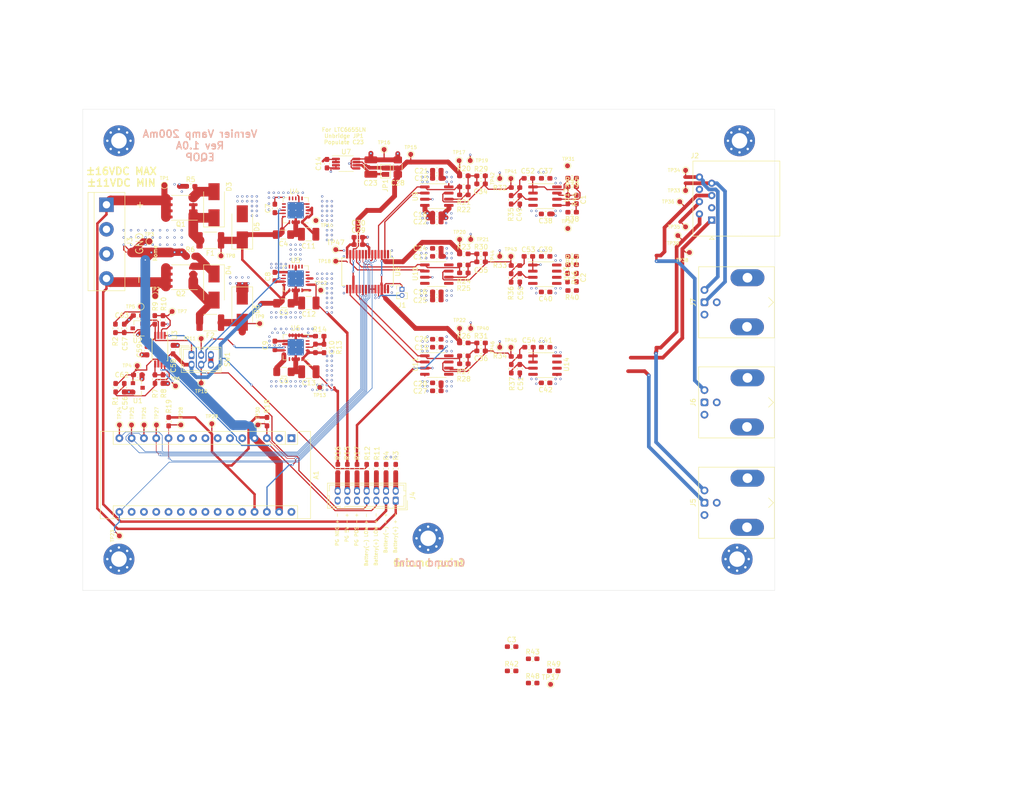
<source format=kicad_pcb>
(kicad_pcb (version 20171130) (host pcbnew "(5.1.5)-2")
  (layers (0 F.Cu signal) (1 GND.Cu power) (2 PWR.Cu power hide) (31 B.Cu signal) (34 B.Paste user) (35 F.Paste user) (36 B.SilkS user) (37 F.SilkS user) (38 B.Mask user) (39 F.Mask user) (44 Edge.Cuts user))
  (net 0 "")
  (net 1 /DAC/CLK)
  (net 2 /DAC/SDI)
  (net 3 "Net-(A1-Pad30)")
  (net 4 /DAC/SDO)
  (net 5 GNDD)
  (net 6 /DAC/~CS)
  (net 7 /DAC/~RS)
  (net 8 /DAC/~LDAC)
  (net 9 /DAC/MSB)
  (net 10 "Net-(A1-Pad26)")
  (net 11 "Net-(A1-Pad10)")
  (net 12 "Net-(A1-Pad25)")
  (net 13 "Net-(A1-Pad9)")
  (net 14 "Net-(A1-Pad24)")
  (net 15 "Net-(A1-Pad8)")
  (net 16 "Net-(A1-Pad23)")
  (net 17 "Net-(A1-Pad7)")
  (net 18 "Net-(A1-Pad22)")
  (net 19 "Net-(A1-Pad6)")
  (net 20 "Net-(A1-Pad21)")
  (net 21 "Net-(A1-Pad5)")
  (net 22 "Net-(A1-Pad20)")
  (net 23 "Net-(A1-Pad19)")
  (net 24 "Net-(A1-Pad18)")
  (net 25 "Net-(A1-Pad2)")
  (net 26 "Net-(A1-Pad17)")
  (net 27 "Net-(A1-Pad1)")
  (net 28 GND)
  (net 29 "Net-(C7-Pad1)")
  (net 30 "Net-(C8-Pad1)")
  (net 31 "Net-(C9-Pad1)")
  (net 32 "Net-(C10-Pad2)")
  (net 33 +5V)
  (net 34 "Net-(C23-Pad1)")
  (net 35 /DAC/Vref_2.5V)
  (net 36 /Channel_Outputs/4Q_DAC_OUT_1)
  (net 37 "Net-(C34-Pad1)")
  (net 38 /Channel_Outputs/4Q_DAC_OUT_2)
  (net 39 "Net-(C35-Pad1)")
  (net 40 /Channel_Outputs/4Q_DAC_OUT_3)
  (net 41 "Net-(C36-Pad1)")
  (net 42 "Net-(C49-Pad1)")
  (net 43 "Net-(C50-Pad1)")
  (net 44 "Net-(C51-Pad1)")
  (net 45 "Net-(C52-Pad2)")
  (net 46 "Net-(C52-Pad1)")
  (net 47 "Net-(C53-Pad2)")
  (net 48 "Net-(C53-Pad1)")
  (net 49 "Net-(C54-Pad2)")
  (net 50 "Net-(C54-Pad1)")
  (net 51 /Power/+5V_c_ref)
  (net 52 /Power/-5V_c_ref)
  (net 53 +BATT)
  (net 54 -BATT)
  (net 55 "Net-(D3-Pad2)")
  (net 56 "Net-(D3-Pad1)")
  (net 57 "Net-(D4-Pad2)")
  (net 58 "Net-(D4-Pad1)")
  (net 59 /DAC/Rrb_D)
  (net 60 /DAC/Iout_D)
  (net 61 /Channel_Outputs/Coil_Iout_3)
  (net 62 /Channel_Outputs/Coil_Iout_2)
  (net 63 /Channel_Outputs/Coil_Iout_1)
  (net 64 +5VD)
  (net 65 "Net-(R7-Pad2)")
  (net 66 "Net-(R10-Pad1)")
  (net 67 "Net-(R21-Pad1)")
  (net 68 "Net-(R24-Pad1)")
  (net 69 "Net-(R27-Pad1)")
  (net 70 /Power/-EN)
  (net 71 /Power/+EN)
  (net 72 "Net-(U4-Pad8)")
  (net 73 "Net-(U4-Pad4)")
  (net 74 "Net-(U5-Pad12)")
  (net 75 "Net-(U5-Pad10)")
  (net 76 "Net-(U5-Pad9)")
  (net 77 "Net-(U5-Pad5)")
  (net 78 "Net-(U5-Pad4)")
  (net 79 "Net-(U11-Pad2)")
  (net 80 "Net-(U10-Pad2)")
  (net 81 "Net-(U8-Pad2)")
  (net 82 /Power/LED6_P)
  (net 83 /Power/LED5_P)
  (net 84 /Power/LED4_N)
  (net 85 /Power/LED4_P)
  (net 86 /Power/LED3_N)
  (net 87 /Power/LED3_P)
  (net 88 /Power/LED2_P)
  (net 89 /Power/LED1_N)
  (net 90 /Power/-12VDC_bat)
  (net 91 /Power/+12VDC_bat)
  (net 92 "Net-(U4-Pad10)")
  (net 93 "Net-(U4-Pad6)")
  (net 94 -8V)
  (net 95 +8V)
  (net 96 /Power/LED7_N)
  (net 97 "Net-(C1-Pad2)")
  (net 98 "Net-(C1-Pad1)")
  (net 99 "Net-(C2-Pad2)")
  (net 100 "Net-(C2-Pad1)")
  (net 101 "Net-(C3-Pad2)")
  (net 102 "Net-(C3-Pad1)")
  (module TestPoint:TestPoint_Pad_D1.0mm (layer F.Cu) (at 140.2 166.65)
    (fp_text reference TP37 (at 0 -1.448) (layer F.SilkS))
    (fp_text value TestPoint_Probe)
    (pad 1 smd circle (at 0 0) (size 1 1) (layers F.Cu F.Mask) (net 50 "Net-(C54-Pad1)"))
  )
  (module Resistor_SMD:R_0603_1608Metric_Pad1.05x0.95mm_HandSolder (layer F.Cu) (at 140.85 163.87)
    (fp_text reference R49 (at 0 -1.43) (layer F.SilkS))
    (fp_text value 1k)
    (pad 2 smd roundrect (at 0.875 0) (size 1.05 0.95) (layers F.Cu F.Paste F.Mask) (net 61 /Channel_Outputs/Coil_Iout_3))
    (pad 1 smd roundrect (at -0.875 0) (size 1.05 0.95) (layers F.Cu F.Paste F.Mask) (net 102 "Net-(C3-Pad1)"))
  )
  (module Resistor_SMD:R_0603_1608Metric_Pad1.05x0.95mm_HandSolder (layer F.Cu) (at 136.5 166.38)
    (fp_text reference R48 (at 0 -1.43) (layer F.SilkS))
    (fp_text value 1k)
    (pad 2 smd roundrect (at 0.875 0) (size 1.05 0.95) (layers F.Cu F.Paste F.Mask) (net 101 "Net-(C3-Pad2)"))
    (pad 1 smd roundrect (at -0.875 0) (size 1.05 0.95) (layers F.Cu F.Paste F.Mask) (net 102 "Net-(C3-Pad1)"))
  )
  (module Resistor_SMD:R_0603_1608Metric_Pad1.05x0.95mm_HandSolder (layer F.Cu) (at 144.6555 79.8765)
    (fp_text reference R47 (at 0 -1.43) (layer F.SilkS))
    (fp_text value 1k)
    (pad 2 smd roundrect (at 0.875 0) (size 1.05 0.95) (layers F.Cu F.Paste F.Mask) (net 62 /Channel_Outputs/Coil_Iout_2))
    (pad 1 smd roundrect (at -0.875 0) (size 1.05 0.95) (layers F.Cu F.Paste F.Mask) (net 100 "Net-(C2-Pad1)"))
  )
  (module Resistor_SMD:R_0603_1608Metric_Pad1.05x0.95mm_HandSolder (layer F.Cu) (at 143.703 82.5435 270)
    (fp_text reference R46 (at 0 -1.43 90) (layer F.SilkS))
    (fp_text value 1k)
    (pad 2 smd roundrect (at 0.875 0 270) (size 1.05 0.95) (layers F.Cu F.Paste F.Mask) (net 99 "Net-(C2-Pad2)"))
    (pad 1 smd roundrect (at -0.875 0 270) (size 1.05 0.95) (layers F.Cu F.Paste F.Mask) (net 100 "Net-(C2-Pad1)"))
  )
  (module Resistor_SMD:R_0603_1608Metric_Pad1.05x0.95mm_HandSolder (layer F.Cu) (at 144.6555 63.7475)
    (fp_text reference R45 (at 0 -1.43) (layer F.SilkS))
    (fp_text value 1k)
    (pad 2 smd roundrect (at 0.875 0) (size 1.05 0.95) (layers F.Cu F.Paste F.Mask) (net 63 /Channel_Outputs/Coil_Iout_1))
    (pad 1 smd roundrect (at -0.875 0) (size 1.05 0.95) (layers F.Cu F.Paste F.Mask) (net 98 "Net-(C1-Pad1)"))
  )
  (module Resistor_SMD:R_0603_1608Metric_Pad1.05x0.95mm_HandSolder (layer F.Cu) (at 143.7665 66.4005 270)
    (fp_text reference R44 (at 0 -1.43 90) (layer F.SilkS))
    (fp_text value 1k)
    (pad 2 smd roundrect (at 0.875 0 270) (size 1.05 0.95) (layers F.Cu F.Paste F.Mask) (net 97 "Net-(C1-Pad2)"))
    (pad 1 smd roundrect (at -0.875 0 270) (size 1.05 0.95) (layers F.Cu F.Paste F.Mask) (net 98 "Net-(C1-Pad1)"))
  )
  (module Resistor_SMD:R_0603_1608Metric_Pad1.05x0.95mm_HandSolder (layer F.Cu) (at 136.5 161.36)
    (fp_text reference R43 (at 0 -1.43) (layer F.SilkS))
    (fp_text value 1k)
    (pad 2 smd roundrect (at 0.875 0) (size 1.05 0.95) (layers F.Cu F.Paste F.Mask) (net 50 "Net-(C54-Pad1)"))
    (pad 1 smd roundrect (at -0.875 0) (size 1.05 0.95) (layers F.Cu F.Paste F.Mask) (net 61 /Channel_Outputs/Coil_Iout_3))
  )
  (module Resistor_SMD:R_0603_1608Metric_Pad1.05x0.95mm_HandSolder (layer F.Cu) (at 132.15 163.87)
    (fp_text reference R42 (at 0 -1.43) (layer F.SilkS))
    (fp_text value 1k)
    (pad 2 smd roundrect (at 0.875 0) (size 1.05 0.95) (layers F.Cu F.Paste F.Mask) (net 28 GND))
    (pad 1 smd roundrect (at -0.875 0) (size 1.05 0.95) (layers F.Cu F.Paste F.Mask) (net 101 "Net-(C3-Pad2)"))
  )
  (module Resistor_SMD:R_0603_1608Metric_Pad1.05x0.95mm_HandSolder (layer F.Cu) (at 144.6555 78.162 180)
    (fp_text reference R41 (at 0 -1.43) (layer F.SilkS))
    (fp_text value 1k)
    (pad 2 smd roundrect (at 0.875 0 180) (size 1.05 0.95) (layers F.Cu F.Paste F.Mask) (net 48 "Net-(C53-Pad1)"))
    (pad 1 smd roundrect (at -0.875 0 180) (size 1.05 0.95) (layers F.Cu F.Paste F.Mask) (net 62 /Channel_Outputs/Coil_Iout_2))
  )
  (module Resistor_SMD:R_0603_1608Metric_Pad1.05x0.95mm_HandSolder (layer F.Cu) (at 144.6555 85.2105 180)
    (fp_text reference R40 (at 0 -1.43) (layer F.SilkS))
    (fp_text value 1k)
    (pad 2 smd roundrect (at 0.875 0 180) (size 1.05 0.95) (layers F.Cu F.Paste F.Mask) (net 28 GND))
    (pad 1 smd roundrect (at -0.875 0 180) (size 1.05 0.95) (layers F.Cu F.Paste F.Mask) (net 99 "Net-(C2-Pad2)"))
  )
  (module Resistor_SMD:R_0603_1608Metric_Pad1.05x0.95mm_HandSolder (layer F.Cu) (at 144.6555 61.9695 180)
    (fp_text reference R39 (at 0 -1.43) (layer F.SilkS))
    (fp_text value 1k)
    (pad 2 smd roundrect (at 0.875 0 180) (size 1.05 0.95) (layers F.Cu F.Paste F.Mask) (net 46 "Net-(C52-Pad1)"))
    (pad 1 smd roundrect (at -0.875 0 180) (size 1.05 0.95) (layers F.Cu F.Paste F.Mask) (net 63 /Channel_Outputs/Coil_Iout_1))
  )
  (module Resistor_SMD:R_0603_1608Metric_Pad1.05x0.95mm_HandSolder (layer F.Cu) (at 144.6555 69.018 180)
    (fp_text reference R38 (at 0 -1.43) (layer F.SilkS))
    (fp_text value 1k)
    (pad 2 smd roundrect (at 0.875 0 180) (size 1.05 0.95) (layers F.Cu F.Paste F.Mask) (net 28 GND))
    (pad 1 smd roundrect (at -0.875 0 180) (size 1.05 0.95) (layers F.Cu F.Paste F.Mask) (net 97 "Net-(C1-Pad2)"))
  )
  (module Capacitor_SMD:C_0603_1608Metric_Pad1.05x0.95mm_HandSolder (layer F.Cu) (at 132.15 158.85)
    (fp_text reference C3 (at 0 -1.43) (layer F.SilkS))
    (fp_text value 1u)
    (pad 2 smd roundrect (at 0.875 0) (size 1.05 0.95) (layers F.Cu F.Paste F.Mask) (net 101 "Net-(C3-Pad2)"))
    (pad 1 smd roundrect (at -0.875 0) (size 1.05 0.95) (layers F.Cu F.Paste F.Mask) (net 102 "Net-(C3-Pad1)"))
  )
  (module Capacitor_SMD:C_0603_1608Metric_Pad1.05x0.95mm_HandSolder (layer F.Cu) (at 145.5445 82.5435 270)
    (fp_text reference C2 (at 0 -1.43 90) (layer F.SilkS))
    (fp_text value 1u)
    (pad 2 smd roundrect (at 0.875 0 270) (size 1.05 0.95) (layers F.Cu F.Paste F.Mask) (net 99 "Net-(C2-Pad2)"))
    (pad 1 smd roundrect (at -0.875 0 270) (size 1.05 0.95) (layers F.Cu F.Paste F.Mask) (net 100 "Net-(C2-Pad1)"))
  )
  (module Capacitor_SMD:C_0603_1608Metric_Pad1.05x0.95mm_HandSolder (layer F.Cu) (at 145.5445 66.4005 270)
    (fp_text reference C1 (at 0 -1.43 90) (layer F.SilkS))
    (fp_text value 1u)
    (pad 2 smd roundrect (at 0.875 0 270) (size 1.05 0.95) (layers F.Cu F.Paste F.Mask) (net 97 "Net-(C1-Pad2)"))
    (pad 1 smd roundrect (at -0.875 0 270) (size 1.05 0.95) (layers F.Cu F.Paste F.Mask) (net 98 "Net-(C1-Pad1)"))
  )
  (module Connector_Hirose:Hirose_DF11-6DP-2DSA_2x03_P2.00mm_Vertical (layer F.Cu) (at 66 98.55)
    (fp_text reference SW1 (at 7.4 0.9 90) (layer F.SilkS))
    (fp_text value DPDT_Hirose)
    (pad 6 thru_hole oval (at 4 2) (size 1.2 1.65) (drill 0.85) (layers *.Cu *.Mask) (net 28 GND))
    (pad 4 thru_hole oval (at 2 2) (size 1.2 1.65) (drill 0.85) (layers *.Cu *.Mask) (net 71 /Power/+EN))
    (pad 2 thru_hole oval (at 0 2) (size 1.2 1.65) (drill 0.85) (layers *.Cu *.Mask) (net 91 /Power/+12VDC_bat))
    (pad 5 thru_hole oval (at 4 0) (size 1.2 1.65) (drill 0.85) (layers *.Cu *.Mask) (net 28 GND))
    (pad 3 thru_hole oval (at 2 0) (size 1.2 1.65) (drill 0.85) (layers *.Cu *.Mask) (net 70 /Power/-EN))
    (pad 1 thru_hole roundrect (at 0 0) (size 1.2 1.65) (drill 0.85) (layers *.Cu *.Mask) (roundrect_rratio 0.208333) (net 90 /Power/-12VDC_bat))
  )
  (module Connector_Hirose:Hirose_DF11-14DP-2DSA_2x07_P2.00mm_Vertical (layer F.Cu) (at 108.2 128.65 180)
    (fp_text reference J4 (at -3.5 1 90) (layer F.SilkS))
    (fp_text value Conn_02x07_Odd_Even)
    (pad 14 thru_hole oval (at 12 2 180) (size 1.2 1.65) (drill 0.85) (layers *.Cu *.Mask) (net 96 /Power/LED7_N))
    (pad 12 thru_hole oval (at 10 2 180) (size 1.2 1.65) (drill 0.85) (layers *.Cu *.Mask) (net 82 /Power/LED6_P))
    (pad 10 thru_hole oval (at 8 2 180) (size 1.2 1.65) (drill 0.85) (layers *.Cu *.Mask) (net 83 /Power/LED5_P))
    (pad 8 thru_hole oval (at 6 2 180) (size 1.2 1.65) (drill 0.85) (layers *.Cu *.Mask) (net 85 /Power/LED4_P))
    (pad 6 thru_hole oval (at 4 2 180) (size 1.2 1.65) (drill 0.85) (layers *.Cu *.Mask) (net 87 /Power/LED3_P))
    (pad 4 thru_hole oval (at 2 2 180) (size 1.2 1.65) (drill 0.85) (layers *.Cu *.Mask) (net 88 /Power/LED2_P))
    (pad 2 thru_hole oval (at 0 2 180) (size 1.2 1.65) (drill 0.85) (layers *.Cu *.Mask) (net 89 /Power/LED1_N))
    (pad 13 thru_hole oval (at 12 0 180) (size 1.2 1.65) (drill 0.85) (layers *.Cu *.Mask) (net 28 GND))
    (pad 11 thru_hole oval (at 10 0 180) (size 1.2 1.65) (drill 0.85) (layers *.Cu *.Mask) (net 28 GND))
    (pad 9 thru_hole oval (at 8 0 180) (size 1.2 1.65) (drill 0.85) (layers *.Cu *.Mask) (net 28 GND))
    (pad 7 thru_hole oval (at 6 0 180) (size 1.2 1.65) (drill 0.85) (layers *.Cu *.Mask) (net 84 /Power/LED4_N))
    (pad 5 thru_hole oval (at 4 0 180) (size 1.2 1.65) (drill 0.85) (layers *.Cu *.Mask) (net 86 /Power/LED3_N))
    (pad 3 thru_hole oval (at 2 0 180) (size 1.2 1.65) (drill 0.85) (layers *.Cu *.Mask) (net 54 -BATT))
    (pad 1 thru_hole roundrect (at 0 0 180) (size 1.2 1.65) (drill 0.85) (layers *.Cu *.Mask) (roundrect_rratio 0.208) (net 53 +BATT))
  )
  (module Capacitor_SMD:C_1206_3216Metric_Pad1.42x1.75mm_HandSolder (layer F.Cu) (at 108.625 59.7 90)
    (fp_text reference C28 (at -3.275 -0.025 180) (layer F.SilkS))
    (fp_text value 10u)
    (pad 2 smd roundrect (at 1.4875 0 90) (size 1.425 1.75) (layers F.Cu F.Paste F.Mask) (roundrect_rratio 0.175439) (net 28 GND))
    (pad 1 smd roundrect (at -1.4875 0 90) (size 1.425 1.75) (layers F.Cu F.Paste F.Mask) (roundrect_rratio 0.175439) (net 35 /DAC/Vref_2.5V))
  )
  (module Capacitor_SMD:C_0603_1608Metric_Pad1.05x0.95mm_HandSolder (layer F.Cu) (at 91.605 97.18 90)
    (fp_text reference C10 (at 0.18 3.395 90) (layer F.SilkS))
    (fp_text value 10n)
    (pad 2 smd roundrect (at 0.875 0 90) (size 1.05 0.95) (layers F.Cu F.Paste F.Mask) (net 32 "Net-(C10-Pad2)"))
    (pad 1 smd roundrect (at -0.875 0 90) (size 1.05 0.95) (layers F.Cu F.Paste F.Mask) (net 94 -8V))
  )
  (module Capacitor_SMD:C_1206_3216Metric_Pad1.42x1.75mm_HandSolder (layer F.Cu) (at 85.1 102.02)
    (fp_text reference C6 (at 0 1.83) (layer F.SilkS))
    (fp_text value 10u)
    (pad 2 smd roundrect (at 1.4875 0) (size 1.425 1.75) (layers F.Cu F.Paste F.Mask) (roundrect_rratio 0.175439) (net 28 GND))
    (pad 1 smd roundrect (at -1.4875 0) (size 1.425 1.75) (layers F.Cu F.Paste F.Mask) (roundrect_rratio 0.175439) (net 90 /Power/-12VDC_bat))
  )
  (module Capacitor_SMD:C_1206_3216Metric_Pad1.42x1.75mm_HandSolder (layer F.Cu) (at 85.1 87.85)
    (fp_text reference C5 (at 0 1.9) (layer F.SilkS))
    (fp_text value 10u)
    (pad 2 smd roundrect (at 1.4875 0) (size 1.425 1.75) (layers F.Cu F.Paste F.Mask) (roundrect_rratio 0.175439) (net 28 GND))
    (pad 1 smd roundrect (at -1.4875 0) (size 1.425 1.75) (layers F.Cu F.Paste F.Mask) (roundrect_rratio 0.175439) (net 91 /Power/+12VDC_bat))
  )
  (module Capacitor_SMD:C_1206_3216Metric_Pad1.42x1.75mm_HandSolder (layer F.Cu) (at 85 73.65)
    (fp_text reference C4 (at 0 1.9) (layer F.SilkS))
    (fp_text value 10u)
    (pad 2 smd roundrect (at 1.4875 0) (size 1.425 1.75) (layers F.Cu F.Paste F.Mask) (roundrect_rratio 0.175439) (net 28 GND))
    (pad 1 smd roundrect (at -1.4875 0) (size 1.425 1.75) (layers F.Cu F.Paste F.Mask) (roundrect_rratio 0.175439) (net 91 /Power/+12VDC_bat))
  )
  (module TestPoint:TestPoint_Pad_D1.0mm (layer F.Cu) (at 95.8 76.75)
    (fp_text reference TP47 (at 0 -1.448) (layer F.SilkS))
    (fp_text value TestPoint_Probe)
    (pad 1 smd circle (at 0 0) (size 1 1) (layers F.Cu F.Mask) (net 28 GND))
  )
  (module TestPoint:TestPoint_Pad_D1.0mm (layer F.Cu) (at 129.7 96.95)
    (fp_text reference TP46 (at -1.5 0 90) (layer F.SilkS) (effects (font (size 0.7 0.7) (thickness 0.127))))
    (fp_text value TestPoint_Probe)
    (pad 1 smd circle (at 0 0) (size 1 1) (layers F.Cu F.Mask) (net 28 GND))
  )
  (module TestPoint:TestPoint_Pad_D1.0mm (layer F.Cu) (at 132 96.95)
    (fp_text reference TP45 (at 0 -1.448) (layer F.SilkS) (effects (font (size 0.7 0.7) (thickness 0.127))))
    (fp_text value TestPoint_Probe)
    (pad 1 smd circle (at 0 0) (size 1 1) (layers F.Cu F.Mask) (net 40 /Channel_Outputs/4Q_DAC_OUT_3))
  )
  (module TestPoint:TestPoint_Pad_D1.0mm (layer F.Cu) (at 129.7 78.15)
    (fp_text reference TP44 (at -1.5 0 90) (layer F.SilkS) (effects (font (size 0.7 0.7) (thickness 0.127))))
    (fp_text value TestPoint_Probe)
    (pad 1 smd circle (at 0 0) (size 1 1) (layers F.Cu F.Mask) (net 28 GND))
  )
  (module TestPoint:TestPoint_Pad_D1.0mm (layer F.Cu) (at 132 78.15)
    (fp_text reference TP43 (at 0 -1.448) (layer F.SilkS) (effects (font (size 0.7 0.7) (thickness 0.127))))
    (fp_text value TestPoint_Probe)
    (pad 1 smd circle (at 0 0) (size 1 1) (layers F.Cu F.Mask) (net 38 /Channel_Outputs/4Q_DAC_OUT_2))
  )
  (module TestPoint:TestPoint_Pad_D1.0mm (layer F.Cu) (at 129.7 62.05)
    (fp_text reference TP42 (at -1.5 0 90) (layer F.SilkS) (effects (font (size 0.7 0.7) (thickness 0.127))))
    (fp_text value TestPoint_Probe)
    (pad 1 smd circle (at 0 0) (size 1 1) (layers F.Cu F.Mask) (net 28 GND))
  )
  (module TestPoint:TestPoint_Pad_D1.0mm (layer F.Cu) (at 132 62.05)
    (fp_text reference TP41 (at 0 -1.448) (layer F.SilkS) (effects (font (size 0.7 0.7) (thickness 0.127))))
    (fp_text value TestPoint_Probe)
    (pad 1 smd circle (at 0 0) (size 1 1) (layers F.Cu F.Mask) (net 36 /Channel_Outputs/4Q_DAC_OUT_1))
  )
  (module TestPoint:TestPoint_Pad_D1.0mm (layer F.Cu) (at 123.7 93.05)
    (fp_text reference TP40 (at 2.5 0) (layer F.SilkS) (effects (font (size 0.7 0.7) (thickness 0.127))))
    (fp_text value TestPoint_Probe)
    (pad 1 smd circle (at 0 0) (size 1 1) (layers F.Cu F.Mask) (net 28 GND))
  )
  (module TestPoint:TestPoint_Pad_D1.0mm (layer F.Cu) (at 166.5 73.85)
    (fp_text reference TP39 (at -1 1.6) (layer F.SilkS) (effects (font (size 0.7 0.7) (thickness 0.127))))
    (fp_text value TestPoint_Probe)
    (pad 1 smd circle (at 0 0) (size 1 1) (layers F.Cu F.Mask) (net 28 GND))
  )
  (module TestPoint:TestPoint_Pad_D1.0mm (layer F.Cu) (at 168.9 77.35)
    (fp_text reference TP38 (at -1.5 1.6) (layer F.SilkS) (effects (font (size 0.7 0.7) (thickness 0.127))))
    (fp_text value TestPoint_Probe)
    (pad 1 smd circle (at 0 0) (size 1 1) (layers F.Cu F.Mask) (net 61 /Channel_Outputs/Coil_Iout_3))
  )
  (module TestPoint:TestPoint_Pad_D1.0mm (layer F.Cu) (at 166.9 66.85)
    (fp_text reference TP36 (at -2.4 0) (layer F.SilkS) (effects (font (size 0.7 0.7) (thickness 0.127))))
    (fp_text value TestPoint_Probe)
    (pad 1 smd circle (at 0 0) (size 1 1) (layers F.Cu F.Mask) (net 28 GND))
  )
  (module TestPoint:TestPoint_Pad_D1.0mm (layer F.Cu) (at 168.1 72.05)
    (fp_text reference TP35 (at -2.4 0) (layer F.SilkS) (effects (font (size 0.7 0.7) (thickness 0.127))))
    (fp_text value TestPoint_Probe)
    (pad 1 smd circle (at 0 0) (size 1 1) (layers F.Cu F.Mask) (net 62 /Channel_Outputs/Coil_Iout_2))
  )
  (module TestPoint:TestPoint_Pad_D1.0mm (layer F.Cu) (at 168.1 60.35)
    (fp_text reference TP34 (at -2.4 0) (layer F.SilkS) (effects (font (size 0.7 0.7) (thickness 0.127))))
    (fp_text value TestPoint_Probe)
    (pad 1 smd circle (at 0 0) (size 1 1) (layers F.Cu F.Mask) (net 28 GND))
  )
  (module TestPoint:TestPoint_Pad_D1.0mm (layer F.Cu) (at 168.1 64.55)
    (fp_text reference TP33 (at -2.4 0) (layer F.SilkS) (effects (font (size 0.7 0.7) (thickness 0.127))))
    (fp_text value TestPoint_Probe)
    (pad 1 smd circle (at 0 0) (size 1 1) (layers F.Cu F.Mask) (net 63 /Channel_Outputs/Coil_Iout_1))
  )
  (module TestPoint:TestPoint_Pad_D1.0mm (layer F.Cu) (at 143.7665 72.3835)
    (fp_text reference TP32 (at 0 -1.448) (layer F.SilkS) (effects (font (size 0.7 0.7) (thickness 0.127))))
    (fp_text value TestPoint_Probe)
    (pad 1 smd circle (at 0 0) (size 1 1) (layers F.Cu F.Mask) (net 48 "Net-(C53-Pad1)"))
  )
  (module TestPoint:TestPoint_Pad_D1.0mm (layer F.Cu) (at 143.703 59.4295)
    (fp_text reference TP31 (at 0.2 -1.41) (layer F.SilkS) (effects (font (size 0.7 0.7) (thickness 0.127))))
    (fp_text value TestPoint_Probe)
    (pad 1 smd circle (at 0 0) (size 1 1) (layers F.Cu F.Mask) (net 46 "Net-(C52-Pad1)"))
  )
  (module TestPoint:TestPoint_Pad_D1.0mm (layer F.Cu) (at 79.7 113 90)
    (fp_text reference TP30 (at 2.45 0 90) (layer F.SilkS) (effects (font (size 0.7 0.7) (thickness 0.127))))
    (fp_text value TestPoint_Probe)
    (pad 1 smd circle (at 0 0 90) (size 1 1) (layers F.Cu F.Mask) (net 7 /DAC/~RS))
  )
  (module TestPoint:TestPoint_Pad_D1.0mm (layer F.Cu) (at 70.2 112.75 90)
    (fp_text reference TP29 (at 1.5 0 180) (layer F.SilkS) (effects (font (size 0.7 0.7) (thickness 0.127))))
    (fp_text value TestPoint_Probe)
    (pad 1 smd circle (at 0 0 90) (size 1 1) (layers F.Cu F.Mask) (net 64 +5VD))
  )
  (module TestPoint:TestPoint_Pad_D1.0mm (layer F.Cu) (at 63.8 113 270)
    (fp_text reference TP28 (at -2.45 0 90) (layer F.SilkS) (effects (font (size 0.7 0.7) (thickness 0.127))))
    (fp_text value TestPoint_Probe)
    (pad 1 smd circle (at 0 0 270) (size 1 1) (layers F.Cu F.Mask) (net 9 /DAC/MSB))
  )
  (module TestPoint:TestPoint_Pad_D1.0mm (layer F.Cu) (at 58.75 113 90)
    (fp_text reference TP27 (at 2.45 0.05 270) (layer F.SilkS) (effects (font (size 0.7 0.7) (thickness 0.127))))
    (fp_text value TestPoint_Probe)
    (pad 1 smd circle (at 0 0 90) (size 1 1) (layers F.Cu F.Mask) (net 8 /DAC/~LDAC))
  )
  (module TestPoint:TestPoint_Pad_D1.0mm (layer F.Cu) (at 56.2 113 90)
    (fp_text reference TP26 (at 2.45 0 270) (layer F.SilkS) (effects (font (size 0.7 0.7) (thickness 0.127))))
    (fp_text value TestPoint_Probe)
    (pad 1 smd circle (at 0 0 90) (size 1 1) (layers F.Cu F.Mask) (net 6 /DAC/~CS))
  )
  (module TestPoint:TestPoint_Pad_D1.0mm (layer F.Cu) (at 53.6 113 90)
    (fp_text reference TP25 (at 2.45 0.1 90) (layer F.SilkS) (effects (font (size 0.7 0.7) (thickness 0.127))))
    (fp_text value TestPoint_Probe)
    (pad 1 smd circle (at 0 0 90) (size 1 1) (layers F.Cu F.Mask) (net 4 /DAC/SDO))
  )
  (module TestPoint:TestPoint_Pad_D1.0mm (layer F.Cu) (at 51.1 113 90)
    (fp_text reference TP24 (at 2.45 0 90) (layer F.SilkS) (effects (font (size 0.7 0.7) (thickness 0.127))))
    (fp_text value TestPoint_Probe)
    (pad 1 smd circle (at 0 0 90) (size 1 1) (layers F.Cu F.Mask) (net 2 /DAC/SDI))
  )
  (module TestPoint:TestPoint_Pad_D1.0mm (layer F.Cu) (at 51.1 135.95 90)
    (fp_text reference TP23 (at 0 -1.448 90) (layer F.SilkS) (effects (font (size 0.7 0.7) (thickness 0.127))))
    (fp_text value TestPoint_Probe)
    (pad 1 smd circle (at 0 0 90) (size 1 1) (layers F.Cu F.Mask) (net 1 /DAC/CLK))
  )
  (module TestPoint:TestPoint_Pad_D1.0mm (layer F.Cu) (at 121.4 93.05)
    (fp_text reference TP22 (at 0 -1.7) (layer F.SilkS) (effects (font (size 0.7 0.7) (thickness 0.127))))
    (fp_text value TestPoint_Probe)
    (pad 1 smd circle (at 0 0) (size 1 1) (layers F.Cu F.Mask) (net 35 /DAC/Vref_2.5V))
  )
  (module TestPoint:TestPoint_Pad_D1.0mm (layer F.Cu) (at 123.7 74.65)
    (fp_text reference TP21 (at 2.5 0) (layer F.SilkS) (effects (font (size 0.7 0.7) (thickness 0.127))))
    (fp_text value TestPoint_Probe)
    (pad 1 smd circle (at 0 0) (size 1 1) (layers F.Cu F.Mask) (net 28 GND))
  )
  (module TestPoint:TestPoint_Pad_D1.0mm (layer F.Cu) (at 121.4 74.65)
    (fp_text reference TP20 (at 0 -1.5) (layer F.SilkS) (effects (font (size 0.7 0.7) (thickness 0.127))))
    (fp_text value TestPoint_Probe)
    (pad 1 smd circle (at 0 0) (size 1 1) (layers F.Cu F.Mask) (net 35 /DAC/Vref_2.5V))
  )
  (module TestPoint:TestPoint_Pad_D1.0mm (layer F.Cu) (at 123.6 58.35)
    (fp_text reference TP19 (at 2.4 0) (layer F.SilkS) (effects (font (size 0.7 0.7) (thickness 0.127))))
    (fp_text value TestPoint_Probe)
    (pad 1 smd circle (at 0 0) (size 1 1) (layers F.Cu F.Mask) (net 28 GND))
  )
  (module TestPoint:TestPoint_Pad_D1.0mm (layer F.Cu) (at 95.8 79.15)
    (fp_text reference TP18 (at -2.3 0) (layer F.SilkS) (effects (font (size 0.7 0.7) (thickness 0.127))))
    (fp_text value TestPoint_Probe)
    (pad 1 smd circle (at 0 0) (size 1 1) (layers F.Cu F.Mask) (net 35 /DAC/Vref_2.5V))
  )
  (module TestPoint:TestPoint_Pad_D1.0mm (layer F.Cu) (at 121.3 58.35)
    (fp_text reference TP17 (at 0 -1.7) (layer F.SilkS) (effects (font (size 0.7 0.7) (thickness 0.127))))
    (fp_text value TestPoint_Probe)
    (pad 1 smd circle (at 0 0) (size 1 1) (layers F.Cu F.Mask) (net 35 /DAC/Vref_2.5V))
  )
  (module TestPoint:TestPoint_Pad_D1.0mm (layer F.Cu) (at 105.8 56.05)
    (fp_text reference TP16 (at 0 -1.448) (layer F.SilkS) (effects (font (size 0.7 0.7) (thickness 0.127))))
    (fp_text value TestPoint_Probe)
    (pad 1 smd circle (at 0 0) (size 1 1) (layers F.Cu F.Mask) (net 28 GND))
  )
  (module TestPoint:TestPoint_Pad_D1.0mm (layer F.Cu) (at 111.3 57.05)
    (fp_text reference TP15 (at 0 -1.448) (layer F.SilkS) (effects (font (size 0.7 0.7) (thickness 0.127))))
    (fp_text value TestPoint_Probe)
    (pad 1 smd circle (at 0 0) (size 1 1) (layers F.Cu F.Mask) (net 35 /DAC/Vref_2.5V))
  )
  (module TestPoint:TestPoint_Pad_D1.0mm (layer F.Cu) (at 91.7 70.75)
    (fp_text reference TP14 (at 2.3 1) (layer F.SilkS) (effects (font (size 0.7 0.7) (thickness 0.127))))
    (fp_text value TestPoint_Probe)
    (pad 1 smd circle (at 0 0) (size 1 1) (layers F.Cu F.Mask) (net 95 +8V))
  )
  (module TestPoint:TestPoint_Pad_D1.0mm (layer F.Cu) (at 92.5 105.25)
    (fp_text reference TP13 (at 0 1.6) (layer F.SilkS) (effects (font (size 0.7 0.7) (thickness 0.127))))
    (fp_text value TestPoint_Probe)
    (pad 1 smd circle (at 0 0) (size 1 1) (layers F.Cu F.Mask) (net 94 -8V))
  )
  (module TestPoint:TestPoint_Pad_D1.0mm (layer F.Cu) (at 92.7 85.15)
    (fp_text reference TP12 (at 0 -1.448) (layer F.SilkS) (effects (font (size 0.7 0.7) (thickness 0.127))))
    (fp_text value TestPoint_Probe)
    (pad 1 smd circle (at 0 0) (size 1 1) (layers F.Cu F.Mask) (net 33 +5V))
  )
  (module TestPoint:TestPoint_Pad_D1.0mm (layer F.Cu) (at 68 95.15)
    (fp_text reference TP11 (at -2.4 0) (layer F.SilkS) (effects (font (size 0.7 0.7) (thickness 0.127))))
    (fp_text value TestPoint_Probe)
    (pad 1 smd circle (at 0 0) (size 1 1) (layers F.Cu F.Mask) (net 70 /Power/-EN))
  )
  (module TestPoint:TestPoint_Pad_D1.0mm (layer F.Cu) (at 68 104.35)
    (fp_text reference TP10 (at 0 1.7) (layer F.SilkS) (effects (font (size 0.7 0.7) (thickness 0.127))))
    (fp_text value TestPoint_Probe)
    (pad 1 smd circle (at 0 0) (size 1 1) (layers F.Cu F.Mask) (net 71 /Power/+EN))
  )
  (module TestPoint:TestPoint_Pad_D1.0mm (layer F.Cu) (at 80.1 92.05)
    (fp_text reference TP9 (at 0 -1.448) (layer F.SilkS) (effects (font (size 0.7 0.7) (thickness 0.127))))
    (fp_text value TestPoint_Probe)
    (pad 1 smd circle (at 0 0) (size 1 1) (layers F.Cu F.Mask) (net 90 /Power/-12VDC_bat))
  )
  (module TestPoint:TestPoint_Pad_D1.0mm (layer F.Cu) (at 72.1 78.05)
    (fp_text reference TP8 (at 2 0) (layer F.SilkS) (effects (font (size 0.7 0.7) (thickness 0.127))))
    (fp_text value TestPoint_Probe)
    (pad 1 smd circle (at 0 0) (size 1 1) (layers F.Cu F.Mask) (net 91 /Power/+12VDC_bat))
  )
  (module TestPoint:TestPoint_Pad_D1.0mm (layer F.Cu) (at 62 89.55)
    (fp_text reference TP7 (at 2.1 0) (layer F.SilkS) (effects (font (size 0.7 0.7) (thickness 0.127))))
    (fp_text value TestPoint_Probe)
    (pad 1 smd circle (at 0 0) (size 1 1) (layers F.Cu F.Mask) (net 66 "Net-(R10-Pad1)"))
  )
  (module TestPoint:TestPoint_Pad_D1.0mm (layer F.Cu) (at 62.7 104.95)
    (fp_text reference TP6 (at 0 -1.448) (layer F.SilkS) (effects (font (size 0.7 0.7) (thickness 0.127))))
    (fp_text value TestPoint_Probe)
    (pad 1 smd circle (at 0 0) (size 1 1) (layers F.Cu F.Mask) (net 65 "Net-(R7-Pad2)"))
  )
  (module TestPoint:TestPoint_Pad_D1.0mm (layer F.Cu) (at 55.5 88.55)
    (fp_text reference TP5 (at -2.1 0) (layer F.SilkS) (effects (font (size 0.7 0.7) (thickness 0.127))))
    (fp_text value TestPoint_Probe)
    (pad 1 smd circle (at 0 0) (size 1 1) (layers F.Cu F.Mask) (net 52 /Power/-5V_c_ref))
  )
  (module TestPoint:TestPoint_Pad_D1.0mm (layer F.Cu) (at 54.8 100.75)
    (fp_text reference TP4 (at -2.1 0) (layer F.SilkS) (effects (font (size 0.7 0.7) (thickness 0.127))))
    (fp_text value TestPoint_Probe)
    (pad 1 smd circle (at 0 0) (size 1 1) (layers F.Cu F.Mask) (net 51 /Power/+5V_c_ref))
  )
  (module TestPoint:TestPoint_Pad_D1.0mm (layer F.Cu) (at 57.3 75.05)
    (fp_text reference TP3 (at 0 -1.448) (layer F.SilkS) (effects (font (size 0.7 0.7) (thickness 0.127))))
    (fp_text value TestPoint_Probe)
    (pad 1 smd circle (at 0 0) (size 1 1) (layers F.Cu F.Mask) (net 28 GND))
  )
  (module TestPoint:TestPoint_Pad_D1.0mm (layer F.Cu) (at 58.5 86.35)
    (fp_text reference TP2 (at 0 -1.448) (layer F.SilkS) (effects (font (size 0.7 0.7) (thickness 0.127))))
    (fp_text value TestPoint_Probe)
    (pad 1 smd circle (at 0 0) (size 1 1) (layers F.Cu F.Mask) (net 54 -BATT))
  )
  (module TestPoint:TestPoint_Pad_D1.0mm (layer F.Cu) (at 60.4 63.45)
    (fp_text reference TP1 (at 0 -1.448) (layer F.SilkS) (effects (font (size 0.7 0.7) (thickness 0.127))))
    (fp_text value TestPoint_Probe)
    (pad 1 smd circle (at 0 0) (size 1 1) (layers F.Cu F.Mask) (net 53 +BATT))
  )
  (module Connector_RJ:RJ45_Amphenol_54602-x08_Horizontal (layer F.Cu) (at 173.5 70.65 90)
    (fp_text reference J2 (at 13.3 -3.5 180) (layer F.SilkS))
    (fp_text value RJ45)
    (pad 8 thru_hole circle (at 8.89 -2.54 90) (size 1.5 1.5) (drill 0.76) (layers *.Cu *.Mask) (net 28 GND))
    (pad 7 thru_hole circle (at 7.62 0 90) (size 1.5 1.5) (drill 0.76) (layers *.Cu *.Mask) (net 63 /Channel_Outputs/Coil_Iout_1))
    (pad 6 thru_hole circle (at 6.35 -2.54 90) (size 1.5 1.5) (drill 0.76) (layers *.Cu *.Mask) (net 28 GND))
    (pad 5 thru_hole circle (at 5.08 0 90) (size 1.5 1.5) (drill 0.76) (layers *.Cu *.Mask) (net 28 GND))
    (pad 4 thru_hole circle (at 3.81 -2.54 90) (size 1.5 1.5) (drill 0.76) (layers *.Cu *.Mask) (net 62 /Channel_Outputs/Coil_Iout_2))
    (pad 3 thru_hole circle (at 2.54 0 90) (size 1.5 1.5) (drill 0.76) (layers *.Cu *.Mask) (net 28 GND))
    (pad 2 thru_hole circle (at 1.27 -2.54 90) (size 1.5 1.5) (drill 0.76) (layers *.Cu *.Mask) (net 28 GND))
    (pad 1 thru_hole rect (at 0 0 90) (size 1.5 1.5) (drill 0.76) (layers *.Cu *.Mask) (net 61 /Channel_Outputs/Coil_Iout_3))
    (pad "" np_thru_hole circle (at -1.27 6.35 90) (size 3.2 3.2) (drill 3.2) (layers *.Cu *.Mask))
    (pad "" np_thru_hole circle (at 10.16 6.35 90) (size 3.2 3.2) (drill 3.2) (layers *.Cu *.Mask))
  )
  (module Package_SO:SOIC-8_3.9x4.9mm_P1.27mm (layer F.Cu) (at 139.044 65.698)
    (fp_text reference U12 (at 4.456 -0.198 90) (layer F.SilkS))
    (fp_text value OPA2277)
    (pad 8 smd roundrect (at 2.475 -1.905) (size 1.95 0.6) (layers F.Cu F.Paste F.Mask) (net 95 +8V))
    (pad 7 smd roundrect (at 2.475 -0.635) (size 1.95 0.6) (layers F.Cu F.Paste F.Mask) (net 98 "Net-(C1-Pad1)"))
    (pad 6 smd roundrect (at 2.475 0.635) (size 1.95 0.6) (layers F.Cu F.Paste F.Mask) (net 63 /Channel_Outputs/Coil_Iout_1))
    (pad 5 smd roundrect (at 2.475 1.905) (size 1.95 0.6) (layers F.Cu F.Paste F.Mask) (net 97 "Net-(C1-Pad2)"))
    (pad 4 smd roundrect (at -2.475 1.905) (size 1.95 0.6) (layers F.Cu F.Paste F.Mask) (net 94 -8V))
    (pad 3 smd roundrect (at -2.475 0.635) (size 1.95 0.6) (layers F.Cu F.Paste F.Mask) (net 42 "Net-(C49-Pad1)"))
    (pad 2 smd roundrect (at -2.475 -0.635) (size 1.95 0.6) (layers F.Cu F.Paste F.Mask) (net 46 "Net-(C52-Pad1)"))
    (pad 1 smd roundrect (at -2.475 -1.905) (size 1.95 0.6) (layers F.Cu F.Paste F.Mask) (net 46 "Net-(C52-Pad1)"))
  )
  (module Package_DFN_QFN:QFN-20-1EP_5x5mm_P0.65mm_EP3.35x3.35mm_ThermalVias (layer F.Cu) (at 87.541 82.716 180)
    (fp_text reference U5 (at 0.041 3.716) (layer F.SilkS))
    (fp_text value TPS7A470x)
    (pad 20 smd roundrect (at -1.3 -2.45 180) (size 0.3 0.8) (layers F.Cu F.Paste F.Mask) (net 33 +5V))
    (pad 19 smd roundrect (at -0.65 -2.45 180) (size 0.3 0.8) (layers F.Cu F.Paste F.Mask) (net 28 GND))
    (pad 18 smd roundrect (at 0 -2.45 180) (size 0.3 0.8) (layers F.Cu F.Paste F.Mask) (net 28 GND))
    (pad 17 smd roundrect (at 0.65 -2.45 180) (size 0.3 0.8) (layers F.Cu F.Paste F.Mask) (net 28 GND))
    (pad 16 smd roundrect (at 1.3 -2.45 180) (size 0.3 0.8) (layers F.Cu F.Paste F.Mask) (net 91 /Power/+12VDC_bat))
    (pad 15 smd roundrect (at 2.45 -1.3 180) (size 0.8 0.3) (layers F.Cu F.Paste F.Mask) (net 91 /Power/+12VDC_bat))
    (pad 14 smd roundrect (at 2.45 -0.65 180) (size 0.8 0.3) (layers F.Cu F.Paste F.Mask) (net 30 "Net-(C8-Pad1)"))
    (pad 13 smd roundrect (at 2.45 0 180) (size 0.8 0.3) (layers F.Cu F.Paste F.Mask) (net 71 /Power/+EN))
    (pad 12 smd roundrect (at 2.45 0.65 180) (size 0.8 0.3) (layers F.Cu F.Paste F.Mask) (net 74 "Net-(U5-Pad12)"))
    (pad 11 smd roundrect (at 2.45 1.3 180) (size 0.8 0.3) (layers F.Cu F.Paste F.Mask) (net 28 GND))
    (pad 10 smd roundrect (at 1.3 2.45 180) (size 0.3 0.8) (layers F.Cu F.Paste F.Mask) (net 75 "Net-(U5-Pad10)"))
    (pad 9 smd roundrect (at 0.65 2.45 180) (size 0.3 0.8) (layers F.Cu F.Paste F.Mask) (net 76 "Net-(U5-Pad9)"))
    (pad 8 smd roundrect (at 0 2.45 180) (size 0.3 0.8) (layers F.Cu F.Paste F.Mask) (net 28 GND))
    (pad 7 smd roundrect (at -0.65 2.45 180) (size 0.3 0.8) (layers F.Cu F.Paste F.Mask) (net 28 GND))
    (pad 6 smd roundrect (at -1.3 2.45 180) (size 0.3 0.8) (layers F.Cu F.Paste F.Mask) (net 28 GND))
    (pad 5 smd roundrect (at -2.45 1.3 180) (size 0.8 0.3) (layers F.Cu F.Paste F.Mask) (net 77 "Net-(U5-Pad5)"))
    (pad 4 smd roundrect (at -2.45 0.65 180) (size 0.8 0.3) (layers F.Cu F.Paste F.Mask) (net 78 "Net-(U5-Pad4)"))
    (pad 3 smd roundrect (at -2.45 0 180) (size 0.8 0.3) (layers F.Cu F.Paste F.Mask) (net 33 +5V))
    (pad 2 smd roundrect (at -2.45 -0.65 180) (size 0.8 0.3) (layers F.Cu F.Paste F.Mask))
    (pad 1 smd roundrect (at -2.45 -1.3 180) (size 0.8 0.3) (layers F.Cu F.Paste F.Mask) (net 33 +5V))
    (pad 21 smd roundrect (at 0 0 180) (size 3.35 3.35) (layers B.Cu) (roundrect_rratio 0.074627) (net 28 GND))
    (pad 21 thru_hole circle (at 1.425 1.425 180) (size 0.5 0.5) (drill 0.2) (layers *.Cu) (net 28 GND))
    (pad 21 thru_hole circle (at 0 1.425 180) (size 0.5 0.5) (drill 0.2) (layers *.Cu) (net 28 GND))
    (pad 21 thru_hole circle (at -1.425 1.425 180) (size 0.5 0.5) (drill 0.2) (layers *.Cu) (net 28 GND))
    (pad 21 thru_hole circle (at 1.425 0 180) (size 0.5 0.5) (drill 0.2) (layers *.Cu) (net 28 GND))
    (pad 21 thru_hole circle (at 0 0 180) (size 0.5 0.5) (drill 0.2) (layers *.Cu) (net 28 GND))
    (pad 21 thru_hole circle (at -1.425 0 180) (size 0.5 0.5) (drill 0.2) (layers *.Cu) (net 28 GND))
    (pad 21 thru_hole circle (at 1.425 -1.425 180) (size 0.5 0.5) (drill 0.2) (layers *.Cu) (net 28 GND))
    (pad 21 thru_hole circle (at 0 -1.425 180) (size 0.5 0.5) (drill 0.2) (layers *.Cu) (net 28 GND))
    (pad 21 thru_hole circle (at -1.425 -1.425 180) (size 0.5 0.5) (drill 0.2) (layers *.Cu) (net 28 GND))
    (pad 21 smd roundrect (at 0 0 180) (size 3.35 3.35) (layers F.Cu F.Mask) (roundrect_rratio 0.074627) (net 28 GND))
  )
  (module Package_DFN_QFN:QFN-20-1EP_5x5mm_P0.65mm_EP3.35x3.35mm_ThermalVias (layer F.Cu) (at 87.541 96.94 180)
    (fp_text reference U6 (at 0.041 3.94) (layer F.SilkS))
    (fp_text value TPS7A33)
    (pad 20 smd roundrect (at -1.3 -2.45 180) (size 0.3 0.8) (layers F.Cu F.Paste F.Mask) (net 94 -8V))
    (pad 19 smd roundrect (at -0.65 -2.45 180) (size 0.3 0.8) (layers F.Cu F.Paste F.Mask) (net 28 GND))
    (pad 18 smd roundrect (at 0 -2.45 180) (size 0.3 0.8) (layers F.Cu F.Paste F.Mask) (net 28 GND))
    (pad 17 smd roundrect (at 0.65 -2.45 180) (size 0.3 0.8) (layers F.Cu F.Paste F.Mask) (net 28 GND))
    (pad 16 smd roundrect (at 1.3 -2.45 180) (size 0.3 0.8) (layers F.Cu F.Paste F.Mask) (net 90 /Power/-12VDC_bat))
    (pad 15 smd roundrect (at 2.45 -1.3 180) (size 0.8 0.3) (layers F.Cu F.Paste F.Mask) (net 90 /Power/-12VDC_bat))
    (pad 14 smd roundrect (at 2.45 -0.65 180) (size 0.8 0.3) (layers F.Cu F.Paste F.Mask) (net 31 "Net-(C9-Pad1)"))
    (pad 13 smd roundrect (at 2.45 0 180) (size 0.8 0.3) (layers F.Cu F.Paste F.Mask) (net 70 /Power/-EN))
    (pad 12 smd roundrect (at 2.45 0.65 180) (size 0.8 0.3) (layers F.Cu F.Paste F.Mask) (net 28 GND))
    (pad 11 smd roundrect (at 2.45 1.3 180) (size 0.8 0.3) (layers F.Cu F.Paste F.Mask) (net 28 GND))
    (pad 10 smd roundrect (at 1.3 2.45 180) (size 0.3 0.8) (layers F.Cu F.Paste F.Mask) (net 28 GND))
    (pad 9 smd roundrect (at 0.65 2.45 180) (size 0.3 0.8) (layers F.Cu F.Paste F.Mask) (net 28 GND))
    (pad 8 smd roundrect (at 0 2.45 180) (size 0.3 0.8) (layers F.Cu F.Paste F.Mask) (net 28 GND))
    (pad 7 smd roundrect (at -0.65 2.45 180) (size 0.3 0.8) (layers F.Cu F.Paste F.Mask) (net 28 GND))
    (pad 6 smd roundrect (at -1.3 2.45 180) (size 0.3 0.8) (layers F.Cu F.Paste F.Mask) (net 28 GND))
    (pad 5 smd roundrect (at -2.45 1.3 180) (size 0.8 0.3) (layers F.Cu F.Paste F.Mask))
    (pad 4 smd roundrect (at -2.45 0.65 180) (size 0.8 0.3) (layers F.Cu F.Paste F.Mask))
    (pad 3 smd roundrect (at -2.45 0 180) (size 0.8 0.3) (layers F.Cu F.Paste F.Mask) (net 32 "Net-(C10-Pad2)"))
    (pad 2 smd roundrect (at -2.45 -0.65 180) (size 0.8 0.3) (layers F.Cu F.Paste F.Mask) (net 94 -8V))
    (pad 1 smd roundrect (at -2.45 -1.3 180) (size 0.8 0.3) (layers F.Cu F.Paste F.Mask) (net 94 -8V))
    (pad 21 smd roundrect (at 0 0 180) (size 3.35 3.35) (layers B.Cu) (roundrect_rratio 0.074627) (net 28 GND))
    (pad 21 thru_hole circle (at 1.425 1.425 180) (size 0.5 0.5) (drill 0.2) (layers *.Cu) (net 28 GND))
    (pad 21 thru_hole circle (at 0 1.425 180) (size 0.5 0.5) (drill 0.2) (layers *.Cu) (net 28 GND))
    (pad 21 thru_hole circle (at -1.425 1.425 180) (size 0.5 0.5) (drill 0.2) (layers *.Cu) (net 28 GND))
    (pad 21 thru_hole circle (at 1.425 0 180) (size 0.5 0.5) (drill 0.2) (layers *.Cu) (net 28 GND))
    (pad 21 thru_hole circle (at 0 0 180) (size 0.5 0.5) (drill 0.2) (layers *.Cu) (net 28 GND))
    (pad 21 thru_hole circle (at -1.425 0 180) (size 0.5 0.5) (drill 0.2) (layers *.Cu) (net 28 GND))
    (pad 21 thru_hole circle (at 1.425 -1.425 180) (size 0.5 0.5) (drill 0.2) (layers *.Cu) (net 28 GND))
    (pad 21 thru_hole circle (at 0 -1.425 180) (size 0.5 0.5) (drill 0.2) (layers *.Cu) (net 28 GND))
    (pad 21 thru_hole circle (at -1.425 -1.425 180) (size 0.5 0.5) (drill 0.2) (layers *.Cu) (net 28 GND))
    (pad 21 smd roundrect (at 0 0 180) (size 3.35 3.35) (layers F.Cu F.Mask) (roundrect_rratio 0.074627) (net 28 GND))
  )
  (module Package_DFN_QFN:QFN-20-1EP_5x5mm_P0.65mm_EP3.35x3.35mm_ThermalVias (layer F.Cu) (at 87.541 68.619 180)
    (fp_text reference U4 (at 0.291 3.869) (layer F.SilkS))
    (fp_text value TPS7A470x)
    (pad 20 smd roundrect (at -1.3 -2.45 180) (size 0.3 0.8) (layers F.Cu F.Paste F.Mask) (net 95 +8V))
    (pad 19 smd roundrect (at -0.65 -2.45 180) (size 0.3 0.8) (layers F.Cu F.Paste F.Mask) (net 28 GND))
    (pad 18 smd roundrect (at 0 -2.45 180) (size 0.3 0.8) (layers F.Cu F.Paste F.Mask) (net 28 GND))
    (pad 17 smd roundrect (at 0.65 -2.45 180) (size 0.3 0.8) (layers F.Cu F.Paste F.Mask) (net 28 GND))
    (pad 16 smd roundrect (at 1.3 -2.45 180) (size 0.3 0.8) (layers F.Cu F.Paste F.Mask) (net 91 /Power/+12VDC_bat))
    (pad 15 smd roundrect (at 2.45 -1.3 180) (size 0.8 0.3) (layers F.Cu F.Paste F.Mask) (net 91 /Power/+12VDC_bat))
    (pad 14 smd roundrect (at 2.45 -0.65 180) (size 0.8 0.3) (layers F.Cu F.Paste F.Mask) (net 29 "Net-(C7-Pad1)"))
    (pad 13 smd roundrect (at 2.45 0 180) (size 0.8 0.3) (layers F.Cu F.Paste F.Mask) (net 71 /Power/+EN))
    (pad 12 smd roundrect (at 2.45 0.65 180) (size 0.8 0.3) (layers F.Cu F.Paste F.Mask) (net 28 GND))
    (pad 11 smd roundrect (at 2.45 1.3 180) (size 0.8 0.3) (layers F.Cu F.Paste F.Mask) (net 28 GND))
    (pad 10 smd roundrect (at 1.3 2.45 180) (size 0.3 0.8) (layers F.Cu F.Paste F.Mask) (net 92 "Net-(U4-Pad10)"))
    (pad 9 smd roundrect (at 0.65 2.45 180) (size 0.3 0.8) (layers F.Cu F.Paste F.Mask) (net 28 GND))
    (pad 8 smd roundrect (at 0 2.45 180) (size 0.3 0.8) (layers F.Cu F.Paste F.Mask) (net 72 "Net-(U4-Pad8)"))
    (pad 7 smd roundrect (at -0.65 2.45 180) (size 0.3 0.8) (layers F.Cu F.Paste F.Mask) (net 28 GND))
    (pad 6 smd roundrect (at -1.3 2.45 180) (size 0.3 0.8) (layers F.Cu F.Paste F.Mask) (net 93 "Net-(U4-Pad6)"))
    (pad 5 smd roundrect (at -2.45 1.3 180) (size 0.8 0.3) (layers F.Cu F.Paste F.Mask) (net 28 GND))
    (pad 4 smd roundrect (at -2.45 0.65 180) (size 0.8 0.3) (layers F.Cu F.Paste F.Mask) (net 73 "Net-(U4-Pad4)"))
    (pad 3 smd roundrect (at -2.45 0 180) (size 0.8 0.3) (layers F.Cu F.Paste F.Mask) (net 95 +8V))
    (pad 2 smd roundrect (at -2.45 -0.65 180) (size 0.8 0.3) (layers F.Cu F.Paste F.Mask))
    (pad 1 smd roundrect (at -2.45 -1.3 180) (size 0.8 0.3) (layers F.Cu F.Paste F.Mask) (net 95 +8V))
    (pad 21 smd roundrect (at 0 0 180) (size 3.35 3.35) (layers B.Cu) (roundrect_rratio 0.074627) (net 28 GND))
    (pad 21 thru_hole circle (at 1.425 1.425 180) (size 0.5 0.5) (drill 0.2) (layers *.Cu) (net 28 GND))
    (pad 21 thru_hole circle (at 0 1.425 180) (size 0.5 0.5) (drill 0.2) (layers *.Cu) (net 28 GND))
    (pad 21 thru_hole circle (at -1.425 1.425 180) (size 0.5 0.5) (drill 0.2) (layers *.Cu) (net 28 GND))
    (pad 21 thru_hole circle (at 1.425 0 180) (size 0.5 0.5) (drill 0.2) (layers *.Cu) (net 28 GND))
    (pad 21 thru_hole circle (at 0 0 180) (size 0.5 0.5) (drill 0.2) (layers *.Cu) (net 28 GND))
    (pad 21 thru_hole circle (at -1.425 0 180) (size 0.5 0.5) (drill 0.2) (layers *.Cu) (net 28 GND))
    (pad 21 thru_hole circle (at 1.425 -1.425 180) (size 0.5 0.5) (drill 0.2) (layers *.Cu) (net 28 GND))
    (pad 21 thru_hole circle (at 0 -1.425 180) (size 0.5 0.5) (drill 0.2) (layers *.Cu) (net 28 GND))
    (pad 21 thru_hole circle (at -1.425 -1.425 180) (size 0.5 0.5) (drill 0.2) (layers *.Cu) (net 28 GND))
    (pad 21 smd roundrect (at 0 0 180) (size 3.35 3.35) (layers F.Cu F.Mask) (roundrect_rratio 0.074627) (net 28 GND))
  )
  (module Package_SO:TSSOP-8_4.4x3mm_P0.65mm (layer F.Cu) (at 59.474 97.448 270)
    (fp_text reference U3 (at -2.998 -3.026 90) (layer F.SilkS))
    (fp_text value LM393)
    (pad 8 smd rect (at 2.95 -0.975 270) (size 1.45 0.45) (layers F.Cu F.Paste F.Mask) (net 91 /Power/+12VDC_bat))
    (pad 7 smd rect (at 2.95 -0.325 270) (size 1.45 0.45) (layers F.Cu F.Paste F.Mask) (net 86 /Power/LED3_N))
    (pad 6 smd rect (at 2.95 0.325 270) (size 1.45 0.45) (layers F.Cu F.Paste F.Mask) (net 51 /Power/+5V_c_ref))
    (pad 5 smd rect (at 2.95 0.975 270) (size 1.45 0.45) (layers F.Cu F.Paste F.Mask) (net 65 "Net-(R7-Pad2)"))
    (pad 4 smd rect (at -2.95 0.975 270) (size 1.45 0.45) (layers F.Cu F.Paste F.Mask) (net 90 /Power/-12VDC_bat))
    (pad 3 smd rect (at -2.95 0.325 270) (size 1.45 0.45) (layers F.Cu F.Paste F.Mask) (net 52 /Power/-5V_c_ref))
    (pad 2 smd rect (at -2.95 -0.325 270) (size 1.45 0.45) (layers F.Cu F.Paste F.Mask) (net 66 "Net-(R10-Pad1)"))
    (pad 1 smd rect (at -2.95 -0.975 270) (size 1.45 0.45) (layers F.Cu F.Paste F.Mask) (net 84 /Power/LED4_N))
  )
  (module Connector_PinHeader_1.27mm:PinHeader_1x02_P1.27mm_Vertical (layer F.Cu) (at 109.5 84.95)
    (fp_text reference J1 (at 0 3.3) (layer F.SilkS))
    (fp_text value Conn_01x02)
    (pad 2 thru_hole oval (at 0 1.27) (size 1 1) (drill 0.65) (layers *.Cu *.Mask) (net 59 /DAC/Rrb_D))
    (pad 1 thru_hole rect (at 0 0) (size 1 1) (drill 0.65) (layers *.Cu *.Mask) (net 60 /DAC/Iout_D))
  )
  (module MountingHole:MountingHole_3.2mm_M3_Pad_Via (layer F.Cu) (at 114.9 136.45)
    (fp_text reference H5 hide)
    (fp_text value MountingHole_Pad)
    (pad 1 thru_hole circle (at 1.697056 -1.697056) (size 0.8 0.8) (drill 0.5) (layers *.Cu *.Mask) (net 28 GND))
    (pad 1 thru_hole circle (at 0 -2.4) (size 0.8 0.8) (drill 0.5) (layers *.Cu *.Mask) (net 28 GND))
    (pad 1 thru_hole circle (at -1.697056 -1.697056) (size 0.8 0.8) (drill 0.5) (layers *.Cu *.Mask) (net 28 GND))
    (pad 1 thru_hole circle (at -2.4 0) (size 0.8 0.8) (drill 0.5) (layers *.Cu *.Mask) (net 28 GND))
    (pad 1 thru_hole circle (at -1.697056 1.697056) (size 0.8 0.8) (drill 0.5) (layers *.Cu *.Mask) (net 28 GND))
    (pad 1 thru_hole circle (at 0 2.4) (size 0.8 0.8) (drill 0.5) (layers *.Cu *.Mask) (net 28 GND))
    (pad 1 thru_hole circle (at 1.697056 1.697056) (size 0.8 0.8) (drill 0.5) (layers *.Cu *.Mask) (net 28 GND))
    (pad 1 thru_hole circle (at 2.4 0) (size 0.8 0.8) (drill 0.5) (layers *.Cu *.Mask) (net 28 GND))
    (pad 1 thru_hole circle (at 0 0) (size 6.4 6.4) (drill 3.2) (layers *.Cu *.Mask) (net 28 GND))
  )
  (module Module:Arduino_Nano (layer F.Cu) (at 86.652 115.75 270)
    (fp_text reference A1 (at 7.62 -5.08 90) (layer F.SilkS))
    (fp_text value Arduino_Nano_v3.x)
    (pad 16 thru_hole oval (at 15.24 35.56 270) (size 1.6 1.6) (drill 0.8) (layers *.Cu *.Mask) (net 1 /DAC/CLK))
    (pad 15 thru_hole oval (at 0 35.56 270) (size 1.6 1.6) (drill 0.8) (layers *.Cu *.Mask) (net 2 /DAC/SDI))
    (pad 30 thru_hole oval (at 15.24 0 270) (size 1.6 1.6) (drill 0.8) (layers *.Cu *.Mask) (net 3 "Net-(A1-Pad30)"))
    (pad 14 thru_hole oval (at 0 33.02 270) (size 1.6 1.6) (drill 0.8) (layers *.Cu *.Mask) (net 4 /DAC/SDO))
    (pad 29 thru_hole oval (at 15.24 2.54 270) (size 1.6 1.6) (drill 0.8) (layers *.Cu *.Mask) (net 5 GNDD))
    (pad 13 thru_hole oval (at 0 30.48 270) (size 1.6 1.6) (drill 0.8) (layers *.Cu *.Mask) (net 6 /DAC/~CS))
    (pad 28 thru_hole oval (at 15.24 5.08 270) (size 1.6 1.6) (drill 0.8) (layers *.Cu *.Mask) (net 7 /DAC/~RS))
    (pad 12 thru_hole oval (at 0 27.94 270) (size 1.6 1.6) (drill 0.8) (layers *.Cu *.Mask) (net 8 /DAC/~LDAC))
    (pad 27 thru_hole oval (at 15.24 7.62 270) (size 1.6 1.6) (drill 0.8) (layers *.Cu *.Mask) (net 64 +5VD))
    (pad 11 thru_hole oval (at 0 25.4 270) (size 1.6 1.6) (drill 0.8) (layers *.Cu *.Mask) (net 9 /DAC/MSB))
    (pad 26 thru_hole oval (at 15.24 10.16 270) (size 1.6 1.6) (drill 0.8) (layers *.Cu *.Mask) (net 10 "Net-(A1-Pad26)"))
    (pad 10 thru_hole oval (at 0 22.86 270) (size 1.6 1.6) (drill 0.8) (layers *.Cu *.Mask) (net 11 "Net-(A1-Pad10)"))
    (pad 25 thru_hole oval (at 15.24 12.7 270) (size 1.6 1.6) (drill 0.8) (layers *.Cu *.Mask) (net 12 "Net-(A1-Pad25)"))
    (pad 9 thru_hole oval (at 0 20.32 270) (size 1.6 1.6) (drill 0.8) (layers *.Cu *.Mask) (net 13 "Net-(A1-Pad9)"))
    (pad 24 thru_hole oval (at 15.24 15.24 270) (size 1.6 1.6) (drill 0.8) (layers *.Cu *.Mask) (net 14 "Net-(A1-Pad24)"))
    (pad 8 thru_hole oval (at 0 17.78 270) (size 1.6 1.6) (drill 0.8) (layers *.Cu *.Mask) (net 15 "Net-(A1-Pad8)"))
    (pad 23 thru_hole oval (at 15.24 17.78 270) (size 1.6 1.6) (drill 0.8) (layers *.Cu *.Mask) (net 16 "Net-(A1-Pad23)"))
    (pad 7 thru_hole oval (at 0 15.24 270) (size 1.6 1.6) (drill 0.8) (layers *.Cu *.Mask) (net 17 "Net-(A1-Pad7)"))
    (pad 22 thru_hole oval (at 15.24 20.32 270) (size 1.6 1.6) (drill 0.8) (layers *.Cu *.Mask) (net 18 "Net-(A1-Pad22)"))
    (pad 6 thru_hole oval (at 0 12.7 270) (size 1.6 1.6) (drill 0.8) (layers *.Cu *.Mask) (net 19 "Net-(A1-Pad6)"))
    (pad 21 thru_hole oval (at 15.24 22.86 270) (size 1.6 1.6) (drill 0.8) (layers *.Cu *.Mask) (net 20 "Net-(A1-Pad21)"))
    (pad 5 thru_hole oval (at 0 10.16 270) (size 1.6 1.6) (drill 0.8) (layers *.Cu *.Mask) (net 21 "Net-(A1-Pad5)"))
    (pad 20 thru_hole oval (at 15.24 25.4 270) (size 1.6 1.6) (drill 0.8) (layers *.Cu *.Mask) (net 22 "Net-(A1-Pad20)"))
    (pad 4 thru_hole oval (at 0 7.62 270) (size 1.6 1.6) (drill 0.8) (layers *.Cu *.Mask) (net 5 GNDD))
    (pad 19 thru_hole oval (at 15.24 27.94 270) (size 1.6 1.6) (drill 0.8) (layers *.Cu *.Mask) (net 23 "Net-(A1-Pad19)"))
    (pad 3 thru_hole oval (at 0 5.08 270) (size 1.6 1.6) (drill 0.8) (layers *.Cu *.Mask) (net 7 /DAC/~RS))
    (pad 18 thru_hole oval (at 15.24 30.48 270) (size 1.6 1.6) (drill 0.8) (layers *.Cu *.Mask) (net 24 "Net-(A1-Pad18)"))
    (pad 2 thru_hole oval (at 0 2.54 270) (size 1.6 1.6) (drill 0.8) (layers *.Cu *.Mask) (net 25 "Net-(A1-Pad2)"))
    (pad 17 thru_hole oval (at 15.24 33.02 270) (size 1.6 1.6) (drill 0.8) (layers *.Cu *.Mask) (net 26 "Net-(A1-Pad17)"))
    (pad 1 thru_hole rect (at 0 0 270) (size 1.6 1.6) (drill 0.8) (layers *.Cu *.Mask) (net 27 "Net-(A1-Pad1)"))
  )
  (module MountingHole:MountingHole_3.2mm_M3_Pad_Via (layer F.Cu) (at 179.25 54.25)
    (fp_text reference H4 hide)
    (fp_text value MountingHole_Pad)
    (pad 1 thru_hole circle (at 1.697056 -1.697056) (size 0.8 0.8) (drill 0.5) (layers *.Cu *.Mask) (net 28 GND))
    (pad 1 thru_hole circle (at 0 -2.4) (size 0.8 0.8) (drill 0.5) (layers *.Cu *.Mask) (net 28 GND))
    (pad 1 thru_hole circle (at -1.697056 -1.697056) (size 0.8 0.8) (drill 0.5) (layers *.Cu *.Mask) (net 28 GND))
    (pad 1 thru_hole circle (at -2.4 0) (size 0.8 0.8) (drill 0.5) (layers *.Cu *.Mask) (net 28 GND))
    (pad 1 thru_hole circle (at -1.697056 1.697056) (size 0.8 0.8) (drill 0.5) (layers *.Cu *.Mask) (net 28 GND))
    (pad 1 thru_hole circle (at 0 2.4) (size 0.8 0.8) (drill 0.5) (layers *.Cu *.Mask) (net 28 GND))
    (pad 1 thru_hole circle (at 1.697056 1.697056) (size 0.8 0.8) (drill 0.5) (layers *.Cu *.Mask) (net 28 GND))
    (pad 1 thru_hole circle (at 2.4 0) (size 0.8 0.8) (drill 0.5) (layers *.Cu *.Mask) (net 28 GND))
    (pad 1 thru_hole circle (at 0 0) (size 6.4 6.4) (drill 3.2) (layers *.Cu *.Mask) (net 28 GND))
  )
  (module MountingHole:MountingHole_3.2mm_M3_Pad_Via (layer F.Cu) (at 51 54.25)
    (fp_text reference H3 hide)
    (fp_text value MountingHole_Pad)
    (pad 1 thru_hole circle (at 1.697056 -1.697056) (size 0.8 0.8) (drill 0.5) (layers *.Cu *.Mask) (net 28 GND))
    (pad 1 thru_hole circle (at 0 -2.4) (size 0.8 0.8) (drill 0.5) (layers *.Cu *.Mask) (net 28 GND))
    (pad 1 thru_hole circle (at -1.697056 -1.697056) (size 0.8 0.8) (drill 0.5) (layers *.Cu *.Mask) (net 28 GND))
    (pad 1 thru_hole circle (at -2.4 0) (size 0.8 0.8) (drill 0.5) (layers *.Cu *.Mask) (net 28 GND))
    (pad 1 thru_hole circle (at -1.697056 1.697056) (size 0.8 0.8) (drill 0.5) (layers *.Cu *.Mask) (net 28 GND))
    (pad 1 thru_hole circle (at 0 2.4) (size 0.8 0.8) (drill 0.5) (layers *.Cu *.Mask) (net 28 GND))
    (pad 1 thru_hole circle (at 1.697056 1.697056) (size 0.8 0.8) (drill 0.5) (layers *.Cu *.Mask) (net 28 GND))
    (pad 1 thru_hole circle (at 2.4 0) (size 0.8 0.8) (drill 0.5) (layers *.Cu *.Mask) (net 28 GND))
    (pad 1 thru_hole circle (at 0 0) (size 6.4 6.4) (drill 3.2) (layers *.Cu *.Mask) (net 28 GND))
  )
  (module MountingHole:MountingHole_3.2mm_M3_Pad_Via (layer F.Cu) (at 178.75 140.75)
    (fp_text reference H2 hide)
    (fp_text value MountingHole_Pad)
    (pad 1 thru_hole circle (at 0 0) (size 6.4 6.4) (drill 3.2) (layers *.Cu *.Mask) (net 28 GND))
    (pad 1 thru_hole circle (at 2.4 0) (size 0.8 0.8) (drill 0.5) (layers *.Cu *.Mask) (net 28 GND))
    (pad 1 thru_hole circle (at 1.697056 1.697056) (size 0.8 0.8) (drill 0.5) (layers *.Cu *.Mask) (net 28 GND))
    (pad 1 thru_hole circle (at 0 2.4) (size 0.8 0.8) (drill 0.5) (layers *.Cu *.Mask) (net 28 GND))
    (pad 1 thru_hole circle (at -1.697056 1.697056) (size 0.8 0.8) (drill 0.5) (layers *.Cu *.Mask) (net 28 GND))
    (pad 1 thru_hole circle (at -2.4 0) (size 0.8 0.8) (drill 0.5) (layers *.Cu *.Mask) (net 28 GND))
    (pad 1 thru_hole circle (at -1.697056 -1.697056) (size 0.8 0.8) (drill 0.5) (layers *.Cu *.Mask) (net 28 GND))
    (pad 1 thru_hole circle (at 0 -2.4) (size 0.8 0.8) (drill 0.5) (layers *.Cu *.Mask) (net 28 GND))
    (pad 1 thru_hole circle (at 1.697056 -1.697056) (size 0.8 0.8) (drill 0.5) (layers *.Cu *.Mask) (net 28 GND))
  )
  (module MountingHole:MountingHole_3.2mm_M3_Pad_Via (layer F.Cu) (at 51 140.75)
    (fp_text reference H1 hide)
    (fp_text value MountingHole_Pad)
    (pad 1 thru_hole circle (at 1.697056 -1.697056) (size 0.8 0.8) (drill 0.5) (layers *.Cu *.Mask) (net 28 GND))
    (pad 1 thru_hole circle (at 0 -2.4) (size 0.8 0.8) (drill 0.5) (layers *.Cu *.Mask) (net 28 GND))
    (pad 1 thru_hole circle (at -1.697056 -1.697056) (size 0.8 0.8) (drill 0.5) (layers *.Cu *.Mask) (net 28 GND))
    (pad 1 thru_hole circle (at -2.4 0) (size 0.8 0.8) (drill 0.5) (layers *.Cu *.Mask) (net 28 GND))
    (pad 1 thru_hole circle (at -1.697056 1.697056) (size 0.8 0.8) (drill 0.5) (layers *.Cu *.Mask) (net 28 GND))
    (pad 1 thru_hole circle (at 0 2.4) (size 0.8 0.8) (drill 0.5) (layers *.Cu *.Mask) (net 28 GND))
    (pad 1 thru_hole circle (at 1.697056 1.697056) (size 0.8 0.8) (drill 0.5) (layers *.Cu *.Mask) (net 28 GND))
    (pad 1 thru_hole circle (at 2.4 0) (size 0.8 0.8) (drill 0.5) (layers *.Cu *.Mask) (net 28 GND))
    (pad 1 thru_hole circle (at 0 0) (size 6.4 6.4) (drill 3.2) (layers *.Cu *.Mask) (net 28 GND))
  )
  (module Capacitor_SMD:C_0603_1608Metric_Pad1.05x0.95mm_HandSolder (layer F.Cu) (at 125.836 79.287)
    (fp_text reference C35 (at 0 1.713) (layer F.SilkS))
    (fp_text value 100n)
    (pad 2 smd roundrect (at 0.875 0) (size 1.05 0.95) (layers F.Cu F.Paste F.Mask) (net 38 /Channel_Outputs/4Q_DAC_OUT_2))
    (pad 1 smd roundrect (at -0.875 0) (size 1.05 0.95) (layers F.Cu F.Paste F.Mask) (net 39 "Net-(C35-Pad1)"))
  )
  (module Resistor_SMD:R_0603_1608Metric_Pad1.05x0.95mm_HandSolder (layer F.Cu) (at 125.836 77.636)
    (fp_text reference R30 (at 0 -1.43) (layer F.SilkS))
    (fp_text value 10k)
    (pad 2 smd roundrect (at 0.875 0) (size 1.05 0.95) (layers F.Cu F.Paste F.Mask) (net 38 /Channel_Outputs/4Q_DAC_OUT_2))
    (pad 1 smd roundrect (at -0.875 0) (size 1.05 0.95) (layers F.Cu F.Paste F.Mask) (net 39 "Net-(C35-Pad1)"))
  )
  (module Connector_Coaxial:BNC_Amphenol_031-6575_Horizontal (layer F.Cu) (at 172 87.65 270)
    (fp_text reference J7 (at 0 2.35 90) (layer F.SilkS))
    (fp_text value Conn_Coaxial)
    (pad 4 thru_hole circle (at 2.54 0 270) (size 1.6 1.6) (drill 0.89) (layers *.Cu *.Mask))
    (pad 3 thru_hole circle (at 0 -2.54 270) (size 1.6 1.6) (drill 0.89) (layers *.Cu *.Mask))
    (pad 2 thru_hole circle (at -2.54 0 270) (size 1.6 1.6) (drill 0.89) (layers *.Cu *.Mask) (net 28 GND))
    (pad 1 thru_hole roundrect (at 0 0 270) (size 1.6 1.6) (drill 0.89) (layers *.Cu *.Mask) (net 63 /Channel_Outputs/Coil_Iout_1))
    (pad "" thru_hole oval (at 5.08 -8.79 270) (size 3.5 7) (drill 2.01) (layers *.Cu *.Mask))
    (pad "" thru_hole oval (at -5.08 -8.89 270) (size 3.5 7) (drill 2.01) (layers *.Cu *.Mask))
  )
  (module Connector_Coaxial:BNC_Amphenol_031-6575_Horizontal (layer F.Cu) (at 172 108.35 270)
    (fp_text reference J6 (at 0 2.35 90) (layer F.SilkS))
    (fp_text value Conn_Coaxial)
    (pad "" thru_hole oval (at -5.08 -8.89 270) (size 3.5 7) (drill 2.01) (layers *.Cu *.Mask))
    (pad "" thru_hole oval (at 5.08 -8.79 270) (size 3.5 7) (drill 2.01) (layers *.Cu *.Mask))
    (pad 1 thru_hole roundrect (at 0 0 270) (size 1.6 1.6) (drill 0.89) (layers *.Cu *.Mask) (net 62 /Channel_Outputs/Coil_Iout_2))
    (pad 2 thru_hole circle (at -2.54 0 270) (size 1.6 1.6) (drill 0.89) (layers *.Cu *.Mask) (net 28 GND))
    (pad 3 thru_hole circle (at 0 -2.54 270) (size 1.6 1.6) (drill 0.89) (layers *.Cu *.Mask))
    (pad 4 thru_hole circle (at 2.54 0 270) (size 1.6 1.6) (drill 0.89) (layers *.Cu *.Mask))
  )
  (module Connector_Coaxial:BNC_Amphenol_031-6575_Horizontal (layer F.Cu) (at 172 129.1 270)
    (fp_text reference J5 (at 0 2.35 90) (layer F.SilkS))
    (fp_text value Conn_Coaxial)
    (pad 4 thru_hole circle (at 2.54 0 270) (size 1.6 1.6) (drill 0.89) (layers *.Cu *.Mask))
    (pad 3 thru_hole circle (at 0 -2.54 270) (size 1.6 1.6) (drill 0.89) (layers *.Cu *.Mask))
    (pad 2 thru_hole circle (at -2.54 0 270) (size 1.6 1.6) (drill 0.89) (layers *.Cu *.Mask) (net 28 GND))
    (pad 1 thru_hole roundrect (at 0 0 270) (size 1.6 1.6) (drill 0.89) (layers *.Cu *.Mask) (net 61 /Channel_Outputs/Coil_Iout_3))
    (pad "" thru_hole oval (at 5.08 -8.79 270) (size 3.5 7) (drill 2.01) (layers *.Cu *.Mask))
    (pad "" thru_hole oval (at -5.08 -8.89 270) (size 3.5 7) (drill 2.01) (layers *.Cu *.Mask))
  )
  (module Diode_SMD:D_SMB_Handsoldering (layer F.Cu) (at 76.492 89.066 270)
    (fp_text reference D6 (at 0 -3 90) (layer F.SilkS))
    (fp_text value SMBJ16A)
    (pad 2 smd rect (at 2.7 0 270) (size 3.5 2.3) (layers F.Cu F.Paste F.Mask) (net 90 /Power/-12VDC_bat))
    (pad 1 smd rect (at -2.7 0 270) (size 3.5 2.3) (layers F.Cu F.Paste F.Mask) (net 28 GND))
  )
  (module Package_TO_SOT_SMD:SOT-23 (layer F.Cu) (at 54.8956 105.3273)
    (fp_text reference U1 (at 0 2.6727) (layer F.SilkS))
    (fp_text value LM4040DBZ-5)
    (pad 3 smd rect (at 1 0) (size 0.9 0.8) (layers F.Cu F.Paste F.Mask))
    (pad 2 smd rect (at -1 0.95) (size 0.9 0.8) (layers F.Cu F.Paste F.Mask) (net 28 GND))
    (pad 1 smd rect (at -1 -0.95) (size 0.9 0.8) (layers F.Cu F.Paste F.Mask) (net 51 /Power/+5V_c_ref))
  )
  (module Package_TO_SOT_SMD:SOT-23 (layer F.Cu) (at 54.851 93.0395 180)
    (fp_text reference U2 (at 0 -2.5) (layer F.SilkS))
    (fp_text value LM4040DBZ-5)
    (pad 3 smd rect (at 1 0 180) (size 0.9 0.8) (layers F.Cu F.Paste F.Mask))
    (pad 2 smd rect (at -1 0.95 180) (size 0.9 0.8) (layers F.Cu F.Paste F.Mask) (net 52 /Power/-5V_c_ref))
    (pad 1 smd rect (at -1 -0.95 180) (size 0.9 0.8) (layers F.Cu F.Paste F.Mask) (net 28 GND))
  )
  (module Capacitor_SMD:C_0603_1608Metric_Pad1.05x0.95mm_HandSolder (layer F.Cu) (at 52.1016 105.3133 270)
    (fp_text reference C56 (at 3.1867 -0.1484 90) (layer F.SilkS))
    (fp_text value 100n)
    (pad 2 smd roundrect (at 0.875 0 270) (size 1.05 0.95) (layers F.Cu F.Paste F.Mask) (net 28 GND))
    (pad 1 smd roundrect (at -0.875 0 270) (size 1.05 0.95) (layers F.Cu F.Paste F.Mask) (net 91 /Power/+12VDC_bat))
  )
  (module Capacitor_SMD:C_0603_1608Metric_Pad1.05x0.95mm_HandSolder (layer F.Cu) (at 56.8 97.65 270)
    (fp_text reference C59 (at 0 1.55 90) (layer F.SilkS))
    (fp_text value 100n)
    (pad 2 smd roundrect (at 0.875 0 270) (size 1.05 0.95) (layers F.Cu F.Paste F.Mask) (net 28 GND))
    (pad 1 smd roundrect (at -0.875 0 270) (size 1.05 0.95) (layers F.Cu F.Paste F.Mask) (net 90 /Power/-12VDC_bat))
  )
  (module Capacitor_SMD:C_0603_1608Metric_Pad1.05x0.95mm_HandSolder (layer F.Cu) (at 52.1 93.0395 90)
    (fp_text reference C57 (at -3.2105 0.15 90) (layer F.SilkS))
    (fp_text value 100n)
    (pad 2 smd roundrect (at 0.875 0 90) (size 1.05 0.95) (layers F.Cu F.Paste F.Mask) (net 28 GND))
    (pad 1 smd roundrect (at -0.875 0 90) (size 1.05 0.95) (layers F.Cu F.Paste F.Mask) (net 90 /Power/-12VDC_bat))
  )
  (module Capacitor_SMD:C_0603_1608Metric_Pad1.05x0.95mm_HandSolder (layer F.Cu) (at 62.1944 97.4279 90)
    (fp_text reference C58 (at -3.3221 0.0556 90) (layer F.SilkS))
    (fp_text value 100n)
    (pad 2 smd roundrect (at 0.875 0 90) (size 1.05 0.95) (layers F.Cu F.Paste F.Mask) (net 28 GND))
    (pad 1 smd roundrect (at -0.875 0 90) (size 1.05 0.95) (layers F.Cu F.Paste F.Mask) (net 91 /Power/+12VDC_bat))
  )
  (module Capacitor_SMD:C_0603_1608Metric_Pad1.05x0.95mm_HandSolder (layer F.Cu) (at 54.8956 102.6603)
    (fp_text reference C62 (at -3.2956 -0.0103) (layer F.SilkS))
    (fp_text value 100n)
    (pad 2 smd roundrect (at 0.875 0) (size 1.05 0.95) (layers F.Cu F.Paste F.Mask) (net 28 GND))
    (pad 1 smd roundrect (at -0.875 0) (size 1.05 0.95) (layers F.Cu F.Paste F.Mask) (net 51 /Power/+5V_c_ref))
  )
  (module Capacitor_SMD:C_0603_1608Metric_Pad1.05x0.95mm_HandSolder (layer F.Cu) (at 54.851 90.3725 180)
    (fp_text reference C63 (at 3.251 0.0225) (layer F.SilkS))
    (fp_text value 100n)
    (pad 2 smd roundrect (at 0.875 0 180) (size 1.05 0.95) (layers F.Cu F.Paste F.Mask) (net 28 GND))
    (pad 1 smd roundrect (at -0.875 0 180) (size 1.05 0.95) (layers F.Cu F.Paste F.Mask) (net 52 /Power/-5V_c_ref))
  )
  (module Resistor_SMD:R_0603_1608Metric_Pad1.05x0.95mm_HandSolder (layer F.Cu) (at 50.3236 105.3133 270)
    (fp_text reference R1 (at 2.6867 0.0736 90) (layer F.SilkS))
    (fp_text value 10k)
    (pad 2 smd roundrect (at 0.875 0 270) (size 1.05 0.95) (layers F.Cu F.Paste F.Mask) (net 91 /Power/+12VDC_bat))
    (pad 1 smd roundrect (at -0.875 0 270) (size 1.05 0.95) (layers F.Cu F.Paste F.Mask) (net 51 /Power/+5V_c_ref))
  )
  (module Resistor_SMD:R_0603_1608Metric_Pad1.05x0.95mm_HandSolder (layer F.Cu) (at 50.279 93.0395 270)
    (fp_text reference R2 (at 2.7105 0.029 90) (layer F.SilkS))
    (fp_text value 10k)
    (pad 2 smd roundrect (at 0.875 0 270) (size 1.05 0.95) (layers F.Cu F.Paste F.Mask) (net 90 /Power/-12VDC_bat))
    (pad 1 smd roundrect (at -0.875 0 270) (size 1.05 0.95) (layers F.Cu F.Paste F.Mask) (net 52 /Power/-5V_c_ref))
  )
  (module Resistor_SMD:R_0603_1608Metric_Pad1.05x0.95mm_HandSolder (layer F.Cu) (at 58.4118 91.2869 90)
    (fp_text reference R9 (at 2.7869 0.0882 90) (layer F.SilkS))
    (fp_text value 120k)
    (pad 2 smd roundrect (at 0.875 0 90) (size 1.05 0.95) (layers F.Cu F.Paste F.Mask) (net 66 "Net-(R10-Pad1)"))
    (pad 1 smd roundrect (at -0.875 0 90) (size 1.05 0.95) (layers F.Cu F.Paste F.Mask) (net 90 /Power/-12VDC_bat))
  )
  (module Resistor_SMD:R_0603_1608Metric_Pad1.05x0.95mm_HandSolder (layer F.Cu) (at 60.1 103.5353 270)
    (fp_text reference R8 (at 2.9647 -0.15 90) (layer F.SilkS))
    (fp_text value 100k)
    (pad 2 smd roundrect (at 0.875 0 270) (size 1.05 0.95) (layers F.Cu F.Paste F.Mask) (net 28 GND))
    (pad 1 smd roundrect (at -0.875 0 270) (size 1.05 0.95) (layers F.Cu F.Paste F.Mask) (net 65 "Net-(R7-Pad2)"))
  )
  (module Resistor_SMD:R_0603_1608Metric_Pad1.05x0.95mm_HandSolder (layer F.Cu) (at 102.2 122.05 270)
    (fp_text reference R12 (at -3.187 -0.142 90) (layer F.SilkS))
    (fp_text value 10k)
    (pad 2 smd roundrect (at 0.875 0 270) (size 1.05 0.95) (layers F.Cu F.Paste F.Mask) (net 85 /Power/LED4_P))
    (pad 1 smd roundrect (at -0.875 0 270) (size 1.05 0.95) (layers F.Cu F.Paste F.Mask) (net 91 /Power/+12VDC_bat))
  )
  (module Resistor_SMD:R_0603_1608Metric_Pad1.05x0.95mm_HandSolder (layer F.Cu) (at 104.2 122.05 270)
    (fp_text reference R11 (at -3.187 -0.102 90) (layer F.SilkS))
    (fp_text value 10k)
    (pad 2 smd roundrect (at 0.875 0 270) (size 1.05 0.95) (layers F.Cu F.Paste F.Mask) (net 87 /Power/LED3_P))
    (pad 1 smd roundrect (at -0.875 0 270) (size 1.05 0.95) (layers F.Cu F.Paste F.Mask) (net 91 /Power/+12VDC_bat))
  )
  (module Resistor_SMD:R_0603_1608Metric_Pad1.05x0.95mm_HandSolder (layer F.Cu) (at 58.4516 103.5353 90)
    (fp_text reference R7 (at -2.9647 0.0484 90) (layer F.SilkS))
    (fp_text value 120k)
    (pad 2 smd roundrect (at 0.875 0 90) (size 1.05 0.95) (layers F.Cu F.Paste F.Mask) (net 65 "Net-(R7-Pad2)"))
    (pad 1 smd roundrect (at -0.875 0 90) (size 1.05 0.95) (layers F.Cu F.Paste F.Mask) (net 91 /Power/+12VDC_bat))
  )
  (module Resistor_SMD:R_0603_1608Metric_Pad1.05x0.95mm_HandSolder (layer F.Cu) (at 60.1 91.2869 270)
    (fp_text reference R10 (at -3.2869 -0.15 90) (layer F.SilkS))
    (fp_text value 100k)
    (pad 2 smd roundrect (at 0.875 0 270) (size 1.05 0.95) (layers F.Cu F.Paste F.Mask) (net 28 GND))
    (pad 1 smd roundrect (at -0.875 0 270) (size 1.05 0.95) (layers F.Cu F.Paste F.Mask) (net 66 "Net-(R10-Pad1)"))
  )
  (module Capacitor_SMD:C_1210_3225Metric_Pad1.42x2.65mm_HandSolder (layer F.Cu) (at 90.2445 102.02 180)
    (fp_text reference C13 (at -0.0055 -2.28) (layer F.SilkS))
    (fp_text value 47u)
    (pad 2 smd roundrect (at 1.4875 0 180) (size 1.425 2.65) (layers F.Cu F.Paste F.Mask) (roundrect_rratio 0.175439) (net 28 GND))
    (pad 1 smd roundrect (at -1.4875 0 180) (size 1.425 2.65) (layers F.Cu F.Paste F.Mask) (roundrect_rratio 0.175439) (net 94 -8V))
  )
  (module Package_SO:SO-8_3.9x4.9mm_P1.27mm (layer F.Cu) (at 63.792 68.111 180)
    (fp_text reference Q1 (at 0 -3.4) (layer F.SilkS))
    (fp_text value Si4447ADY)
    (pad 8 smd roundrect (at 2.575 -1.905 180) (size 1.75 0.6) (layers F.Cu F.Paste F.Mask) (net 53 +BATT))
    (pad 7 smd roundrect (at 2.575 -0.635 180) (size 1.75 0.6) (layers F.Cu F.Paste F.Mask) (net 53 +BATT))
    (pad 6 smd roundrect (at 2.575 0.635 180) (size 1.75 0.6) (layers F.Cu F.Paste F.Mask) (net 53 +BATT))
    (pad 5 smd roundrect (at 2.575 1.905 180) (size 1.75 0.6) (layers F.Cu F.Paste F.Mask) (net 53 +BATT))
    (pad 4 smd roundrect (at -2.575 1.905 180) (size 1.75 0.6) (layers F.Cu F.Paste F.Mask) (net 55 "Net-(D3-Pad2)"))
    (pad 3 smd roundrect (at -2.575 0.635 180) (size 1.75 0.6) (layers F.Cu F.Paste F.Mask) (net 56 "Net-(D3-Pad1)"))
    (pad 2 smd roundrect (at -2.575 -0.635 180) (size 1.75 0.6) (layers F.Cu F.Paste F.Mask) (net 56 "Net-(D3-Pad1)"))
    (pad 1 smd roundrect (at -2.575 -1.905 180) (size 1.75 0.6) (layers F.Cu F.Paste F.Mask) (net 56 "Net-(D3-Pad1)"))
  )
  (module Package_SO:MSOP-8_3x3mm_P0.65mm (layer F.Cu) (at 97.959 58.983)
    (fp_text reference U7 (at 0 -2.45) (layer F.SilkS))
    (fp_text value LTC6655-2.5)
    (pad 8 smd roundrect (at 2.1125 -0.975) (size 1.625 0.5) (layers F.Cu F.Paste F.Mask) (net 28 GND))
    (pad 7 smd roundrect (at 2.1125 -0.325) (size 1.625 0.5) (layers F.Cu F.Paste F.Mask) (net 35 /DAC/Vref_2.5V))
    (pad 6 smd roundrect (at 2.1125 0.325) (size 1.625 0.5) (layers F.Cu F.Paste F.Mask) (net 34 "Net-(C23-Pad1)"))
    (pad 5 smd roundrect (at 2.1125 0.975) (size 1.625 0.5) (layers F.Cu F.Paste F.Mask) (net 28 GND))
    (pad 4 smd roundrect (at -2.1125 0.975) (size 1.625 0.5) (layers F.Cu F.Paste F.Mask) (net 28 GND))
    (pad 3 smd roundrect (at -2.1125 0.325) (size 1.625 0.5) (layers F.Cu F.Paste F.Mask) (net 28 GND))
    (pad 2 smd roundrect (at -2.1125 -0.325) (size 1.625 0.5) (layers F.Cu F.Paste F.Mask) (net 95 +8V))
    (pad 1 smd roundrect (at -2.1125 -0.975) (size 1.625 0.5) (layers F.Cu F.Paste F.Mask) (net 95 +8V))
  )
  (module Package_SO:SOIC-8_3.9x4.9mm_P1.27mm (layer F.Cu) (at 116.692 100.623)
    (fp_text reference U11 (at -4.442 -0.123 90) (layer F.SilkS))
    (fp_text value OPA2277)
    (pad 8 smd roundrect (at 2.475 -1.905) (size 1.95 0.6) (layers F.Cu F.Paste F.Mask) (net 95 +8V))
    (pad 7 smd roundrect (at 2.475 -0.635) (size 1.95 0.6) (layers F.Cu F.Paste F.Mask) (net 40 /Channel_Outputs/4Q_DAC_OUT_3))
    (pad 6 smd roundrect (at 2.475 0.635) (size 1.95 0.6) (layers F.Cu F.Paste F.Mask) (net 41 "Net-(C36-Pad1)"))
    (pad 5 smd roundrect (at 2.475 1.905) (size 1.95 0.6) (layers F.Cu F.Paste F.Mask) (net 28 GND))
    (pad 4 smd roundrect (at -2.475 1.905) (size 1.95 0.6) (layers F.Cu F.Paste F.Mask) (net 94 -8V))
    (pad 3 smd roundrect (at -2.475 0.635) (size 1.95 0.6) (layers F.Cu F.Paste F.Mask) (net 28 GND))
    (pad 2 smd roundrect (at -2.475 -0.635) (size 1.95 0.6) (layers F.Cu F.Paste F.Mask) (net 79 "Net-(U11-Pad2)"))
    (pad 1 smd roundrect (at -2.475 -1.905) (size 1.95 0.6) (layers F.Cu F.Paste F.Mask) (net 69 "Net-(R27-Pad1)"))
  )
  (module Package_SO:SOIC-8_3.9x4.9mm_P1.27mm (layer F.Cu) (at 139.004 81.845)
    (fp_text reference U13 (at 4.496 -0.095 90) (layer F.SilkS))
    (fp_text value OPA2277)
    (pad 8 smd roundrect (at 2.475 -1.905) (size 1.95 0.6) (layers F.Cu F.Paste F.Mask) (net 95 +8V))
    (pad 7 smd roundrect (at 2.475 -0.635) (size 1.95 0.6) (layers F.Cu F.Paste F.Mask) (net 100 "Net-(C2-Pad1)"))
    (pad 6 smd roundrect (at 2.475 0.635) (size 1.95 0.6) (layers F.Cu F.Paste F.Mask) (net 62 /Channel_Outputs/Coil_Iout_2))
    (pad 5 smd roundrect (at 2.475 1.905) (size 1.95 0.6) (layers F.Cu F.Paste F.Mask) (net 99 "Net-(C2-Pad2)"))
    (pad 4 smd roundrect (at -2.475 1.905) (size 1.95 0.6) (layers F.Cu F.Paste F.Mask) (net 94 -8V))
    (pad 3 smd roundrect (at -2.475 0.635) (size 1.95 0.6) (layers F.Cu F.Paste F.Mask) (net 43 "Net-(C50-Pad1)"))
    (pad 2 smd roundrect (at -2.475 -0.635) (size 1.95 0.6) (layers F.Cu F.Paste F.Mask) (net 48 "Net-(C53-Pad1)"))
    (pad 1 smd roundrect (at -2.475 -1.905) (size 1.95 0.6) (layers F.Cu F.Paste F.Mask) (net 48 "Net-(C53-Pad1)"))
  )
  (module Package_SO:SSOP-28_5.3x10.2mm_P0.65mm (layer F.Cu) (at 102.378 81.319 270)
    (fp_text reference U8 (at 0 -6.25 90) (layer F.SilkS))
    (fp_text value DAC8814)
    (pad 28 smd rect (at 3.6 -4.225 270) (size 1.75 0.45) (layers F.Cu F.Paste F.Mask) (net 28 GND))
    (pad 27 smd rect (at 3.6 -3.575 270) (size 1.75 0.45) (layers F.Cu F.Paste F.Mask) (net 60 /DAC/Iout_D))
    (pad 26 smd rect (at 3.6 -2.925 270) (size 1.75 0.45) (layers F.Cu F.Paste F.Mask) (net 35 /DAC/Vref_2.5V))
    (pad 25 smd rect (at 3.6 -2.275 270) (size 1.75 0.45) (layers F.Cu F.Paste F.Mask) (net 59 /DAC/Rrb_D))
    (pad 24 smd rect (at 3.6 -1.625 270) (size 1.75 0.45) (layers F.Cu F.Paste F.Mask) (net 28 GND))
    (pad 23 smd rect (at 3.6 -0.975 270) (size 1.75 0.45) (layers F.Cu F.Paste F.Mask) (net 28 GND))
    (pad 22 smd rect (at 3.6 -0.325 270) (size 1.75 0.45) (layers F.Cu F.Paste F.Mask) (net 28 GND))
    (pad 21 smd rect (at 3.6 0.325 270) (size 1.75 0.45) (layers F.Cu F.Paste F.Mask) (net 8 /DAC/~LDAC))
    (pad 20 smd rect (at 3.6 0.975 270) (size 1.75 0.45) (layers F.Cu F.Paste F.Mask) (net 4 /DAC/SDO))
    (pad 19 smd rect (at 3.6 1.625 270) (size 1.75 0.45) (layers F.Cu F.Paste F.Mask))
    (pad 18 smd rect (at 3.6 2.275 270) (size 1.75 0.45) (layers F.Cu F.Paste F.Mask) (net 69 "Net-(R27-Pad1)"))
    (pad 17 smd rect (at 3.6 2.925 270) (size 1.75 0.45) (layers F.Cu F.Paste F.Mask) (net 35 /DAC/Vref_2.5V))
    (pad 16 smd rect (at 3.6 3.575 270) (size 1.75 0.45) (layers F.Cu F.Paste F.Mask) (net 79 "Net-(U11-Pad2)"))
    (pad 15 smd rect (at 3.6 4.225 270) (size 1.75 0.45) (layers F.Cu F.Paste F.Mask) (net 28 GND))
    (pad 14 smd rect (at -3.6 4.225 270) (size 1.75 0.45) (layers F.Cu F.Paste F.Mask) (net 28 GND))
    (pad 13 smd rect (at -3.6 3.575 270) (size 1.75 0.45) (layers F.Cu F.Paste F.Mask) (net 80 "Net-(U10-Pad2)"))
    (pad 12 smd rect (at -3.6 2.925 270) (size 1.75 0.45) (layers F.Cu F.Paste F.Mask) (net 35 /DAC/Vref_2.5V))
    (pad 11 smd rect (at -3.6 2.275 270) (size 1.75 0.45) (layers F.Cu F.Paste F.Mask) (net 68 "Net-(R24-Pad1)"))
    (pad 10 smd rect (at -3.6 1.625 270) (size 1.75 0.45) (layers F.Cu F.Paste F.Mask) (net 2 /DAC/SDI))
    (pad 9 smd rect (at -3.6 0.975 270) (size 1.75 0.45) (layers F.Cu F.Paste F.Mask) (net 1 /DAC/CLK))
    (pad 8 smd rect (at -3.6 0.325 270) (size 1.75 0.45) (layers F.Cu F.Paste F.Mask) (net 6 /DAC/~CS))
    (pad 7 smd rect (at -3.6 -0.325 270) (size 1.75 0.45) (layers F.Cu F.Paste F.Mask) (net 33 +5V))
    (pad 6 smd rect (at -3.6 -0.975 270) (size 1.75 0.45) (layers F.Cu F.Paste F.Mask) (net 7 /DAC/~RS))
    (pad 5 smd rect (at -3.6 -1.625 270) (size 1.75 0.45) (layers F.Cu F.Paste F.Mask) (net 9 /DAC/MSB))
    (pad 4 smd rect (at -3.6 -2.275 270) (size 1.75 0.45) (layers F.Cu F.Paste F.Mask) (net 67 "Net-(R21-Pad1)"))
    (pad 3 smd rect (at -3.6 -2.925 270) (size 1.75 0.45) (layers F.Cu F.Paste F.Mask) (net 35 /DAC/Vref_2.5V))
    (pad 2 smd rect (at -3.6 -3.575 270) (size 1.75 0.45) (layers F.Cu F.Paste F.Mask) (net 81 "Net-(U8-Pad2)"))
    (pad 1 smd rect (at -3.6 -4.225 270) (size 1.75 0.45) (layers F.Cu F.Paste F.Mask) (net 28 GND))
  )
  (module Package_SO:SOIC-8_3.9x4.9mm_P1.27mm (layer F.Cu) (at 139.044 100.641)
    (fp_text reference U14 (at 4.456 -0.141 90) (layer F.SilkS))
    (fp_text value OPA2277)
    (pad 8 smd roundrect (at 2.475 -1.905) (size 1.95 0.6) (layers F.Cu F.Paste F.Mask) (net 95 +8V))
    (pad 7 smd roundrect (at 2.475 -0.635) (size 1.95 0.6) (layers F.Cu F.Paste F.Mask) (net 102 "Net-(C3-Pad1)"))
    (pad 6 smd roundrect (at 2.475 0.635) (size 1.95 0.6) (layers F.Cu F.Paste F.Mask) (net 61 /Channel_Outputs/Coil_Iout_3))
    (pad 5 smd roundrect (at 2.475 1.905) (size 1.95 0.6) (layers F.Cu F.Paste F.Mask) (net 101 "Net-(C3-Pad2)"))
    (pad 4 smd roundrect (at -2.475 1.905) (size 1.95 0.6) (layers F.Cu F.Paste F.Mask) (net 94 -8V))
    (pad 3 smd roundrect (at -2.475 0.635) (size 1.95 0.6) (layers F.Cu F.Paste F.Mask) (net 44 "Net-(C51-Pad1)"))
    (pad 2 smd roundrect (at -2.475 -0.635) (size 1.95 0.6) (layers F.Cu F.Paste F.Mask) (net 50 "Net-(C54-Pad1)"))
    (pad 1 smd roundrect (at -2.475 -1.905) (size 1.95 0.6) (layers F.Cu F.Paste F.Mask) (net 50 "Net-(C54-Pad1)"))
  )
  (module Package_SO:SOIC-8_3.9x4.9mm_P1.27mm (layer F.Cu) (at 116.692 81.827)
    (fp_text reference U10 (at -4.442 -0.077 90) (layer F.SilkS))
    (fp_text value OPA2277)
    (pad 8 smd roundrect (at 2.475 -1.905) (size 1.95 0.6) (layers F.Cu F.Paste F.Mask) (net 95 +8V))
    (pad 7 smd roundrect (at 2.475 -0.635) (size 1.95 0.6) (layers F.Cu F.Paste F.Mask) (net 38 /Channel_Outputs/4Q_DAC_OUT_2))
    (pad 6 smd roundrect (at 2.475 0.635) (size 1.95 0.6) (layers F.Cu F.Paste F.Mask) (net 39 "Net-(C35-Pad1)"))
    (pad 5 smd roundrect (at 2.475 1.905) (size 1.95 0.6) (layers F.Cu F.Paste F.Mask) (net 28 GND))
    (pad 4 smd roundrect (at -2.475 1.905) (size 1.95 0.6) (layers F.Cu F.Paste F.Mask) (net 94 -8V))
    (pad 3 smd roundrect (at -2.475 0.635) (size 1.95 0.6) (layers F.Cu F.Paste F.Mask) (net 28 GND))
    (pad 2 smd roundrect (at -2.475 -0.635) (size 1.95 0.6) (layers F.Cu F.Paste F.Mask) (net 80 "Net-(U10-Pad2)"))
    (pad 1 smd roundrect (at -2.475 -1.905) (size 1.95 0.6) (layers F.Cu F.Paste F.Mask) (net 68 "Net-(R24-Pad1)"))
  )
  (module Package_SO:SOIC-8_3.9x4.9mm_P1.27mm (layer F.Cu) (at 116.692 65.698)
    (fp_text reference U9 (at -4.442 0.052 90) (layer F.SilkS))
    (fp_text value OPA2277)
    (pad 8 smd roundrect (at 2.475 -1.905) (size 1.95 0.6) (layers F.Cu F.Paste F.Mask) (net 95 +8V))
    (pad 7 smd roundrect (at 2.475 -0.635) (size 1.95 0.6) (layers F.Cu F.Paste F.Mask) (net 36 /Channel_Outputs/4Q_DAC_OUT_1))
    (pad 6 smd roundrect (at 2.475 0.635) (size 1.95 0.6) (layers F.Cu F.Paste F.Mask) (net 37 "Net-(C34-Pad1)"))
    (pad 5 smd roundrect (at 2.475 1.905) (size 1.95 0.6) (layers F.Cu F.Paste F.Mask) (net 28 GND))
    (pad 4 smd roundrect (at -2.475 1.905) (size 1.95 0.6) (layers F.Cu F.Paste F.Mask) (net 94 -8V))
    (pad 3 smd roundrect (at -2.475 0.635) (size 1.95 0.6) (layers F.Cu F.Paste F.Mask) (net 28 GND))
    (pad 2 smd roundrect (at -2.475 -0.635) (size 1.95 0.6) (layers F.Cu F.Paste F.Mask) (net 81 "Net-(U8-Pad2)"))
    (pad 1 smd roundrect (at -2.475 -1.905) (size 1.95 0.6) (layers F.Cu F.Paste F.Mask) (net 67 "Net-(R21-Pad1)"))
  )
  (module Capacitor_SMD:C_0603_1608Metric_Pad1.05x0.95mm_HandSolder (layer F.Cu) (at 83.223 96.559 90)
    (fp_text reference C9 (at 0 -1.973 90) (layer F.SilkS))
    (fp_text value 1u)
    (pad 2 smd roundrect (at 0.875 0 90) (size 1.05 0.95) (layers F.Cu F.Paste F.Mask) (net 28 GND))
    (pad 1 smd roundrect (at -0.875 0 90) (size 1.05 0.95) (layers F.Cu F.Paste F.Mask) (net 31 "Net-(C9-Pad1)"))
  )
  (module Capacitor_SMD:C_0603_1608Metric_Pad1.05x0.95mm_HandSolder (layer F.Cu) (at 116.692 62.015 180)
    (fp_text reference C15 (at 3.192 0.015) (layer F.SilkS))
    (fp_text value 100n)
    (pad 2 smd roundrect (at 0.875 0 180) (size 1.05 0.95) (layers F.Cu F.Paste F.Mask) (net 28 GND))
    (pad 1 smd roundrect (at -0.875 0 180) (size 1.05 0.95) (layers F.Cu F.Paste F.Mask) (net 95 +8V))
  )
  (module Capacitor_SMD:C_1210_3225Metric_Pad1.42x2.65mm_HandSolder (layer F.Cu) (at 90.2445 87.796 180)
    (fp_text reference C12 (at 0 -2.28) (layer F.SilkS))
    (fp_text value 47u)
    (pad 2 smd roundrect (at 1.4875 0 180) (size 1.425 2.65) (layers F.Cu F.Paste F.Mask) (roundrect_rratio 0.175439) (net 28 GND))
    (pad 1 smd roundrect (at -1.4875 0 180) (size 1.425 2.65) (layers F.Cu F.Paste F.Mask) (roundrect_rratio 0.175439) (net 33 +5V))
  )
  (module Capacitor_SMD:C_0603_1608Metric_Pad1.05x0.95mm_HandSolder (layer F.Cu) (at 116.692 69.381 180)
    (fp_text reference C16 (at 3.442 -0.119) (layer F.SilkS))
    (fp_text value 100n)
    (pad 2 smd roundrect (at 0.875 0 180) (size 1.05 0.95) (layers F.Cu F.Paste F.Mask) (net 94 -8V))
    (pad 1 smd roundrect (at -0.875 0 180) (size 1.05 0.95) (layers F.Cu F.Paste F.Mask) (net 28 GND))
  )
  (module Capacitor_SMD:C_0603_1608Metric_Pad1.05x0.95mm_HandSolder (layer F.Cu) (at 83.223 68.238 90)
    (fp_text reference C7 (at 0 -1.43 90) (layer F.SilkS))
    (fp_text value 1u)
    (pad 2 smd roundrect (at 0.875 0 90) (size 1.05 0.95) (layers F.Cu F.Paste F.Mask) (net 28 GND))
    (pad 1 smd roundrect (at -0.875 0 90) (size 1.05 0.95) (layers F.Cu F.Paste F.Mask) (net 29 "Net-(C7-Pad1)"))
  )
  (module Capacitor_SMD:C_0603_1608Metric_Pad1.05x0.95mm_HandSolder (layer F.Cu) (at 116.692 78.144 180)
    (fp_text reference C17 (at 3.442 -0.106) (layer F.SilkS))
    (fp_text value 100n)
    (pad 2 smd roundrect (at 0.875 0 180) (size 1.05 0.95) (layers F.Cu F.Paste F.Mask) (net 28 GND))
    (pad 1 smd roundrect (at -0.875 0 180) (size 1.05 0.95) (layers F.Cu F.Paste F.Mask) (net 95 +8V))
  )
  (module Capacitor_SMD:C_0603_1608Metric_Pad1.05x0.95mm_HandSolder (layer F.Cu) (at 116.692 85.51 180)
    (fp_text reference C18 (at 3.442 0.01) (layer F.SilkS))
    (fp_text value 100n)
    (pad 2 smd roundrect (at 0.875 0 180) (size 1.05 0.95) (layers F.Cu F.Paste F.Mask) (net 94 -8V))
    (pad 1 smd roundrect (at -0.875 0 180) (size 1.05 0.95) (layers F.Cu F.Paste F.Mask) (net 28 GND))
  )
  (module Capacitor_SMD:C_0603_1608Metric_Pad1.05x0.95mm_HandSolder (layer F.Cu) (at 116.692 104.306 180)
    (fp_text reference C20 (at 3.442 -0.194) (layer F.SilkS))
    (fp_text value 100n)
    (pad 2 smd roundrect (at 0.875 0 180) (size 1.05 0.95) (layers F.Cu F.Paste F.Mask) (net 94 -8V))
    (pad 1 smd roundrect (at -0.875 0 180) (size 1.05 0.95) (layers F.Cu F.Paste F.Mask) (net 28 GND))
  )
  (module Capacitor_SMD:C_1210_3225Metric_Pad1.42x2.65mm_HandSolder (layer F.Cu) (at 90.208 73.572 180)
    (fp_text reference C11 (at 0 -2.428) (layer F.SilkS))
    (fp_text value 47u)
    (pad 2 smd roundrect (at 1.4875 0 180) (size 1.425 2.65) (layers F.Cu F.Paste F.Mask) (roundrect_rratio 0.175439) (net 28 GND))
    (pad 1 smd roundrect (at -1.4875 0 180) (size 1.425 2.65) (layers F.Cu F.Paste F.Mask) (roundrect_rratio 0.175439) (net 95 +8V))
  )
  (module Capacitor_SMD:C_0603_1608Metric_Pad1.05x0.95mm_HandSolder (layer F.Cu) (at 93.9966 58.983 270)
    (fp_text reference C14 (at 0 1.7466 90) (layer F.SilkS))
    (fp_text value 100n)
    (pad 2 smd roundrect (at 0.875 0 270) (size 1.05 0.95) (layers F.Cu F.Paste F.Mask) (net 28 GND))
    (pad 1 smd roundrect (at -0.875 0 270) (size 1.05 0.95) (layers F.Cu F.Paste F.Mask) (net 95 +8V))
  )
  (module Capacitor_SMD:C_0603_1608Metric_Pad1.05x0.95mm_HandSolder (layer F.Cu) (at 83.223 82.335 90)
    (fp_text reference C8 (at 0 -1.43 90) (layer F.SilkS))
    (fp_text value 1u)
    (pad 2 smd roundrect (at 0.875 0 90) (size 1.05 0.95) (layers F.Cu F.Paste F.Mask) (net 28 GND))
    (pad 1 smd roundrect (at -0.875 0 90) (size 1.05 0.95) (layers F.Cu F.Paste F.Mask) (net 30 "Net-(C8-Pad1)"))
  )
  (module Capacitor_SMD:C_0603_1608Metric_Pad1.05x0.95mm_HandSolder (layer F.Cu) (at 116.692 96.94 180)
    (fp_text reference C19 (at 3.192 -0.06) (layer F.SilkS))
    (fp_text value 100n)
    (pad 2 smd roundrect (at 0.875 0 180) (size 1.05 0.95) (layers F.Cu F.Paste F.Mask) (net 28 GND))
    (pad 1 smd roundrect (at -0.875 0 180) (size 1.05 0.95) (layers F.Cu F.Paste F.Mask) (net 95 +8V))
  )
  (module Capacitor_SMD:C_0603_1608Metric_Pad1.05x0.95mm_HandSolder (layer F.Cu) (at 116.692 60.364 180)
    (fp_text reference C21 (at 3.192 -0.136) (layer F.SilkS))
    (fp_text value 1u)
    (pad 2 smd roundrect (at 0.875 0 180) (size 1.05 0.95) (layers F.Cu F.Paste F.Mask) (net 28 GND))
    (pad 1 smd roundrect (at -0.875 0 180) (size 1.05 0.95) (layers F.Cu F.Paste F.Mask) (net 95 +8V))
  )
  (module Capacitor_SMD:C_0603_1608Metric_Pad1.05x0.95mm_HandSolder (layer F.Cu) (at 116.692 71.032 180)
    (fp_text reference C22 (at 3.442 0.032) (layer F.SilkS))
    (fp_text value 1u)
    (pad 2 smd roundrect (at 0.875 0 180) (size 1.05 0.95) (layers F.Cu F.Paste F.Mask) (net 94 -8V))
    (pad 1 smd roundrect (at -0.875 0 180) (size 1.05 0.95) (layers F.Cu F.Paste F.Mask) (net 28 GND))
  )
  (module Capacitor_SMD:C_1210_3225Metric_Pad1.42x2.65mm_HandSolder (layer F.Cu) (at 103.0644 59.6831 90)
    (fp_text reference C23 (at -3.3169 -0.0644 180) (layer F.SilkS))
    (fp_text value 47u)
    (pad 2 smd roundrect (at 1.4875 0 90) (size 1.425 2.65) (layers F.Cu F.Paste F.Mask) (roundrect_rratio 0.175439) (net 28 GND))
    (pad 1 smd roundrect (at -1.4875 0 90) (size 1.425 2.65) (layers F.Cu F.Paste F.Mask) (roundrect_rratio 0.175439) (net 34 "Net-(C23-Pad1)"))
  )
  (module Capacitor_SMD:C_0603_1608Metric_Pad1.05x0.95mm_HandSolder (layer F.Cu) (at 139.171 104.306 180)
    (fp_text reference C42 (at 0 -1.43) (layer F.SilkS))
    (fp_text value 100n)
    (pad 2 smd roundrect (at 0.875 0 180) (size 1.05 0.95) (layers F.Cu F.Paste F.Mask) (net 94 -8V))
    (pad 1 smd roundrect (at -0.875 0 180) (size 1.05 0.95) (layers F.Cu F.Paste F.Mask) (net 28 GND))
  )
  (module Capacitor_SMD:C_0603_1608Metric_Pad1.05x0.95mm_HandSolder (layer F.Cu) (at 116.692 105.957 180)
    (fp_text reference C27 (at 3.442 -0.043) (layer F.SilkS))
    (fp_text value 1u)
    (pad 2 smd roundrect (at 0.875 0 180) (size 1.05 0.95) (layers F.Cu F.Paste F.Mask) (net 94 -8V))
    (pad 1 smd roundrect (at -0.875 0 180) (size 1.05 0.95) (layers F.Cu F.Paste F.Mask) (net 28 GND))
  )
  (module Capacitor_SMD:C_0603_1608Metric_Pad1.05x0.95mm_HandSolder (layer F.Cu) (at 135.615 78.144 180)
    (fp_text reference C53 (at 0 1.394) (layer F.SilkS))
    (fp_text value 1u)
    (pad 2 smd roundrect (at 0.875 0 180) (size 1.05 0.95) (layers F.Cu F.Paste F.Mask) (net 47 "Net-(C53-Pad2)"))
    (pad 1 smd roundrect (at -0.875 0 180) (size 1.05 0.95) (layers F.Cu F.Paste F.Mask) (net 48 "Net-(C53-Pad1)"))
  )
  (module Capacitor_SMD:C_0603_1608Metric_Pad1.05x0.95mm_HandSolder (layer F.Cu) (at 116.692 95.289 180)
    (fp_text reference C26 (at 3.192 0.039) (layer F.SilkS))
    (fp_text value 1u)
    (pad 2 smd roundrect (at 0.875 0 180) (size 1.05 0.95) (layers F.Cu F.Paste F.Mask) (net 28 GND))
    (pad 1 smd roundrect (at -0.875 0 180) (size 1.05 0.95) (layers F.Cu F.Paste F.Mask) (net 95 +8V))
  )
  (module Diode_SMD:D_SMB_Handsoldering (layer F.Cu) (at 70.65 84.494 270)
    (fp_text reference D4 (at -3.494 -3 90) (layer F.SilkS))
    (fp_text value SMBJ16A)
    (pad 2 smd rect (at 2.7 0 270) (size 3.5 2.3) (layers F.Cu F.Paste F.Mask) (net 57 "Net-(D4-Pad2)"))
    (pad 1 smd rect (at -2.7 0 270) (size 3.5 2.3) (layers F.Cu F.Paste F.Mask) (net 58 "Net-(D4-Pad1)"))
  )
  (module Capacitor_SMD:C_0603_1608Metric_Pad1.05x0.95mm_HandSolder (layer F.Cu) (at 139.171 85.51 180)
    (fp_text reference C40 (at 0 -1.43) (layer F.SilkS))
    (fp_text value 100n)
    (pad 2 smd roundrect (at 0.875 0 180) (size 1.05 0.95) (layers F.Cu F.Paste F.Mask) (net 94 -8V))
    (pad 1 smd roundrect (at -0.875 0 180) (size 1.05 0.95) (layers F.Cu F.Paste F.Mask) (net 28 GND))
  )
  (module Capacitor_SMD:C_0603_1608Metric_Pad1.05x0.95mm_HandSolder (layer F.Cu) (at 133.837 82.589 270)
    (fp_text reference C50 (at 3.161 -0.163 90) (layer F.SilkS))
    (fp_text value 1u)
    (pad 2 smd roundrect (at 0.875 0 270) (size 1.05 0.95) (layers F.Cu F.Paste F.Mask) (net 28 GND))
    (pad 1 smd roundrect (at -0.875 0 270) (size 1.05 0.95) (layers F.Cu F.Paste F.Mask) (net 43 "Net-(C50-Pad1)"))
  )
  (module Capacitor_SMD:C_0603_1608Metric_Pad1.05x0.95mm_HandSolder (layer F.Cu) (at 116.692 87.161 180)
    (fp_text reference C25 (at 3.442 -0.089) (layer F.SilkS))
    (fp_text value 1u)
    (pad 2 smd roundrect (at 0.875 0 180) (size 1.05 0.95) (layers F.Cu F.Paste F.Mask) (net 94 -8V))
    (pad 1 smd roundrect (at -0.875 0 180) (size 1.05 0.95) (layers F.Cu F.Paste F.Mask) (net 28 GND))
  )
  (module Capacitor_SMD:C_0603_1608Metric_Pad1.05x0.95mm_HandSolder (layer F.Cu) (at 100.473 75.731 180)
    (fp_text reference C29 (at -0.027 2.981 180) (layer F.SilkS))
    (fp_text value 10n)
    (pad 2 smd roundrect (at 0.875 0 180) (size 1.05 0.95) (layers F.Cu F.Paste F.Mask) (net 28 GND))
    (pad 1 smd roundrect (at -0.875 0 180) (size 1.05 0.95) (layers F.Cu F.Paste F.Mask) (net 33 +5V))
  )
  (module Capacitor_SMD:C_0603_1608Metric_Pad1.05x0.95mm_HandSolder (layer F.Cu) (at 139.185 78.144 180)
    (fp_text reference C39 (at 0 1.394) (layer F.SilkS))
    (fp_text value 100n)
    (pad 2 smd roundrect (at 0.875 0 180) (size 1.05 0.95) (layers F.Cu F.Paste F.Mask) (net 28 GND))
    (pad 1 smd roundrect (at -0.875 0 180) (size 1.05 0.95) (layers F.Cu F.Paste F.Mask) (net 95 +8V))
  )
  (module Capacitor_SMD:C_0603_1608Metric_Pad1.05x0.95mm_HandSolder (layer F.Cu) (at 139.171 69.381 180)
    (fp_text reference C38 (at 0 -1.43) (layer F.SilkS))
    (fp_text value 100n)
    (pad 2 smd roundrect (at 0.875 0 180) (size 1.05 0.95) (layers F.Cu F.Paste F.Mask) (net 94 -8V))
    (pad 1 smd roundrect (at -0.875 0 180) (size 1.05 0.95) (layers F.Cu F.Paste F.Mask) (net 28 GND))
  )
  (module Capacitor_SMD:C_0603_1608Metric_Pad1.05x0.95mm_HandSolder (layer F.Cu) (at 100.473 74.207 180)
    (fp_text reference C30 (at -0.027 2.957) (layer F.SilkS))
    (fp_text value 100n)
    (pad 2 smd roundrect (at 0.875 0 180) (size 1.05 0.95) (layers F.Cu F.Paste F.Mask) (net 28 GND))
    (pad 1 smd roundrect (at -0.875 0 180) (size 1.05 0.95) (layers F.Cu F.Paste F.Mask) (net 33 +5V))
  )
  (module Capacitor_SMD:C_0603_1608Metric_Pad1.05x0.95mm_HandSolder (layer F.Cu) (at 116.692 76.493 180)
    (fp_text reference C24 (at 3.442 -0.007) (layer F.SilkS))
    (fp_text value 1u)
    (pad 2 smd roundrect (at 0.875 0 180) (size 1.05 0.95) (layers F.Cu F.Paste F.Mask) (net 28 GND))
    (pad 1 smd roundrect (at -0.875 0 180) (size 1.05 0.95) (layers F.Cu F.Paste F.Mask) (net 95 +8V))
  )
  (module Capacitor_SMD:C_0603_1608Metric_Pad1.05x0.95mm_HandSolder (layer F.Cu) (at 125.836 63.158)
    (fp_text reference C34 (at -0.086 1.592) (layer F.SilkS))
    (fp_text value 100n)
    (pad 2 smd roundrect (at 0.875 0) (size 1.05 0.95) (layers F.Cu F.Paste F.Mask) (net 36 /Channel_Outputs/4Q_DAC_OUT_1))
    (pad 1 smd roundrect (at -0.875 0) (size 1.05 0.95) (layers F.Cu F.Paste F.Mask) (net 37 "Net-(C34-Pad1)"))
  )
  (module Capacitor_SMD:C_0603_1608Metric_Pad1.05x0.95mm_HandSolder (layer F.Cu) (at 133.837 66.46 270)
    (fp_text reference C49 (at 3.04 0.087 90) (layer F.SilkS))
    (fp_text value 1u)
    (pad 2 smd roundrect (at 0.875 0 270) (size 1.05 0.95) (layers F.Cu F.Paste F.Mask) (net 28 GND))
    (pad 1 smd roundrect (at -0.875 0 270) (size 1.05 0.95) (layers F.Cu F.Paste F.Mask) (net 42 "Net-(C49-Pad1)"))
  )
  (module Capacitor_SMD:C_0603_1608Metric_Pad1.05x0.95mm_HandSolder (layer F.Cu) (at 135.742 96.94 180)
    (fp_text reference C54 (at 0 1.44) (layer F.SilkS))
    (fp_text value 1u)
    (pad 2 smd roundrect (at 0.875 0 180) (size 1.05 0.95) (layers F.Cu F.Paste F.Mask) (net 49 "Net-(C54-Pad2)"))
    (pad 1 smd roundrect (at -0.875 0 180) (size 1.05 0.95) (layers F.Cu F.Paste F.Mask) (net 50 "Net-(C54-Pad1)"))
  )
  (module Capacitor_SMD:C_0603_1608Metric_Pad1.05x0.95mm_HandSolder (layer F.Cu) (at 125.836 97.702)
    (fp_text reference C36 (at 0 1.548) (layer F.SilkS))
    (fp_text value 100n)
    (pad 2 smd roundrect (at 0.875 0) (size 1.05 0.95) (layers F.Cu F.Paste F.Mask) (net 40 /Channel_Outputs/4Q_DAC_OUT_3))
    (pad 1 smd roundrect (at -0.875 0) (size 1.05 0.95) (layers F.Cu F.Paste F.Mask) (net 41 "Net-(C36-Pad1)"))
  )
  (module Capacitor_SMD:C_0603_1608Metric_Pad1.05x0.95mm_HandSolder (layer F.Cu) (at 139.185 62.015 180)
    (fp_text reference C37 (at 0 1.515) (layer F.SilkS))
    (fp_text value 100n)
    (pad 2 smd roundrect (at 0.875 0 180) (size 1.05 0.95) (layers F.Cu F.Paste F.Mask) (net 28 GND))
    (pad 1 smd roundrect (at -0.875 0 180) (size 1.05 0.95) (layers F.Cu F.Paste F.Mask) (net 95 +8V))
  )
  (module Capacitor_SMD:C_0603_1608Metric_Pad1.05x0.95mm_HandSolder (layer F.Cu) (at 133.837 101.385 270)
    (fp_text reference C51 (at 3.115 -0.163 90) (layer F.SilkS))
    (fp_text value 1u)
    (pad 2 smd roundrect (at 0.875 0 270) (size 1.05 0.95) (layers F.Cu F.Paste F.Mask) (net 28 GND))
    (pad 1 smd roundrect (at -0.875 0 270) (size 1.05 0.95) (layers F.Cu F.Paste F.Mask) (net 44 "Net-(C51-Pad1)"))
  )
  (module Capacitor_SMD:C_0603_1608Metric_Pad1.05x0.95mm_HandSolder (layer F.Cu) (at 139.185 96.94 180)
    (fp_text reference C41 (at 0 1.44) (layer F.SilkS))
    (fp_text value 100n)
    (pad 2 smd roundrect (at 0.875 0 180) (size 1.05 0.95) (layers F.Cu F.Paste F.Mask) (net 28 GND))
    (pad 1 smd roundrect (at -0.875 0 180) (size 1.05 0.95) (layers F.Cu F.Paste F.Mask) (net 95 +8V))
  )
  (module Capacitor_SMD:C_0603_1608Metric_Pad1.05x0.95mm_HandSolder (layer F.Cu) (at 135.615 62.015 180)
    (fp_text reference C52 (at 0.115 1.515) (layer F.SilkS))
    (fp_text value 1u)
    (pad 2 smd roundrect (at 0.875 0 180) (size 1.05 0.95) (layers F.Cu F.Paste F.Mask) (net 45 "Net-(C52-Pad2)"))
    (pad 1 smd roundrect (at -0.875 0 180) (size 1.05 0.95) (layers F.Cu F.Paste F.Mask) (net 46 "Net-(C52-Pad1)"))
  )
  (module Diode_SMD:D_SMB_Handsoldering (layer F.Cu) (at 70.65 67.476 90)
    (fp_text reference D3 (at 3.726 3.1 90) (layer F.SilkS))
    (fp_text value SMBJ16A)
    (pad 2 smd rect (at 2.7 0 90) (size 3.5 2.3) (layers F.Cu F.Paste F.Mask) (net 55 "Net-(D3-Pad2)"))
    (pad 1 smd rect (at -2.7 0 90) (size 3.5 2.3) (layers F.Cu F.Paste F.Mask) (net 56 "Net-(D3-Pad1)"))
  )
  (module Diode_SMD:D_SMB_Handsoldering (layer F.Cu) (at 76.492 72.048 90)
    (fp_text reference D5 (at 0 3.008 90) (layer F.SilkS))
    (fp_text value SMBJ16A)
    (pad 2 smd rect (at 2.7 0 90) (size 3.5 2.3) (layers F.Cu F.Paste F.Mask) (net 28 GND))
    (pad 1 smd rect (at -2.7 0 90) (size 3.5 2.3) (layers F.Cu F.Paste F.Mask) (net 91 /Power/+12VDC_bat))
  )
  (module Fuse:Fuse_1812_4532Metric_Pad1.30x3.40mm_HandSolder (layer F.Cu) (at 69.888 91.86 180)
    (fp_text reference F2 (at 0 -2.65) (layer F.SilkS))
    (fp_text value 1A)
    (pad 2 smd roundrect (at 2.225 0 180) (size 1.3 3.4) (layers F.Cu F.Paste F.Mask) (roundrect_rratio 0.192308) (net 57 "Net-(D4-Pad2)"))
    (pad 1 smd roundrect (at -2.225 0 180) (size 1.3 3.4) (layers F.Cu F.Paste F.Mask) (roundrect_rratio 0.192308) (net 90 /Power/-12VDC_bat))
  )
  (module TerminalBlock:TerminalBlock_bornier-4_P5.08mm (layer F.Cu) (at 48.425 67.476 270)
    (fp_text reference J3 (at 7.6 -4.8 90) (layer F.SilkS))
    (fp_text value Screw_Terminal_01x04)
    (pad 4 thru_hole circle (at 15.24 0 270) (size 3 3) (drill 1.52) (layers *.Cu *.Mask) (net 54 -BATT))
    (pad 1 thru_hole rect (at 0 0 270) (size 3 3) (drill 1.52) (layers *.Cu *.Mask) (net 53 +BATT))
    (pad 3 thru_hole circle (at 10.16 0 270) (size 3 3) (drill 1.52) (layers *.Cu *.Mask) (net 28 GND))
    (pad 2 thru_hole circle (at 5.08 0 270) (size 3 3) (drill 1.52) (layers *.Cu *.Mask) (net 28 GND))
  )
  (module NetTie:NetTie-3_SMD_Pad2.0mm (layer F.Cu) (at 57.7 77.35)
    (fp_text reference NT1 hide)
    (fp_text value Net-Tie_3)
    (fp_poly (pts (xy -4 -1) (xy 4 -1) (xy 4 1) (xy -4 1)) (layer F.Cu) (width 0))
    (pad 3 smd circle (at 4 0) (size 2 2) (layers F.Cu) (net 28 GND))
    (pad 2 smd circle (at 0 0) (size 2 2) (layers F.Cu) (net 5 GNDD))
    (pad 1 smd circle (at -4 0) (size 2 2) (layers F.Cu) (net 28 GND))
  )
  (module Fuse:Fuse_1812_4532Metric_Pad1.30x3.40mm_HandSolder (layer F.Cu) (at 69.888 74.842 180)
    (fp_text reference F1 (at 0 -2.65) (layer F.SilkS))
    (fp_text value 1A)
    (pad 2 smd roundrect (at 2.225 0 180) (size 1.3 3.4) (layers F.Cu F.Paste F.Mask) (roundrect_rratio 0.192308) (net 56 "Net-(D3-Pad1)"))
    (pad 1 smd roundrect (at -2.225 0 180) (size 1.3 3.4) (layers F.Cu F.Paste F.Mask) (roundrect_rratio 0.192308) (net 91 /Power/+12VDC_bat))
  )
  (module Package_SO:SO-8_3.9x4.9mm_P1.27mm (layer F.Cu) (at 63.792 82.462 180)
    (fp_text reference Q2 (at 0 -3.4) (layer F.SilkS))
    (fp_text value IRF8707PbF)
    (pad 8 smd roundrect (at 2.575 -1.905 180) (size 1.75 0.6) (layers F.Cu F.Paste F.Mask) (net 54 -BATT))
    (pad 7 smd roundrect (at 2.575 -0.635 180) (size 1.75 0.6) (layers F.Cu F.Paste F.Mask) (net 54 -BATT))
    (pad 6 smd roundrect (at 2.575 0.635 180) (size 1.75 0.6) (layers F.Cu F.Paste F.Mask) (net 54 -BATT))
    (pad 5 smd roundrect (at 2.575 1.905 180) (size 1.75 0.6) (layers F.Cu F.Paste F.Mask) (net 54 -BATT))
    (pad 4 smd roundrect (at -2.575 1.905 180) (size 1.75 0.6) (layers F.Cu F.Paste F.Mask) (net 58 "Net-(D4-Pad1)"))
    (pad 3 smd roundrect (at -2.575 0.635 180) (size 1.75 0.6) (layers F.Cu F.Paste F.Mask) (net 57 "Net-(D4-Pad2)"))
    (pad 2 smd roundrect (at -2.575 -0.635 180) (size 1.75 0.6) (layers F.Cu F.Paste F.Mask) (net 57 "Net-(D4-Pad2)"))
    (pad 1 smd roundrect (at -2.575 -1.905 180) (size 1.75 0.6) (layers F.Cu F.Paste F.Mask) (net 57 "Net-(D4-Pad2)"))
  )
  (module Jumper:SolderJumper-2_P1.3mm_Open_Pad1.0x1.5mm (layer F.Cu) (at 106.1 60.55 90)
    (fp_text reference JP1 (at -2.9684 -0.0346 270) (layer F.SilkS))
    (fp_text value SolderJumper_2_Open)
    (pad 1 smd rect (at -0.65 0 90) (size 1 1.5) (layers F.Cu F.Mask) (net 34 "Net-(C23-Pad1)"))
    (pad 2 smd rect (at 0.65 0 90) (size 1 1.5) (layers F.Cu F.Mask) (net 35 /DAC/Vref_2.5V))
  )
  (module Resistor_SMD:R_0603_1608Metric_Pad1.05x0.95mm_HandSolder (layer F.Cu) (at 61.28 112.325 90)
    (fp_text reference R19 (at 3.175 0.02 90) (layer F.SilkS))
    (fp_text value 10k)
    (pad 2 smd roundrect (at 0.875 0 90) (size 1.05 0.95) (layers F.Cu F.Paste F.Mask) (net 64 +5VD))
    (pad 1 smd roundrect (at -0.875 0 90) (size 1.05 0.95) (layers F.Cu F.Paste F.Mask) (net 9 /DAC/MSB))
  )
  (module Resistor_SMD:R_0603_1608Metric_Pad1.05x0.95mm_HandSolder (layer F.Cu) (at 132.948 98.845 180)
    (fp_text reference R34 (at 3.198 0.095) (layer F.SilkS))
    (fp_text value 1k)
    (pad 2 smd roundrect (at 0.875 0 180) (size 1.05 0.95) (layers F.Cu F.Paste F.Mask) (net 40 /Channel_Outputs/4Q_DAC_OUT_3))
    (pad 1 smd roundrect (at -0.875 0 180) (size 1.05 0.95) (layers F.Cu F.Paste F.Mask) (net 49 "Net-(C54-Pad2)"))
  )
  (module Resistor_SMD:R_0603_1608Metric_Pad1.05x0.95mm_HandSolder (layer F.Cu) (at 122.28 63.793)
    (fp_text reference R21 (at 0 3.207) (layer F.SilkS))
    (fp_text value 10k)
    (pad 2 smd roundrect (at 0.875 0) (size 1.05 0.95) (layers F.Cu F.Paste F.Mask) (net 37 "Net-(C34-Pad1)"))
    (pad 1 smd roundrect (at -0.875 0) (size 1.05 0.95) (layers F.Cu F.Paste F.Mask) (net 67 "Net-(R21-Pad1)"))
  )
  (module Resistor_SMD:R_0603_1608Metric_Pad1.05x0.95mm_HandSolder (layer F.Cu) (at 125.836 61.507)
    (fp_text reference R29 (at 0 -1.43) (layer F.SilkS))
    (fp_text value 10k)
    (pad 2 smd roundrect (at 0.875 0) (size 1.05 0.95) (layers F.Cu F.Paste F.Mask) (net 36 /Channel_Outputs/4Q_DAC_OUT_1))
    (pad 1 smd roundrect (at -0.875 0) (size 1.05 0.95) (layers F.Cu F.Paste F.Mask) (net 37 "Net-(C34-Pad1)"))
  )
  (module Resistor_SMD:R_0603_1608Metric_Pad1.05x0.95mm_HandSolder (layer F.Cu) (at 132.948 80.049 180)
    (fp_text reference R33 (at 3.198 0.049) (layer F.SilkS))
    (fp_text value 1k)
    (pad 2 smd roundrect (at 0.875 0 180) (size 1.05 0.95) (layers F.Cu F.Paste F.Mask) (net 38 /Channel_Outputs/4Q_DAC_OUT_2))
    (pad 1 smd roundrect (at -0.875 0 180) (size 1.05 0.95) (layers F.Cu F.Paste F.Mask) (net 47 "Net-(C53-Pad2)"))
  )
  (module Resistor_SMD:R_0603_1608Metric_Pad1.05x0.95mm_HandSolder (layer F.Cu) (at 122.28 100.369)
    (fp_text reference R28 (at -0.03 3.131) (layer F.SilkS))
    (fp_text value 10k)
    (pad 2 smd roundrect (at 0.875 0) (size 1.05 0.95) (layers F.Cu F.Paste F.Mask) (net 41 "Net-(C36-Pad1)"))
    (pad 1 smd roundrect (at -0.875 0) (size 1.05 0.95) (layers F.Cu F.Paste F.Mask) (net 69 "Net-(R27-Pad1)"))
  )
  (module Resistor_SMD:R_0603_1608Metric_Pad1.05x0.95mm_HandSolder (layer F.Cu) (at 92.494 94.654 180)
    (fp_text reference R14 (at -0.006 1.404) (layer F.SilkS))
    (fp_text value 102k)
    (pad 2 smd roundrect (at 0.875 0 180) (size 1.05 0.95) (layers F.Cu F.Paste F.Mask) (net 28 GND))
    (pad 1 smd roundrect (at -0.875 0 180) (size 1.05 0.95) (layers F.Cu F.Paste F.Mask) (net 32 "Net-(C10-Pad2)"))
  )
  (module Resistor_SMD:R_0603_1608Metric_Pad1.05x0.95mm_HandSolder (layer F.Cu) (at 96.238 122.037 270)
    (fp_text reference R16 (at -3.187 -0.012 90) (layer F.SilkS))
    (fp_text value 10k)
    (pad 2 smd roundrect (at 0.875 0 270) (size 1.05 0.95) (layers F.Cu F.Paste F.Mask) (net 96 /Power/LED7_N))
    (pad 1 smd roundrect (at -0.875 0 270) (size 1.05 0.95) (layers F.Cu F.Paste F.Mask) (net 94 -8V))
  )
  (module Resistor_SMD:R_0603_1608Metric_Pad1.05x0.95mm_HandSolder (layer F.Cu) (at 65.824 63.666 180)
    (fp_text reference R5 (at 0 1.416) (layer F.SilkS))
    (fp_text value 10k)
    (pad 2 smd roundrect (at 0.875 0 180) (size 1.05 0.95) (layers F.Cu F.Paste F.Mask) (net 28 GND))
    (pad 1 smd roundrect (at -0.875 0 180) (size 1.05 0.95) (layers F.Cu F.Paste F.Mask) (net 55 "Net-(D3-Pad2)"))
  )
  (module Resistor_SMD:R_0603_1608Metric_Pad1.05x0.95mm_HandSolder (layer F.Cu) (at 122.28 79.922)
    (fp_text reference R24 (at 0 3.328) (layer F.SilkS))
    (fp_text value 10k)
    (pad 2 smd roundrect (at 0.875 0) (size 1.05 0.95) (layers F.Cu F.Paste F.Mask) (net 39 "Net-(C35-Pad1)"))
    (pad 1 smd roundrect (at -0.875 0) (size 1.05 0.95) (layers F.Cu F.Paste F.Mask) (net 68 "Net-(R24-Pad1)"))
  )
  (module Resistor_SMD:R_0603_1608Metric_Pad1.05x0.95mm_HandSolder (layer F.Cu) (at 65.824 78.144 180)
    (fp_text reference R6 (at 0.074 1.394) (layer F.SilkS))
    (fp_text value 10k)
    (pad 2 smd roundrect (at 0.875 0 180) (size 1.05 0.95) (layers F.Cu F.Paste F.Mask) (net 28 GND))
    (pad 1 smd roundrect (at -0.875 0 180) (size 1.05 0.95) (layers F.Cu F.Paste F.Mask) (net 58 "Net-(D4-Pad1)"))
  )
  (module Resistor_SMD:R_0603_1608Metric_Pad1.05x0.95mm_HandSolder (layer F.Cu) (at 122.28 81.573)
    (fp_text reference R25 (at -0.03 3.177) (layer F.SilkS))
    (fp_text value 10k)
    (pad 2 smd roundrect (at 0.875 0) (size 1.05 0.95) (layers F.Cu F.Paste F.Mask) (net 39 "Net-(C35-Pad1)"))
    (pad 1 smd roundrect (at -0.875 0) (size 1.05 0.95) (layers F.Cu F.Paste F.Mask) (net 68 "Net-(R24-Pad1)"))
  )
  (module Resistor_SMD:R_0603_1608Metric_Pad1.05x0.95mm_HandSolder (layer F.Cu) (at 132.948 63.92 180)
    (fp_text reference R32 (at 3.198 -0.08) (layer F.SilkS))
    (fp_text value 1k)
    (pad 2 smd roundrect (at 0.875 0 180) (size 1.05 0.95) (layers F.Cu F.Paste F.Mask) (net 36 /Channel_Outputs/4Q_DAC_OUT_1))
    (pad 1 smd roundrect (at -0.875 0 180) (size 1.05 0.95) (layers F.Cu F.Paste F.Mask) (net 45 "Net-(C52-Pad2)"))
  )
  (module Resistor_SMD:R_0603_1608Metric_Pad1.05x0.95mm_HandSolder (layer F.Cu) (at 122.28 61.507)
    (fp_text reference R20 (at 0 -1.507) (layer F.SilkS))
    (fp_text value 10k)
    (pad 2 smd roundrect (at 0.875 0) (size 1.05 0.95) (layers F.Cu F.Paste F.Mask) (net 37 "Net-(C34-Pad1)"))
    (pad 1 smd roundrect (at -0.875 0) (size 1.05 0.95) (layers F.Cu F.Paste F.Mask) (net 35 /DAC/Vref_2.5V))
  )
  (module Resistor_SMD:R_0603_1608Metric_Pad1.05x0.95mm_HandSolder (layer F.Cu) (at 108.2 122.05 90)
    (fp_text reference R3 (at 2.701 0.022 90) (layer F.SilkS))
    (fp_text value 10k)
    (pad 2 smd roundrect (at 0.875 0 90) (size 1.05 0.95) (layers F.Cu F.Paste F.Mask) (net 28 GND))
    (pad 1 smd roundrect (at -0.875 0 90) (size 1.05 0.95) (layers F.Cu F.Paste F.Mask) (net 89 /Power/LED1_N))
  )
  (module Resistor_SMD:R_0603_1608Metric_Pad1.05x0.95mm_HandSolder (layer F.Cu) (at 100.2 122.05 270)
    (fp_text reference R17 (at -3.201 -0.059 90) (layer F.SilkS))
    (fp_text value 10k)
    (pad 2 smd roundrect (at 0.875 0 270) (size 1.05 0.95) (layers F.Cu F.Paste F.Mask) (net 83 /Power/LED5_P))
    (pad 1 smd roundrect (at -0.875 0 270) (size 1.05 0.95) (layers F.Cu F.Paste F.Mask) (net 95 +8V))
  )
  (module Resistor_SMD:R_0603_1608Metric_Pad1.05x0.95mm_HandSolder (layer F.Cu) (at 93.383 97.194 90)
    (fp_text reference R13 (at 0.194 3.117 90) (layer F.SilkS))
    (fp_text value 549k)
    (pad 2 smd roundrect (at 0.875 0 90) (size 1.05 0.95) (layers F.Cu F.Paste F.Mask) (net 32 "Net-(C10-Pad2)"))
    (pad 1 smd roundrect (at -0.875 0 90) (size 1.05 0.95) (layers F.Cu F.Paste F.Mask) (net 94 -8V))
  )
  (module Resistor_SMD:R_0603_1608Metric_Pad1.05x0.95mm_HandSolder (layer F.Cu) (at 98.2 122.037 270)
    (fp_text reference R15 (at -3.187 0.028 90) (layer F.SilkS))
    (fp_text value 10k)
    (pad 2 smd roundrect (at 0.875 0 270) (size 1.05 0.95) (layers F.Cu F.Paste F.Mask) (net 82 /Power/LED6_P))
    (pad 1 smd roundrect (at -0.875 0 270) (size 1.05 0.95) (layers F.Cu F.Paste F.Mask) (net 33 +5V))
  )
  (module Resistor_SMD:R_0603_1608Metric_Pad1.05x0.95mm_HandSolder (layer F.Cu) (at 132.05 66.46 90)
    (fp_text reference R35 (at -3.04 -0.05 90) (layer F.SilkS))
    (fp_text value 1k)
    (pad 2 smd roundrect (at 0.875 0 90) (size 1.05 0.95) (layers F.Cu F.Paste F.Mask) (net 45 "Net-(C52-Pad2)"))
    (pad 1 smd roundrect (at -0.875 0 90) (size 1.05 0.95) (layers F.Cu F.Paste F.Mask) (net 42 "Net-(C49-Pad1)"))
  )
  (module Resistor_SMD:R_0603_1608Metric_Pad1.05x0.95mm_HandSolder (layer F.Cu) (at 132.0825 101.385 90)
    (fp_text reference R37 (at -3.115 0.1675 90) (layer F.SilkS))
    (fp_text value 1k)
    (pad 2 smd roundrect (at 0.875 0 90) (size 1.05 0.95) (layers F.Cu F.Paste F.Mask) (net 49 "Net-(C54-Pad2)"))
    (pad 1 smd roundrect (at -0.875 0 90) (size 1.05 0.95) (layers F.Cu F.Paste F.Mask) (net 44 "Net-(C51-Pad1)"))
  )
  (module Resistor_SMD:R_0603_1608Metric_Pad1.05x0.95mm_HandSolder (layer F.Cu) (at 122.28 98.718)
    (fp_text reference R27 (at -0.03 3.282) (layer F.SilkS))
    (fp_text value 10k)
    (pad 2 smd roundrect (at 0.875 0) (size 1.05 0.95) (layers F.Cu F.Paste F.Mask) (net 41 "Net-(C36-Pad1)"))
    (pad 1 smd roundrect (at -0.875 0) (size 1.05 0.95) (layers F.Cu F.Paste F.Mask) (net 69 "Net-(R27-Pad1)"))
  )
  (module Resistor_SMD:R_0603_1608Metric_Pad1.05x0.95mm_HandSolder (layer F.Cu) (at 106.2 122.05 90)
    (fp_text reference R4 (at 2.687 0.062 90) (layer F.SilkS))
    (fp_text value 10k)
    (pad 2 smd roundrect (at 0.875 0 90) (size 1.05 0.95) (layers F.Cu F.Paste F.Mask) (net 28 GND))
    (pad 1 smd roundrect (at -0.875 0 90) (size 1.05 0.95) (layers F.Cu F.Paste F.Mask) (net 88 /Power/LED2_P))
  )
  (module Resistor_SMD:R_0603_1608Metric_Pad1.05x0.95mm_HandSolder (layer F.Cu) (at 122.28 96.051)
    (fp_text reference R26 (at 0 -1.43) (layer F.SilkS))
    (fp_text value 10k)
    (pad 2 smd roundrect (at 0.875 0) (size 1.05 0.95) (layers F.Cu F.Paste F.Mask) (net 41 "Net-(C36-Pad1)"))
    (pad 1 smd roundrect (at -0.875 0) (size 1.05 0.95) (layers F.Cu F.Paste F.Mask) (net 35 /DAC/Vref_2.5V))
  )
  (module Resistor_SMD:R_0603_1608Metric_Pad1.05x0.95mm_HandSolder (layer F.Cu) (at 122.28 65.444)
    (fp_text reference R22 (at -0.03 3.056) (layer F.SilkS))
    (fp_text value 10k)
    (pad 2 smd roundrect (at 0.875 0) (size 1.05 0.95) (layers F.Cu F.Paste F.Mask) (net 37 "Net-(C34-Pad1)"))
    (pad 1 smd roundrect (at -0.875 0) (size 1.05 0.95) (layers F.Cu F.Paste F.Mask) (net 67 "Net-(R21-Pad1)"))
  )
  (module Resistor_SMD:R_0603_1608Metric_Pad1.05x0.95mm_HandSolder (layer F.Cu) (at 122.28 77.636)
    (fp_text reference R23 (at 0 -1.43) (layer F.SilkS))
    (fp_text value 10k)
    (pad 2 smd roundrect (at 0.875 0) (size 1.05 0.95) (layers F.Cu F.Paste F.Mask) (net 39 "Net-(C35-Pad1)"))
    (pad 1 smd roundrect (at -0.875 0) (size 1.05 0.95) (layers F.Cu F.Paste F.Mask) (net 35 /DAC/Vref_2.5V))
  )
  (module Resistor_SMD:R_0603_1608Metric_Pad1.05x0.95mm_HandSolder (layer F.Cu) (at 81.6 112.325 90)
    (fp_text reference R18 (at 3.175 0 90) (layer F.SilkS))
    (fp_text value 10k)
    (pad 2 smd roundrect (at 0.875 0 90) (size 1.05 0.95) (layers F.Cu F.Paste F.Mask) (net 64 +5VD))
    (pad 1 smd roundrect (at -0.875 0 90) (size 1.05 0.95) (layers F.Cu F.Paste F.Mask) (net 7 /DAC/~RS))
  )
  (module Resistor_SMD:R_0603_1608Metric_Pad1.05x0.95mm_HandSolder (layer F.Cu) (at 125.836 96.051)
    (fp_text reference R31 (at 0 -1.43) (layer F.SilkS))
    (fp_text value 10k)
    (pad 2 smd roundrect (at 0.875 0) (size 1.05 0.95) (layers F.Cu F.Paste F.Mask) (net 40 /Channel_Outputs/4Q_DAC_OUT_3))
    (pad 1 smd roundrect (at -0.875 0) (size 1.05 0.95) (layers F.Cu F.Paste F.Mask) (net 41 "Net-(C36-Pad1)"))
  )
  (module Resistor_SMD:R_0603_1608Metric_Pad1.05x0.95mm_HandSolder (layer F.Cu) (at 132.05 82.6 90)
    (fp_text reference R36 (at -3.15 -0.05 90) (layer F.SilkS))
    (fp_text value 1k)
    (pad 2 smd roundrect (at 0.875 0 90) (size 1.05 0.95) (layers F.Cu F.Paste F.Mask) (net 47 "Net-(C53-Pad2)"))
    (pad 1 smd roundrect (at -0.875 0 90) (size 1.05 0.95) (layers F.Cu F.Paste F.Mask) (net 43 "Net-(C50-Pad1)"))
  )
  (gr_text "Battery(+) LOW + -" (at 104.1 136.65 90) (layer F.SilkS) (effects (font (size 0.7 0.7) (thickness 0.127))))
  (gr_text "Battery(-) LOW + -" (at 102.1 136.75 90) (layer F.SilkS) (effects (font (size 0.7 0.7) (thickness 0.127))))
  (gr_text "Battery(+) + -" (at 108.1 135.35 90) (layer F.SilkS) (effects (font (size 0.7 0.7) (thickness 0.127))))
  (gr_text "Battery(-) - +" (at 106.1 135.35 90) (layer F.SilkS) (effects (font (size 0.7 0.7) (thickness 0.127))))
  (gr_text "PG POS - +" (at 100.1 134.65 90) (layer F.SilkS) (effects (font (size 0.7 0.7) (thickness 0.127))))
  (gr_text "PG 5V - +" (at 98.1 134.25 90) (layer F.SilkS) (effects (font (size 0.7 0.7) (thickness 0.127))))
  (gr_text "PG NEG + - " (at 96.1 134.35 90) (layer F.SilkS) (effects (font (size 0.7 0.7) (thickness 0.127))))
  (gr_text "Vernier Vamp 200mA\nRev 1.0A\nEQOP" (at 67.75 55.25) (layer B.SilkS) (effects (font (size 1.5 1.5) (thickness 0.3)) (justify mirror)))
  (gr_text Rome (at 58.5 77.5 90) (layer F.SilkS) (effects (font (size 0.8 0.8))))
  (gr_text "±16VDC MAX\n±11VDC MIN" (at 51.5 61.75) (layer F.SilkS) (effects (font (size 1.5 1.5) (thickness 0.3))))
  (gr_text "-\n" (at 55 83 90) (layer F.SilkS) (effects (font (size 1.5 1.5))))
  (gr_text "+\n" (at 55.25 67.5 90) (layer F.SilkS) (effects (font (size 1.5 1.5))))
  (gr_text "GND\n" (at 55.25 75.5 90) (layer F.SilkS) (effects (font (size 1.5 1.5))))
  (gr_text "For LTC6655LN\nUnbridge JP1\nPopulate C23" (at 97.5 53.25) (layer F.SilkS) (effects (font (size 0.8 0.8))))
  (gr_text "Ground point" (at 115.25 141.5) (layer B.SilkS) (effects (font (size 1.5 1.5) (thickness 0.3)) (justify mirror)))
  (gr_text "Ground point" (at 115 141.5) (layer F.SilkS) (effects (font (size 1.5 1.5) (thickness 0.3))))
  (gr_line (start 186.5 47.75) (end 186.5 147.25) (layer Edge.Cuts) (width 0.05))
  (gr_line (start 186.5 47.75) (end 43.5 47.75) (layer Edge.Cuts) (width 0.05))
  (gr_line (start 43.5 147.25) (end 186.5 147.25) (layer Edge.Cuts) (width 0.05))
  (gr_line (start 43.5 47.75) (end 43.5 147.25) (layer Edge.Cuts) (width 0.05))
  (segment (start 88.0135 120.707) (end 103.328599 105.391901) (width 0.127) (layer B.Cu) (net 1))
  (segment (start 61.375 120.707) (end 88.0135 120.707) (width 0.127) (layer B.Cu) (net 1))
  (segment (start 103.328599 80.078599) (end 103.1 79.85) (width 0.127) (layer B.Cu) (net 1))
  (segment (start 51.092 130.99) (end 61.375 120.707) (width 0.127) (layer B.Cu) (net 1))
  (segment (start 101.403 79.318) (end 101.935 79.85) (width 0.127) (layer F.Cu) (net 1))
  (segment (start 101.403 77.719) (end 101.403 79.318) (width 0.127) (layer F.Cu) (net 1))
  (segment (start 103.328599 105.391901) (end 103.328599 80.078599) (width 0.127) (layer B.Cu) (net 1))
  (segment (start 102.776711 79.85) (end 103.1 79.85) (width 0.127) (layer F.Cu) (net 1))
  (segment (start 101.935 79.85) (end 102.776711 79.85) (width 0.127) (layer F.Cu) (net 1))
  (via (at 103.1 79.85) (size 0.4572) (drill 0.254) (layers F.Cu B.Cu) (net 1))
  (segment (start 50.2 135.05) (end 51.1 135.95) (width 0.254) (layer F.Cu) (net 1))
  (via (at 50.1 135.05) (size 0.4572) (drill 0.254) (layers F.Cu B.Cu) (net 1))
  (segment (start 50.1 135.05) (end 50.2 135.05) (width 0.254) (layer F.Cu) (net 1))
  (segment (start 50.1 134.058) (end 50.1 135.05) (width 0.254) (layer B.Cu) (net 1))
  (segment (start 51.092 130.99) (end 51.092 133.066) (width 0.254) (layer B.Cu) (net 1))
  (segment (start 51.092 133.066) (end 50.1 134.058) (width 0.254) (layer B.Cu) (net 1))
  (segment (start 100.753 77.719) (end 100.753 79.197) (width 0.254) (layer F.Cu) (net 2))
  (via (at 100.7635 79.25) (size 0.4572) (drill 0.254) (layers F.Cu B.Cu) (net 2))
  (segment (start 100.8165 79.197) (end 100.7635 79.25) (width 0.254) (layer F.Cu) (net 2))
  (segment (start 51.891999 114.950001) (end 51.092 115.75) (width 0.127) (layer B.Cu) (net 2))
  (segment (start 100.945435 87.246688) (end 100.945435 105.552565) (width 0.127) (layer B.Cu) (net 2))
  (segment (start 52.4215 114.4205) (end 51.891999 114.950001) (width 0.127) (layer B.Cu) (net 2))
  (segment (start 100.945435 105.552565) (end 87.886522 118.611478) (width 0.127) (layer B.Cu) (net 2))
  (segment (start 59.95651 118.36751) (end 59.95651 115.169344) (width 0.127) (layer B.Cu) (net 2))
  (segment (start 100.6915 86.992753) (end 100.945435 87.246688) (width 0.127) (layer B.Cu) (net 2))
  (segment (start 100.6915 79.322) (end 100.6915 86.992753) (width 0.127) (layer B.Cu) (net 2))
  (segment (start 87.886522 118.611478) (end 60.200478 118.611478) (width 0.127) (layer B.Cu) (net 2))
  (segment (start 100.7635 79.25) (end 100.6915 79.322) (width 0.127) (layer B.Cu) (net 2))
  (segment (start 60.200478 118.611478) (end 59.95651 118.36751) (width 0.127) (layer B.Cu) (net 2))
  (segment (start 59.207666 114.4205) (end 52.4215 114.4205) (width 0.127) (layer B.Cu) (net 2))
  (segment (start 59.95651 115.169344) (end 59.207666 114.4205) (width 0.127) (layer B.Cu) (net 2))
  (segment (start 51.1 115.742) (end 51.092 115.75) (width 0.254) (layer F.Cu) (net 2))
  (segment (start 51.1 113) (end 51.1 115.742) (width 0.254) (layer F.Cu) (net 2))
  (segment (start 101.403 86.058236) (end 101.171236 86.29) (width 0.254) (layer F.Cu) (net 4))
  (via (at 101.171236 86.29) (size 0.4572) (drill 0.254) (layers F.Cu B.Cu) (net 4))
  (segment (start 101.403 84.919) (end 101.403 86.058236) (width 0.254) (layer F.Cu) (net 4))
  (segment (start 56.391888 118.509888) (end 53.632 115.75) (width 0.127) (layer B.Cu) (net 4))
  (segment (start 59.681383 118.509888) (end 56.391888 118.509888) (width 0.127) (layer B.Cu) (net 4))
  (segment (start 60.036984 118.865489) (end 59.681383 118.509888) (width 0.127) (layer B.Cu) (net 4))
  (segment (start 101.171236 86.29) (end 101.171236 86.613289) (width 0.127) (layer B.Cu) (net 4))
  (segment (start 101.199446 86.641499) (end 101.199447 105.679553) (width 0.127) (layer B.Cu) (net 4))
  (segment (start 88.013511 118.865489) (end 60.036984 118.865489) (width 0.127) (layer B.Cu) (net 4))
  (segment (start 101.171236 86.613289) (end 101.199446 86.641499) (width 0.127) (layer B.Cu) (net 4))
  (segment (start 101.199447 105.679553) (end 88.013511 118.865489) (width 0.127) (layer B.Cu) (net 4))
  (segment (start 53.6 115.718) (end 53.632 115.75) (width 0.254) (layer F.Cu) (net 4))
  (segment (start 53.6 113) (end 53.6 115.718) (width 0.254) (layer F.Cu) (net 4))
  (segment (start 84.112 120.83) (end 79.032 115.75) (width 1.5) (layer F.Cu) (net 5))
  (segment (start 84.112 130.99) (end 84.112 120.83) (width 1.5) (layer F.Cu) (net 5))
  (via (at 56.454 78.8986) (size 0.4572) (drill 0.254) (layers F.Cu B.Cu) (net 5))
  (segment (start 56.454 78.8986) (end 57.699982 77.652618) (width 1.5) (layer F.Cu) (net 5))
  (via (at 57.699982 77.35) (size 0.4572) (drill 0.254) (layers F.Cu B.Cu) (net 5))
  (segment (start 57.699982 77.652618) (end 57.699982 77.35) (width 1.5) (layer F.Cu) (net 5))
  (segment (start 78.7 113.65) (end 78.7 115.418) (width 1.5) (layer B.Cu) (net 5))
  (segment (start 77.1 113.05) (end 78.1 113.05) (width 1.5) (layer B.Cu) (net 5))
  (segment (start 78.7 115.418) (end 79.032 115.75) (width 1.5) (layer B.Cu) (net 5))
  (segment (start 78.1 113.05) (end 78.7 113.65) (width 1.5) (layer B.Cu) (net 5))
  (segment (start 56.454 95.377439) (end 63.303861 102.2273) (width 2) (layer B.Cu) (net 5))
  (segment (start 74.626561 113.05) (end 77 113.05) (width 2) (layer B.Cu) (net 5))
  (segment (start 63.303861 102.2273) (end 63.803861 102.2273) (width 2) (layer B.Cu) (net 5))
  (segment (start 56.454 78.8986) (end 56.454 95.377439) (width 2) (layer B.Cu) (net 5))
  (segment (start 63.803861 102.2273) (end 74.626561 113.05) (width 2) (layer B.Cu) (net 5))
  (via (at 102.0885 79.01289) (size 0.4572) (drill 0.254) (layers F.Cu B.Cu) (net 6))
  (segment (start 102.053 77.719) (end 102.053 78.97739) (width 0.254) (layer F.Cu) (net 6))
  (segment (start 102.053 78.97739) (end 102.0885 79.01289) (width 0.254) (layer F.Cu) (net 6))
  (segment (start 52.4535 115.462558) (end 53.156559 114.759499) (width 0.127) (layer B.Cu) (net 6))
  (segment (start 101.605899 86.864923) (end 101.453457 87.017364) (width 0.127) (layer B.Cu) (net 6))
  (segment (start 55.179957 118.763899) (end 52.4535 116.037442) (width 0.127) (layer B.Cu) (net 6))
  (segment (start 53.156559 114.759499) (end 55.181499 114.759499) (width 0.127) (layer B.Cu) (net 6))
  (segment (start 101.453457 87.017364) (end 101.453457 105.784767) (width 0.127) (layer B.Cu) (net 6))
  (segment (start 55.181499 114.759499) (end 56.172 115.75) (width 0.127) (layer B.Cu) (net 6))
  (segment (start 101.453457 105.784767) (end 88.1405 119.097724) (width 0.127) (layer B.Cu) (net 6))
  (segment (start 102.0885 79.01289) (end 101.605899 79.495491) (width 0.127) (layer B.Cu) (net 6))
  (segment (start 88.1405 119.097724) (end 88.1405 119.1195) (width 0.127) (layer B.Cu) (net 6))
  (segment (start 101.605899 79.495491) (end 101.605899 86.864923) (width 0.127) (layer B.Cu) (net 6))
  (segment (start 59.93177 119.1195) (end 59.576169 118.763899) (width 0.127) (layer B.Cu) (net 6))
  (segment (start 88.1405 119.1195) (end 59.93177 119.1195) (width 0.127) (layer B.Cu) (net 6))
  (segment (start 52.4535 116.037442) (end 52.4535 115.462558) (width 0.127) (layer B.Cu) (net 6))
  (segment (start 59.576169 118.763899) (end 55.179957 118.763899) (width 0.127) (layer B.Cu) (net 6))
  (segment (start 56.172 113.078) (end 56.25 113) (width 0.254) (layer F.Cu) (net 6))
  (segment (start 56.172 115.75) (end 56.172 113.078) (width 0.254) (layer F.Cu) (net 6))
  (via (at 102.7235 79.01289) (size 0.4572) (drill 0.254) (layers F.Cu B.Cu) (net 7))
  (segment (start 103.353 78.848) (end 103.18811 79.01289) (width 0.254) (layer F.Cu) (net 7))
  (segment (start 103.353 77.719) (end 103.353 78.848) (width 0.254) (layer F.Cu) (net 7))
  (segment (start 103.18811 79.01289) (end 102.7235 79.01289) (width 0.254) (layer F.Cu) (net 7))
  (via (at 87.5055 119.945) (size 0.4572) (drill 0.254) (layers F.Cu B.Cu) (net 7))
  (segment (start 85.767 119.945) (end 87.5055 119.945) (width 0.127) (layer F.Cu) (net 7))
  (segment (start 81.572 115.75) (end 85.767 119.945) (width 0.127) (layer F.Cu) (net 7))
  (segment (start 102.7235 79.01289) (end 101.898 79.83839) (width 0.127) (layer B.Cu) (net 7))
  (segment (start 88.057052 119.943172) (end 88.057052 119.945) (width 0.127) (layer B.Cu) (net 7))
  (segment (start 101.961478 106.038746) (end 88.057052 119.943172) (width 0.127) (layer B.Cu) (net 7))
  (segment (start 102.507601 86.681669) (end 101.961478 87.227792) (width 0.127) (layer B.Cu) (net 7))
  (segment (start 87.828789 119.945) (end 87.5055 119.945) (width 0.127) (layer B.Cu) (net 7))
  (segment (start 101.898 79.83839) (end 101.898 80.5115) (width 0.127) (layer B.Cu) (net 7))
  (segment (start 88.057052 119.945) (end 87.828789 119.945) (width 0.127) (layer B.Cu) (net 7))
  (segment (start 101.898 80.5115) (end 102.507601 81.121101) (width 0.127) (layer B.Cu) (net 7))
  (segment (start 101.961478 87.227792) (end 101.961478 106.038746) (width 0.127) (layer B.Cu) (net 7))
  (segment (start 102.507601 81.121101) (end 102.507601 86.681669) (width 0.127) (layer B.Cu) (net 7))
  (via (at 86.9 121.25) (size 0.4572) (drill 0.254) (layers F.Cu B.Cu) (net 7))
  (segment (start 87.5055 119.945) (end 87.5055 120.6445) (width 0.254) (layer F.Cu) (net 7))
  (segment (start 87.5055 120.6445) (end 86.9 121.25) (width 0.254) (layer F.Cu) (net 7))
  (segment (start 81.6 130.962) (end 81.572 130.99) (width 0.254) (layer B.Cu) (net 7))
  (segment (start 81.6 125.85) (end 81.6 130.962) (width 0.254) (layer B.Cu) (net 7))
  (segment (start 86.9 121.25) (end 86.2 121.25) (width 0.254) (layer B.Cu) (net 7))
  (segment (start 86.2 121.25) (end 81.6 125.85) (width 0.254) (layer B.Cu) (net 7))
  (segment (start 81.572 113.228) (end 81.6 113.2) (width 0.254) (layer F.Cu) (net 7))
  (segment (start 81.572 115.75) (end 81.572 113.228) (width 0.254) (layer F.Cu) (net 7))
  (segment (start 81.15 112.75) (end 81.6 113.2) (width 0.254) (layer F.Cu) (net 7))
  (segment (start 79.7 112.75) (end 81.15 112.75) (width 0.254) (layer F.Cu) (net 7))
  (segment (start 58.712 115.75) (end 58.712 118.52) (width 0.127) (layer F.Cu) (net 8))
  (segment (start 58.712 118.52) (end 59.375 119.183) (width 0.127) (layer F.Cu) (net 8))
  (via (at 59.375 119.183) (size 0.4572) (drill 0.254) (layers F.Cu B.Cu) (net 8))
  (segment (start 102.053 86.262) (end 102.025 86.29) (width 0.254) (layer F.Cu) (net 8))
  (segment (start 102.053 84.919) (end 102.053 86.262) (width 0.254) (layer F.Cu) (net 8))
  (via (at 102.025 86.29) (size 0.4572) (drill 0.254) (layers F.Cu B.Cu) (net 8))
  (segment (start 59.587989 119.395989) (end 59.375 119.183) (width 0.127) (layer B.Cu) (net 8))
  (segment (start 86.655214 119.395989) (end 59.587989 119.395989) (width 0.127) (layer B.Cu) (net 8))
  (segment (start 86.658406 119.399181) (end 86.655214 119.395989) (width 0.127) (layer B.Cu) (net 8))
  (segment (start 102.025 86.805046) (end 101.707468 87.122578) (width 0.127) (layer B.Cu) (net 8))
  (segment (start 102.025 86.29) (end 102.025 86.805046) (width 0.127) (layer B.Cu) (net 8))
  (segment (start 101.707468 87.122578) (end 101.707468 105.933532) (width 0.127) (layer B.Cu) (net 8))
  (segment (start 88.241819 119.399181) (end 86.658406 119.399181) (width 0.127) (layer B.Cu) (net 8))
  (segment (start 101.707468 105.933532) (end 88.241819 119.399181) (width 0.127) (layer B.Cu) (net 8))
  (segment (start 58.712 113.038) (end 58.75 113) (width 0.254) (layer F.Cu) (net 8))
  (segment (start 58.712 115.75) (end 58.712 113.038) (width 0.254) (layer F.Cu) (net 8))
  (segment (start 61.28 115.722) (end 61.252 115.75) (width 0.127) (layer F.Cu) (net 9))
  (segment (start 61.28 113.2) (end 61.28 115.722) (width 0.127) (layer F.Cu) (net 9))
  (via (at 104.007708 78.984252) (size 0.4572) (drill 0.254) (layers F.Cu B.Cu) (net 9))
  (segment (start 104.003 78.979544) (end 104.007708 78.984252) (width 0.254) (layer F.Cu) (net 9))
  (segment (start 104.003 77.719) (end 104.003 78.979544) (width 0.254) (layer F.Cu) (net 9))
  (segment (start 61.252 119.752) (end 61.35 119.85) (width 0.127) (layer F.Cu) (net 9))
  (via (at 61.35 119.85) (size 0.4572) (drill 0.254) (layers F.Cu B.Cu) (net 9))
  (segment (start 61.252 115.75) (end 61.252 119.752) (width 0.127) (layer F.Cu) (net 9))
  (segment (start 102.3425 79.95473) (end 102.3425 80.5115) (width 0.127) (layer B.Cu) (net 9))
  (segment (start 102.850489 81.019489) (end 102.850489 86.734511) (width 0.127) (layer B.Cu) (net 9))
  (segment (start 103.598061 79.393899) (end 102.903331 79.393899) (width 0.127) (layer B.Cu) (net 9))
  (segment (start 102.3425 80.5115) (end 102.850489 81.019489) (width 0.127) (layer B.Cu) (net 9))
  (segment (start 104.007708 78.984252) (end 103.598061 79.393899) (width 0.127) (layer B.Cu) (net 9))
  (segment (start 102.850489 86.734511) (end 102.2155 87.3695) (width 0.127) (layer B.Cu) (net 9))
  (segment (start 102.903331 79.393899) (end 102.3425 79.95473) (width 0.127) (layer B.Cu) (net 9))
  (segment (start 102.2155 87.3695) (end 102.2155 106.145776) (width 0.127) (layer B.Cu) (net 9))
  (segment (start 61.578599 120.078599) (end 61.35 119.85) (width 0.127) (layer B.Cu) (net 9))
  (segment (start 102.2155 106.145776) (end 87.911276 120.45) (width 0.127) (layer B.Cu) (net 9))
  (segment (start 87.911276 120.45) (end 61.95 120.45) (width 0.127) (layer B.Cu) (net 9))
  (segment (start 61.95 120.45) (end 61.578599 120.078599) (width 0.127) (layer B.Cu) (net 9))
  (segment (start 61.48 113) (end 61.28 113.2) (width 0.254) (layer F.Cu) (net 9))
  (segment (start 63.8 113) (end 61.48 113) (width 0.254) (layer F.Cu) (net 9))
  (segment (start 87.541 71.469) (end 87.541 71.069) (width 0.254) (layer F.Cu) (net 28))
  (segment (start 87.541 73.572) (end 87.541 71.069) (width 0.254) (layer F.Cu) (net 28))
  (segment (start 87.541 73.572) (end 86.788 73.572) (width 0.254) (layer F.Cu) (net 28))
  (segment (start 88.7205 73.572) (end 87.541 73.572) (width 0.254) (layer F.Cu) (net 28))
  (segment (start 87.93699 65.51499) (end 88.191 65.769) (width 0.254) (layer F.Cu) (net 28))
  (segment (start 88.191 65.769) (end 88.191 66.169) (width 0.254) (layer F.Cu) (net 28))
  (segment (start 88.191 67.334) (end 88.176 67.349) (width 0.254) (layer F.Cu) (net 28))
  (segment (start 88.191 66.169) (end 88.191 67.334) (width 0.254) (layer F.Cu) (net 28))
  (segment (start 88.841 67.319) (end 88.811 67.349) (width 0.254) (layer F.Cu) (net 28))
  (segment (start 89.991 67.319) (end 88.841 67.319) (width 0.254) (layer F.Cu) (net 28))
  (segment (start 114.076 82.603) (end 114.217 82.462) (width 0.254) (layer F.Cu) (net 28))
  (segment (start 52.1906 106.2773) (end 52.1016 106.1883) (width 0.254) (layer F.Cu) (net 28))
  (segment (start 55.7706 102.6603) (end 56.2956 102.6603) (width 0.254) (layer F.Cu) (net 28))
  (segment (start 55.7706 102.6603) (end 55.7706 102.1853) (width 0.254) (layer F.Cu) (net 28))
  (segment (start 95.7465 59.858) (end 95.8465 59.958) (width 0.254) (layer F.Cu) (net 28))
  (segment (start 95.8465 59.308) (end 95.8465 59.958) (width 0.254) (layer F.Cu) (net 28))
  (segment (start 102.8768 58.008) (end 103.0644 58.1956) (width 0.254) (layer F.Cu) (net 28))
  (segment (start 100.0715 58.008) (end 102.8768 58.008) (width 0.254) (layer F.Cu) (net 28))
  (segment (start 83.267 81.416) (end 83.223 81.46) (width 0.508) (layer F.Cu) (net 28))
  (segment (start 85.091 81.416) (end 83.267 81.416) (width 0.508) (layer F.Cu) (net 28))
  (segment (start 86.241 81.416) (end 86.271 81.446) (width 0.508) (layer F.Cu) (net 28))
  (segment (start 85.091 81.416) (end 86.241 81.416) (width 0.508) (layer F.Cu) (net 28))
  (segment (start 87.541 82.716) (end 87.541 80.266) (width 0.508) (layer F.Cu) (net 28))
  (segment (start 87.541 82.716) (end 87.541 85.166) (width 0.508) (layer F.Cu) (net 28))
  (segment (start 87.541 85.166) (end 86.891 85.166) (width 0.508) (layer F.Cu) (net 28))
  (segment (start 88.191 85.166) (end 87.541 85.166) (width 0.508) (layer F.Cu) (net 28))
  (segment (start 87.378 73.572) (end 86.788 73.572) (width 0.508) (layer F.Cu) (net 28))
  (segment (start 88.7205 73.572) (end 87.378 73.572) (width 0.508) (layer F.Cu) (net 28))
  (segment (start 88.191 71.069) (end 86.891 71.069) (width 0.508) (layer F.Cu) (net 28))
  (segment (start 87.541 71.069) (end 87.541 69.889) (width 0.508) (layer F.Cu) (net 28))
  (segment (start 119.167 67.903) (end 119.167 67.603) (width 0.254) (layer F.Cu) (net 28))
  (segment (start 87.541 99.39) (end 86.891 99.39) (width 0.508) (layer F.Cu) (net 28))
  (segment (start 87.541 99.39) (end 88.191 99.39) (width 0.508) (layer F.Cu) (net 28))
  (segment (start 87.541 99.39) (end 87.541 96.94) (width 0.508) (layer F.Cu) (net 28))
  (segment (start 86.241 94.49) (end 88.841 94.49) (width 0.508) (layer F.Cu) (net 28))
  (segment (start 87.541 96.94) (end 87.541 94.49) (width 0.508) (layer F.Cu) (net 28))
  (segment (start 86.891 96.29) (end 87.541 96.94) (width 0.508) (layer F.Cu) (net 28))
  (segment (start 85.091 96.29) (end 86.891 96.29) (width 0.508) (layer F.Cu) (net 28))
  (segment (start 86.241 95.64) (end 87.541 96.94) (width 0.508) (layer F.Cu) (net 28))
  (segment (start 85.091 95.64) (end 86.241 95.64) (width 0.508) (layer F.Cu) (net 28))
  (segment (start 85.047 95.684) (end 85.091 95.64) (width 0.508) (layer F.Cu) (net 28))
  (segment (start 83.223 95.684) (end 85.047 95.684) (width 0.508) (layer F.Cu) (net 28))
  (segment (start 89.005 94.654) (end 88.841 94.49) (width 0.508) (layer F.Cu) (net 28))
  (segment (start 91.619 94.654) (end 89.005 94.654) (width 0.508) (layer F.Cu) (net 28))
  (segment (start 102.703 84.919) (end 103.353 84.919) (width 0.254) (layer F.Cu) (net 28))
  (segment (start 104.003 84.919) (end 103.353 84.919) (width 0.254) (layer F.Cu) (net 28))
  (segment (start 99.00499 59.70399) (end 99.259 59.958) (width 0.254) (layer F.Cu) (net 28))
  (segment (start 99.259 59.958) (end 100.0715 59.958) (width 0.254) (layer F.Cu) (net 28))
  (segment (start 99.372998 58.008) (end 99.00499 58.376008) (width 0.254) (layer F.Cu) (net 28))
  (segment (start 100.0715 58.008) (end 99.372998 58.008) (width 0.254) (layer F.Cu) (net 28))
  (segment (start 141.519 102.546) (end 141.519 102.833) (width 0.254) (layer F.Cu) (net 101))
  (segment (start 119.167 102.528) (end 119.167 102.706) (width 0.254) (layer F.Cu) (net 28))
  (segment (start 60.0316 104.4663) (end 59.9756 104.4103) (width 0.254) (layer F.Cu) (net 28))
  (segment (start 99.598 74.207) (end 99.598 75.731) (width 0.508) (layer F.Cu) (net 28))
  (segment (start 98.153 76.336) (end 98.153 77.719) (width 0.508) (layer F.Cu) (net 28))
  (segment (start 98.758 75.731) (end 98.153 76.336) (width 0.508) (layer F.Cu) (net 28))
  (segment (start 99.598 75.731) (end 98.758 75.731) (width 0.508) (layer F.Cu) (net 28))
  (segment (start 64.1034 77.2984) (end 64.949 78.144) (width 1.5) (layer F.Cu) (net 28))
  (segment (start 60.4794 77.2984) (end 63.4516 77.2984) (width 1.5) (layer F.Cu) (net 28))
  (segment (start 115.817 61.198) (end 115.817 62.015) (width 1) (layer F.Cu) (net 28))
  (segment (start 115.817 60.364) (end 115.817 61.198) (width 1) (layer F.Cu) (net 28))
  (segment (start 118.5818 70.135) (end 118.5824 70.1356) (width 1) (layer F.Cu) (net 28))
  (segment (start 117.567 70.135) (end 118.5818 70.135) (width 1) (layer F.Cu) (net 28))
  (segment (start 117.567 70.135) (end 117.567 71.032) (width 1) (layer F.Cu) (net 28))
  (segment (start 117.567 69.381) (end 117.567 70.135) (width 1) (layer F.Cu) (net 28))
  (segment (start 119.2174 68.2556) (end 119.2174 67.9766) (width 1) (layer F.Cu) (net 28))
  (segment (start 118.092 69.381) (end 119.2174 68.2556) (width 1) (layer F.Cu) (net 28))
  (segment (start 117.567 69.381) (end 118.092 69.381) (width 1) (layer F.Cu) (net 28))
  (segment (start 119.2174 67.9766) (end 119.167 67.903) (width 0.254) (layer F.Cu) (net 28))
  (via (at 115.762999 82.480001) (size 0.4572) (drill 0.254) (layers F.Cu B.Cu) (net 28))
  (segment (start 115.744998 82.462) (end 115.762999 82.480001) (width 0.254) (layer F.Cu) (net 28))
  (segment (start 114.217 82.462) (end 115.744998 82.462) (width 0.254) (layer F.Cu) (net 28))
  (via (at 115.7884 101.2506) (size 0.4572) (drill 0.254) (layers F.Cu B.Cu) (net 28))
  (segment (start 115.781 101.258) (end 115.7884 101.2506) (width 0.254) (layer F.Cu) (net 28))
  (segment (start 114.217 101.258) (end 115.781 101.258) (width 0.254) (layer F.Cu) (net 28))
  (segment (start 115.770402 66.333) (end 115.788402 66.351) (width 0.254) (layer F.Cu) (net 28))
  (segment (start 114.217 66.333) (end 115.770402 66.333) (width 0.254) (layer F.Cu) (net 28))
  (segment (start 115.7884 66.351002) (end 115.788402 66.351) (width 0.254) (layer B.Cu) (net 28))
  (via (at 115.788402 66.351) (size 0.4572) (drill 0.254) (layers F.Cu B.Cu) (net 28))
  (segment (start 117.567 104.306) (end 117.567 104.985) (width 1) (layer F.Cu) (net 28))
  (via (at 103.063 56.8514) (size 0.4572) (drill 0.254) (layers F.Cu B.Cu) (net 28))
  (segment (start 103.0644 58.1956) (end 103.0644 56.8528) (width 1) (layer F.Cu) (net 28))
  (segment (start 103.0644 56.8528) (end 103.063 56.8514) (width 1) (layer F.Cu) (net 28))
  (via (at 94.808 60.636) (size 0.4572) (drill 0.254) (layers F.Cu B.Cu) (net 28))
  (segment (start 94.8174 60.6266) (end 94.808 60.636) (width 0.254) (layer F.Cu) (net 28))
  (segment (start 94.8174 59.858) (end 94.8174 60.6266) (width 0.254) (layer F.Cu) (net 28))
  (segment (start 94.8174 59.858) (end 95.7465 59.858) (width 0.254) (layer F.Cu) (net 28))
  (segment (start 93.9966 59.858) (end 94.8174 59.858) (width 0.254) (layer F.Cu) (net 28))
  (via (at 98.5926 58.9596) (size 0.4572) (drill 0.254) (layers F.Cu B.Cu) (net 28))
  (segment (start 99.00499 58.95361) (end 98.59859 58.95361) (width 0.254) (layer F.Cu) (net 28))
  (segment (start 98.59859 58.95361) (end 98.5926 58.9596) (width 0.254) (layer F.Cu) (net 28))
  (segment (start 99.00499 58.95361) (end 99.00499 59.70399) (width 0.254) (layer F.Cu) (net 28))
  (segment (start 99.00499 58.376008) (end 99.00499 58.95361) (width 0.254) (layer F.Cu) (net 28))
  (segment (start 117.567 86.3402) (end 117.567 87.161) (width 1) (layer F.Cu) (net 28))
  (segment (start 117.567 85.51) (end 117.567 86.3402) (width 1) (layer F.Cu) (net 28))
  (segment (start 140.046 69.381) (end 140.571 69.381) (width 1) (layer F.Cu) (net 28))
  (via (at 118.6 71.25) (size 0.4572) (drill 0.254) (layers F.Cu B.Cu) (net 28))
  (via (at 118.6 70.25) (size 0.4572) (drill 0.254) (layers F.Cu B.Cu) (net 28))
  (via (at 118.6 69.25) (size 0.4572) (drill 0.254) (layers F.Cu B.Cu) (net 28))
  (via (at 90.1 94.75) (size 0.4572) (drill 0.254) (layers F.Cu B.Cu) (net 28))
  (via (at 82.1 96.55) (size 0.4572) (drill 0.254) (layers F.Cu B.Cu) (net 28))
  (via (at 82.1 95.65) (size 0.4572) (drill 0.254) (layers F.Cu B.Cu) (net 28))
  (via (at 83.2 96.55) (size 0.4572) (drill 0.254) (layers F.Cu B.Cu) (net 28))
  (via (at 84.2 96.55) (size 0.4572) (drill 0.254) (layers F.Cu B.Cu) (net 28))
  (via (at 82.1 94.75) (size 0.4572) (drill 0.254) (layers F.Cu B.Cu) (net 28))
  (via (at 82.7 93.95) (size 0.4572) (drill 0.254) (layers F.Cu B.Cu) (net 28))
  (via (at 83.3 93.15) (size 0.4572) (drill 0.254) (layers F.Cu B.Cu) (net 28))
  (via (at 84.5 93.15) (size 0.4572) (drill 0.254) (layers F.Cu B.Cu) (net 28))
  (via (at 83.8 93.95) (size 0.4572) (drill 0.254) (layers F.Cu B.Cu) (net 28))
  (via (at 85 93.95) (size 0.4572) (drill 0.254) (layers F.Cu B.Cu) (net 28))
  (via (at 85.6 93.15) (size 0.4572) (drill 0.254) (layers F.Cu B.Cu) (net 28))
  (via (at 86.7 93.15) (size 0.4572) (drill 0.254) (layers F.Cu B.Cu) (net 28))
  (via (at 87.8 93.15) (size 0.4572) (drill 0.254) (layers F.Cu B.Cu) (net 28))
  (via (at 88.9 93.15) (size 0.4572) (drill 0.254) (layers F.Cu B.Cu) (net 28))
  (via (at 90.1 93.15) (size 0.4572) (drill 0.254) (layers F.Cu B.Cu) (net 28))
  (via (at 90.1 93.95) (size 0.4572) (drill 0.254) (layers F.Cu B.Cu) (net 28))
  (via (at 91 93.15) (size 0.4572) (drill 0.254) (layers F.Cu B.Cu) (net 28))
  (segment (start 64.949 63.666) (end 63.516 63.666) (width 1) (layer F.Cu) (net 28))
  (segment (start 63.516 63.666) (end 63.5 63.65) (width 1) (layer F.Cu) (net 28))
  (via (at 119.7 69.25) (size 0.4572) (drill 0.254) (layers F.Cu B.Cu) (net 28))
  (via (at 119.7 70.25) (size 0.4572) (drill 0.254) (layers F.Cu B.Cu) (net 28))
  (segment (start 75.5 85.374) (end 76.492 86.366) (width 0.508) (layer F.Cu) (net 28))
  (segment (start 75.5 83.75) (end 75.5 83.75) (width 0.508) (layer F.Cu) (net 28))
  (segment (start 77.5 85.358) (end 76.492 86.366) (width 0.508) (layer F.Cu) (net 28))
  (segment (start 77.5 83.75) (end 77.5 83.75) (width 0.508) (layer F.Cu) (net 28))
  (segment (start 76.492 86.366) (end 76.5 86.358) (width 1.5) (layer F.Cu) (net 28))
  (segment (start 75.5 83.75) (end 76.5 83.75) (width 0.508) (layer F.Cu) (net 28))
  (segment (start 77.5 83.75) (end 76.5 83.75) (width 0.508) (layer F.Cu) (net 28))
  (segment (start 76.5 83.75) (end 76.5 84.25) (width 0.508) (layer F.Cu) (net 28))
  (segment (start 76.5 86.358) (end 76.5 84.573289) (width 1.5) (layer F.Cu) (net 28))
  (segment (start 76.5 84.573289) (end 76.5 84.25) (width 1.5) (layer F.Cu) (net 28))
  (via (at 86.5 75.75) (size 0.4572) (drill 0.254) (layers F.Cu B.Cu) (net 28))
  (via (at 87.5 75.75) (size 0.4572) (drill 0.254) (layers F.Cu B.Cu) (net 28))
  (via (at 88.5 75.75) (size 0.4572) (drill 0.254) (layers F.Cu B.Cu) (net 28))
  (via (at 88.5 76.75) (size 0.4572) (drill 0.254) (layers F.Cu B.Cu) (net 28))
  (via (at 87.5 76.75) (size 0.4572) (drill 0.254) (layers F.Cu B.Cu) (net 28))
  (via (at 86.5 76.75) (size 0.4572) (drill 0.254) (layers F.Cu B.Cu) (net 28))
  (via (at 86.5 77.75) (size 0.4572) (drill 0.254) (layers F.Cu B.Cu) (net 28))
  (via (at 87.5 77.75) (size 0.4572) (drill 0.254) (layers F.Cu B.Cu) (net 28))
  (via (at 88.5 77.75) (size 0.4572) (drill 0.254) (layers F.Cu B.Cu) (net 28))
  (via (at 88.5 78.75) (size 0.4572) (drill 0.254) (layers F.Cu B.Cu) (net 28))
  (via (at 87.5 78.75) (size 0.4572) (drill 0.254) (layers F.Cu B.Cu) (net 28))
  (via (at 86.5 78.75) (size 0.4572) (drill 0.254) (layers F.Cu B.Cu) (net 28))
  (via (at 82.5 79.75) (size 0.4572) (drill 0.254) (layers F.Cu B.Cu) (net 28))
  (via (at 83.5 79.75) (size 0.4572) (drill 0.254) (layers F.Cu B.Cu) (net 28))
  (via (at 84.5 79.75) (size 0.4572) (drill 0.254) (layers F.Cu B.Cu) (net 28))
  (via (at 85.5 79.75) (size 0.4572) (drill 0.254) (layers F.Cu B.Cu) (net 28))
  (via (at 84.5 80.5) (size 0.4572) (drill 0.254) (layers F.Cu B.Cu) (net 28))
  (via (at 83.5 80.5) (size 0.4572) (drill 0.254) (layers F.Cu B.Cu) (net 28))
  (via (at 82.5 80.5) (size 0.4572) (drill 0.254) (layers F.Cu B.Cu) (net 28))
  (via (at 85.5 80.5) (size 0.4572) (drill 0.254) (layers F.Cu B.Cu) (net 28))
  (via (at 78.5 69.75) (size 0.4572) (drill 0.254) (layers F.Cu B.Cu) (net 28))
  (via (at 78.5 68.75) (size 0.4572) (drill 0.254) (layers F.Cu B.Cu) (net 28))
  (via (at 78.5 67.75) (size 0.4572) (drill 0.254) (layers F.Cu B.Cu) (net 28))
  (via (at 78.5 66.75) (size 0.4572) (drill 0.254) (layers F.Cu B.Cu) (net 28))
  (via (at 77.5 66.75) (size 0.4572) (drill 0.254) (layers F.Cu B.Cu) (net 28))
  (via (at 76.5 66.75) (size 0.4572) (drill 0.254) (layers F.Cu B.Cu) (net 28))
  (via (at 75.5 66.75) (size 0.4572) (drill 0.254) (layers F.Cu B.Cu) (net 28))
  (via (at 78.5 65.75) (size 0.4572) (drill 0.254) (layers F.Cu B.Cu) (net 28))
  (via (at 77.5 65.75) (size 0.4572) (drill 0.254) (layers F.Cu B.Cu) (net 28))
  (via (at 76.5 65.75) (size 0.4572) (drill 0.254) (layers F.Cu B.Cu) (net 28))
  (via (at 75.5 65.75) (size 0.4572) (drill 0.254) (layers F.Cu B.Cu) (net 28))
  (via (at 79.5 69.75) (size 0.4572) (drill 0.254) (layers F.Cu B.Cu) (net 28))
  (via (at 79.5 68.75) (size 0.4572) (drill 0.254) (layers F.Cu B.Cu) (net 28))
  (via (at 79.5 67.75) (size 0.4572) (drill 0.254) (layers F.Cu B.Cu) (net 28))
  (via (at 79.5 66.75) (size 0.4572) (drill 0.254) (layers F.Cu B.Cu) (net 28))
  (via (at 79.5 65.75) (size 0.4572) (drill 0.254) (layers F.Cu B.Cu) (net 28))
  (via (at 89 65) (size 0.4572) (drill 0.254) (layers F.Cu B.Cu) (net 28))
  (via (at 88 65) (size 0.4572) (drill 0.254) (layers F.Cu B.Cu) (net 28))
  (via (at 87 65) (size 0.4572) (drill 0.254) (layers F.Cu B.Cu) (net 28))
  (via (at 86 65) (size 0.4572) (drill 0.254) (layers F.Cu B.Cu) (net 28))
  (via (at 85 65) (size 0.4572) (drill 0.254) (layers F.Cu B.Cu) (net 28))
  (via (at 85.048 65.952) (size 0.4572) (drill 0.254) (layers F.Cu B.Cu) (net 28))
  (segment (start 84.048 65.952) (end 85.048 65.952) (width 0.254) (layer F.Cu) (net 28))
  (via (at 84.048 65.952) (size 0.4572) (drill 0.254) (layers F.Cu B.Cu) (net 28))
  (via (at 82 67.25) (size 0.4572) (drill 0.254) (layers F.Cu B.Cu) (net 28))
  (via (at 82 68.5) (size 0.4572) (drill 0.254) (layers F.Cu B.Cu) (net 28))
  (via (at 82 66) (size 0.4572) (drill 0.254) (layers F.Cu B.Cu) (net 28))
  (segment (start 83.223 65.952) (end 83.223 65.952) (width 0.254) (layer F.Cu) (net 28))
  (via (at 82.99995 66) (size 0.4572) (drill 0.254) (layers F.Cu B.Cu) (net 28))
  (segment (start 84.048 65.952) (end 83.04795 65.952) (width 0.254) (layer F.Cu) (net 28))
  (segment (start 83.223 66.22305) (end 82.99995 66) (width 0.254) (layer F.Cu) (net 28))
  (segment (start 83.04795 65.952) (end 82.99995 66) (width 0.254) (layer F.Cu) (net 28))
  (segment (start 83.223 67.363) (end 83.223 66.22305) (width 0.254) (layer F.Cu) (net 28))
  (via (at 84 65) (size 0.4572) (drill 0.254) (layers F.Cu B.Cu) (net 28))
  (via (at 83 65) (size 0.4572) (drill 0.254) (layers F.Cu B.Cu) (net 28))
  (via (at 82 65) (size 0.4572) (drill 0.254) (layers F.Cu B.Cu) (net 28))
  (via (at 82.5 89.75) (size 0.4572) (drill 0.254) (layers F.Cu B.Cu) (net 28))
  (via (at 83.5 89.75) (size 0.4572) (drill 0.254) (layers F.Cu B.Cu) (net 28))
  (via (at 84.5 89.75) (size 0.4572) (drill 0.254) (layers F.Cu B.Cu) (net 28))
  (via (at 85.5 89.75) (size 0.4572) (drill 0.254) (layers F.Cu B.Cu) (net 28))
  (via (at 86.5 89.75) (size 0.4572) (drill 0.254) (layers F.Cu B.Cu) (net 28))
  (via (at 87.5 89.75) (size 0.4572) (drill 0.254) (layers F.Cu B.Cu) (net 28))
  (via (at 88.5 89.75) (size 0.4572) (drill 0.254) (layers F.Cu B.Cu) (net 28))
  (via (at 88.5 90.75) (size 0.4572) (drill 0.254) (layers F.Cu B.Cu) (net 28))
  (via (at 87.5 90.75) (size 0.4572) (drill 0.254) (layers F.Cu B.Cu) (net 28))
  (via (at 86.5 90.75) (size 0.4572) (drill 0.254) (layers F.Cu B.Cu) (net 28))
  (via (at 85.5 90.75) (size 0.4572) (drill 0.254) (layers F.Cu B.Cu) (net 28))
  (via (at 84.5 90.75) (size 0.4572) (drill 0.254) (layers F.Cu B.Cu) (net 28))
  (via (at 83.5 90.75) (size 0.4572) (drill 0.254) (layers F.Cu B.Cu) (net 28))
  (via (at 82.5 90.75) (size 0.4572) (drill 0.254) (layers F.Cu B.Cu) (net 28))
  (via (at 74 82.5) (size 0.4572) (drill 0.254) (layers F.Cu B.Cu) (net 28))
  (via (at 75.25 82.5) (size 0.4572) (drill 0.254) (layers F.Cu B.Cu) (net 28))
  (via (at 76.5 82.5) (size 0.4572) (drill 0.254) (layers F.Cu B.Cu) (net 28))
  (via (at 77.75 82.5) (size 0.4572) (drill 0.254) (layers F.Cu B.Cu) (net 28))
  (via (at 74 83.75) (size 0.4572) (drill 0.254) (layers F.Cu B.Cu) (net 28))
  (segment (start 75.5 83.75) (end 75.5 85.374) (width 0.508) (layer F.Cu) (net 28))
  (via (at 75.25 83.75) (size 0.4572) (drill 0.254) (layers F.Cu B.Cu) (net 28))
  (segment (start 76.5 83.75) (end 76.5 83.75) (width 0.508) (layer F.Cu) (net 28))
  (via (at 76.5 83.75) (size 0.4572) (drill 0.254) (layers F.Cu B.Cu) (net 28))
  (segment (start 77.5 83.75) (end 77.5 85.358) (width 0.508) (layer F.Cu) (net 28))
  (via (at 77.75 83.75) (size 0.4572) (drill 0.254) (layers F.Cu B.Cu) (net 28))
  (via (at 55.75 98.5) (size 0.4572) (drill 0.254) (layers F.Cu B.Cu) (net 28))
  (segment (start 56.8 98.525) (end 55.775 98.525) (width 1) (layer F.Cu) (net 28))
  (segment (start 55.775 98.525) (end 55.75 98.5) (width 1) (layer F.Cu) (net 28))
  (segment (start 55.7706 102.6603) (end 55.7706 103.4794) (width 1) (layer F.Cu) (net 28))
  (via (at 55.75 103.5) (size 0.4572) (drill 0.254) (layers F.Cu B.Cu) (net 28))
  (segment (start 55.7706 103.4794) (end 55.75 103.5) (width 1) (layer F.Cu) (net 28))
  (via (at 61.1 104.45) (size 0.4572) (drill 0.254) (layers F.Cu B.Cu) (net 28))
  (segment (start 60.1 104.4103) (end 61.0603 104.4103) (width 1) (layer F.Cu) (net 28))
  (segment (start 61.0603 104.4103) (end 61.1 104.45) (width 1) (layer F.Cu) (net 28))
  (segment (start 53.8706 106.1883) (end 53.8956 106.2133) (width 1) (layer F.Cu) (net 28))
  (segment (start 52.1016 106.1883) (end 53.0617 106.1883) (width 1) (layer F.Cu) (net 28))
  (segment (start 53.0617 106.1883) (end 53.8706 106.1883) (width 1) (layer F.Cu) (net 28))
  (via (at 53.0617 106.1883) (size 0.4572) (drill 0.254) (layers F.Cu B.Cu) (net 28))
  (via (at 63.125 96.575) (size 0.4572) (drill 0.254) (layers F.Cu B.Cu) (net 28))
  (segment (start 62.1944 96.5529) (end 63.1029 96.5529) (width 1) (layer F.Cu) (net 28))
  (segment (start 63.1029 96.5529) (end 63.125 96.575) (width 1) (layer F.Cu) (net 28))
  (segment (start 52.184 92.1645) (end 53.08675 91.26175) (width 0.762) (layer F.Cu) (net 28))
  (segment (start 52.1 92.1645) (end 52.184 92.1645) (width 0.762) (layer F.Cu) (net 28))
  (segment (start 53.08675 91.26175) (end 53.976 90.3725) (width 0.762) (layer F.Cu) (net 28))
  (via (at 53.08675 91.26175) (size 0.4572) (drill 0.254) (layers F.Cu B.Cu) (net 28))
  (via (at 54.9 94.4) (size 0.4572) (drill 0.254) (layers F.Cu B.Cu) (net 28))
  (segment (start 55.851 93.9895) (end 55.3105 93.9895) (width 0.762) (layer F.Cu) (net 28))
  (segment (start 55.3105 93.9895) (end 54.9 94.4) (width 0.762) (layer F.Cu) (net 28))
  (via (at 61.1 92.175) (size 0.4572) (drill 0.254) (layers F.Cu B.Cu) (net 28))
  (segment (start 60.1 92.1619) (end 61.0869 92.1619) (width 0.254) (layer F.Cu) (net 28))
  (segment (start 61.0869 92.1619) (end 61.1 92.175) (width 0.254) (layer F.Cu) (net 28))
  (via (at 62.5 63.25) (size 0.4572) (drill 0.254) (layers F.Cu B.Cu) (net 28))
  (via (at 64 64.75) (size 0.4572) (drill 0.254) (layers F.Cu B.Cu) (net 28))
  (segment (start 63.516 63.666) (end 63.516 63.666) (width 1) (layer F.Cu) (net 28))
  (via (at 63.5 63.25) (size 0.4572) (drill 0.254) (layers F.Cu B.Cu) (net 28))
  (segment (start 63.4516 77.2984) (end 63.9516 77.2984) (width 1.5) (layer F.Cu) (net 28))
  (via (at 62.5 77.2984) (size 0.4572) (drill 0.254) (layers F.Cu B.Cu) (net 28))
  (via (at 52 72.75) (size 0.4572) (drill 0.254) (layers F.Cu B.Cu) (net 28))
  (via (at 53.5 72.75) (size 0.4572) (drill 0.254) (layers F.Cu B.Cu) (net 28))
  (via (at 55 72.75) (size 0.4572) (drill 0.254) (layers F.Cu B.Cu) (net 28))
  (via (at 56.5 72.75) (size 0.4572) (drill 0.254) (layers F.Cu B.Cu) (net 28))
  (via (at 58 72.75) (size 0.4572) (drill 0.254) (layers F.Cu B.Cu) (net 28))
  (via (at 59.5 72.75) (size 0.4572) (drill 0.254) (layers F.Cu B.Cu) (net 28))
  (via (at 61 72.75) (size 0.4572) (drill 0.254) (layers F.Cu B.Cu) (net 28))
  (via (at 62.5 72.75) (size 0.4572) (drill 0.254) (layers F.Cu B.Cu) (net 28))
  (via (at 52 74.25) (size 0.4572) (drill 0.254) (layers F.Cu B.Cu) (net 28))
  (via (at 53.5 74.25) (size 0.4572) (drill 0.254) (layers F.Cu B.Cu) (net 28))
  (via (at 55 74.25) (size 0.4572) (drill 0.254) (layers F.Cu B.Cu) (net 28))
  (via (at 56.5 74.25) (size 0.4572) (drill 0.254) (layers F.Cu B.Cu) (net 28))
  (via (at 58 74.25) (size 0.4572) (drill 0.254) (layers F.Cu B.Cu) (net 28))
  (via (at 59.5 74.25) (size 0.4572) (drill 0.254) (layers F.Cu B.Cu) (net 28))
  (via (at 61 74.25) (size 0.4572) (drill 0.254) (layers F.Cu B.Cu) (net 28))
  (via (at 62.5 74.25) (size 0.4572) (drill 0.254) (layers F.Cu B.Cu) (net 28))
  (via (at 62.5 75.75) (size 0.4572) (drill 0.254) (layers F.Cu B.Cu) (net 28))
  (via (at 61 75.75) (size 0.4572) (drill 0.254) (layers F.Cu B.Cu) (net 28))
  (via (at 59.5 75.75) (size 0.4572) (drill 0.254) (layers F.Cu B.Cu) (net 28))
  (via (at 58 75.75) (size 0.4572) (drill 0.254) (layers F.Cu B.Cu) (net 28))
  (via (at 56.5 75.75) (size 0.4572) (drill 0.254) (layers F.Cu B.Cu) (net 28))
  (via (at 55 75.75) (size 0.4572) (drill 0.254) (layers F.Cu B.Cu) (net 28))
  (via (at 53.5 75.75) (size 0.4572) (drill 0.254) (layers F.Cu B.Cu) (net 28))
  (via (at 52 75.75) (size 0.4572) (drill 0.254) (layers F.Cu B.Cu) (net 28))
  (via (at 64 72.75) (size 0.4572) (drill 0.254) (layers F.Cu B.Cu) (net 28))
  (via (at 64 74.25) (size 0.4572) (drill 0.254) (layers F.Cu B.Cu) (net 28))
  (via (at 64 75.75) (size 0.4572) (drill 0.254) (layers F.Cu B.Cu) (net 28))
  (segment (start 63.9516 77.2984) (end 64.1034 77.2984) (width 1.5) (layer F.Cu) (net 28))
  (via (at 63.9516 77.2984) (size 0.4572) (drill 0.254) (layers F.Cu B.Cu) (net 28))
  (via (at 114.75 60.75) (size 0.4572) (drill 0.254) (layers F.Cu B.Cu) (net 28))
  (via (at 114.75 61.75) (size 0.4572) (drill 0.254) (layers F.Cu B.Cu) (net 28))
  (via (at 114.75 62.75) (size 0.4572) (drill 0.254) (layers F.Cu B.Cu) (net 28))
  (via (at 113.75 62.75) (size 0.4572) (drill 0.254) (layers F.Cu B.Cu) (net 28))
  (via (at 113.75 61.75) (size 0.4572) (drill 0.254) (layers F.Cu B.Cu) (net 28))
  (via (at 118.75 85.25) (size 0.4572) (drill 0.254) (layers F.Cu B.Cu) (net 28))
  (via (at 119.75 85.25) (size 0.4572) (drill 0.254) (layers F.Cu B.Cu) (net 28))
  (via (at 119.75 86.25) (size 0.4572) (drill 0.254) (layers F.Cu B.Cu) (net 28))
  (via (at 118.75 86.25) (size 0.4572) (drill 0.254) (layers F.Cu B.Cu) (net 28))
  (via (at 118.75 87.25) (size 0.4572) (drill 0.254) (layers F.Cu B.Cu) (net 28))
  (via (at 118.75 104) (size 0.4572) (drill 0.254) (layers F.Cu B.Cu) (net 28))
  (via (at 119.75 104) (size 0.4572) (drill 0.254) (layers F.Cu B.Cu) (net 28))
  (via (at 119.75 105) (size 0.4572) (drill 0.254) (layers F.Cu B.Cu) (net 28))
  (via (at 118.75 105) (size 0.4572) (drill 0.254) (layers F.Cu B.Cu) (net 28))
  (via (at 118.75 106) (size 0.4572) (drill 0.254) (layers F.Cu B.Cu) (net 28))
  (via (at 114.75 97.75) (size 0.4572) (drill 0.254) (layers F.Cu B.Cu) (net 28))
  (via (at 114.75 96.75) (size 0.4572) (drill 0.254) (layers F.Cu B.Cu) (net 28))
  (via (at 114.75 95.75) (size 0.4572) (drill 0.254) (layers F.Cu B.Cu) (net 28))
  (via (at 114.75 94.75) (size 0.4572) (drill 0.254) (layers F.Cu B.Cu) (net 28))
  (via (at 113.75 95.75) (size 0.4572) (drill 0.254) (layers F.Cu B.Cu) (net 28))
  (via (at 113.75 96.75) (size 0.4572) (drill 0.254) (layers F.Cu B.Cu) (net 28))
  (via (at 113.75 97.75) (size 0.4572) (drill 0.254) (layers F.Cu B.Cu) (net 28))
  (via (at 141.25 68.75) (size 0.4572) (drill 0.254) (layers F.Cu B.Cu) (net 28))
  (via (at 142.25 68.75) (size 0.4572) (drill 0.254) (layers F.Cu B.Cu) (net 28))
  (via (at 141.25 69.75) (size 0.4572) (drill 0.254) (layers F.Cu B.Cu) (net 28))
  (via (at 137.75 60.75) (size 0.4572) (drill 0.254) (layers F.Cu B.Cu) (net 28))
  (via (at 138.75 60.75) (size 0.4572) (drill 0.254) (layers F.Cu B.Cu) (net 28))
  (via (at 138.75 95.75) (size 0.4572) (drill 0.254) (layers F.Cu B.Cu) (net 28))
  (via (at 138 95.75) (size 0.4572) (drill 0.254) (layers F.Cu B.Cu) (net 28))
  (via (at 138.75 77) (size 0.4572) (drill 0.254) (layers F.Cu B.Cu) (net 28))
  (via (at 137.75 77) (size 0.4572) (drill 0.254) (layers F.Cu B.Cu) (net 28))
  (via (at 141.25 103.5) (size 0.4572) (drill 0.254) (layers F.Cu B.Cu) (net 28))
  (via (at 142.25 103.5) (size 0.4572) (drill 0.254) (layers F.Cu B.Cu) (net 28))
  (via (at 141.25 104.5) (size 0.4572) (drill 0.254) (layers F.Cu B.Cu) (net 28))
  (via (at 141.25 84.75) (size 0.4572) (drill 0.254) (layers F.Cu B.Cu) (net 28))
  (via (at 142.25 84.75) (size 0.4572) (drill 0.254) (layers F.Cu B.Cu) (net 28))
  (via (at 141.25 85.75) (size 0.4572) (drill 0.254) (layers F.Cu B.Cu) (net 28))
  (segment (start 133.837 67.335) (end 133.837 68.263) (width 0.508) (layer F.Cu) (net 28))
  (via (at 133.825 68.275) (size 0.4572) (drill 0.254) (layers F.Cu B.Cu) (net 28))
  (segment (start 133.837 68.263) (end 133.825 68.275) (width 0.508) (layer F.Cu) (net 28))
  (via (at 133.825 84.5) (size 0.4572) (drill 0.254) (layers F.Cu B.Cu) (net 28))
  (segment (start 133.837 83.464) (end 133.837 84.488) (width 0.508) (layer F.Cu) (net 28))
  (segment (start 133.837 84.488) (end 133.825 84.5) (width 0.508) (layer F.Cu) (net 28))
  (via (at 133.85 103.3) (size 0.4572) (drill 0.254) (layers F.Cu B.Cu) (net 28))
  (segment (start 133.837 102.26) (end 133.837 103.287) (width 0.508) (layer F.Cu) (net 28))
  (segment (start 133.837 103.287) (end 133.85 103.3) (width 0.508) (layer F.Cu) (net 28))
  (via (at 107.4 84.35) (size 0.4572) (drill 0.254) (layers F.Cu B.Cu) (net 28))
  (via (at 107.4 85.65) (size 0.4572) (drill 0.254) (layers F.Cu B.Cu) (net 28))
  (via (at 114.5 76.5) (size 0.4572) (drill 0.254) (layers F.Cu B.Cu) (net 28))
  (via (at 114.5 77.5) (size 0.4572) (drill 0.254) (layers F.Cu B.Cu) (net 28))
  (via (at 114.5 78.5) (size 0.4572) (drill 0.254) (layers F.Cu B.Cu) (net 28))
  (via (at 113.5 78.5) (size 0.4572) (drill 0.254) (layers F.Cu B.Cu) (net 28))
  (via (at 113.5 77.5) (size 0.4572) (drill 0.254) (layers F.Cu B.Cu) (net 28))
  (via (at 107.4 76.95) (size 0.4572) (drill 0.254) (layers F.Cu B.Cu) (net 28))
  (via (at 107.4 78.25) (size 0.4572) (drill 0.254) (layers F.Cu B.Cu) (net 28))
  (via (at 97.5 84.35) (size 0.4572) (drill 0.254) (layers F.Cu B.Cu) (net 28))
  (via (at 97.5 85.75) (size 0.4572) (drill 0.254) (layers F.Cu B.Cu) (net 28))
  (via (at 97.5 76.95) (size 0.4572) (drill 0.254) (layers F.Cu B.Cu) (net 28))
  (via (at 97.5 78.15) (size 0.4572) (drill 0.254) (layers F.Cu B.Cu) (net 28))
  (via (at 104 86.15) (size 0.4572) (drill 0.254) (layers F.Cu B.Cu) (net 28))
  (via (at 104 86.75) (size 0.4572) (drill 0.254) (layers F.Cu B.Cu) (net 28))
  (segment (start 52 76.819) (end 52.4794 77.2984) (width 0.254) (layer F.Cu) (net 28))
  (segment (start 52 75.75) (end 52 76.819) (width 0.254) (layer F.Cu) (net 28))
  (segment (start 106.531 84.919) (end 106.432001 85.017999) (width 0.254) (layer F.Cu) (net 28))
  (segment (start 106.603 84.919) (end 106.531 84.919) (width 0.254) (layer F.Cu) (net 28))
  (segment (start 53.6 77.35) (end 52 75.75) (width 0.254) (layer F.Cu) (net 28))
  (segment (start 53.7 77.35) (end 53.6 77.35) (width 0.254) (layer F.Cu) (net 28))
  (segment (start 56 75.05) (end 53.7 77.35) (width 1.25) (layer F.Cu) (net 28))
  (segment (start 57.3 75.05) (end 56 75.05) (width 1.25) (layer F.Cu) (net 28))
  (segment (start 105.8 57.85) (end 105.8 56.05) (width 0.254) (layer F.Cu) (net 28))
  (segment (start 105.8294 57.8794) (end 105.8 57.85) (width 0.254) (layer F.Cu) (net 28))
  (via (at 123.7 73.55) (size 0.4572) (drill 0.254) (layers F.Cu B.Cu) (net 28))
  (segment (start 123.7 74.65) (end 123.7 73.55) (width 0.254) (layer F.Cu) (net 28))
  (via (at 123.7 91.85) (size 0.4572) (drill 0.254) (layers F.Cu B.Cu) (net 28))
  (segment (start 123.7 93.05) (end 123.7 91.85) (width 0.254) (layer F.Cu) (net 28))
  (segment (start 96.1 76.95) (end 95.9 76.75) (width 0.254) (layer F.Cu) (net 28))
  (segment (start 97.5 76.95) (end 96.1 76.95) (width 0.254) (layer F.Cu) (net 28))
  (via (at 129.7 60.849992) (size 0.4572) (drill 0.254) (layers F.Cu B.Cu) (net 28))
  (segment (start 129.7 62.05) (end 129.7 60.849992) (width 0.254) (layer F.Cu) (net 28))
  (segment (start 123.6 58.35) (end 123.6 57.15001) (width 0.254) (layer F.Cu) (net 28))
  (via (at 123.59999 57.15) (size 0.4572) (drill 0.254) (layers F.Cu B.Cu) (net 28))
  (segment (start 123.6 57.15001) (end 123.59999 57.15) (width 0.254) (layer F.Cu) (net 28))
  (via (at 129.7 76.95) (size 0.4572) (drill 0.254) (layers F.Cu B.Cu) (net 28))
  (segment (start 129.7 78.15) (end 129.7 76.95) (width 0.254) (layer F.Cu) (net 28))
  (via (at 129.7 95.75) (size 0.4572) (drill 0.254) (layers F.Cu B.Cu) (net 28))
  (segment (start 129.7 96.95) (end 129.7 95.75) (width 0.254) (layer F.Cu) (net 28))
  (via (at 108.625 56.9) (size 0.4572) (drill 0.254) (layers F.Cu B.Cu) (net 28))
  (segment (start 108.625 58.075) (end 108.625 56.9) (width 1) (layer F.Cu) (net 28))
  (segment (start 88.6425 73.65) (end 88.7205 73.572) (width 1) (layer F.Cu) (net 28))
  (segment (start 86.5875 73.65) (end 88.6425 73.65) (width 1) (layer F.Cu) (net 28))
  (segment (start 87.541 73.591) (end 87.6 73.65) (width 1) (layer F.Cu) (net 28))
  (segment (start 87.541 71.069) (end 87.541 73.591) (width 1) (layer F.Cu) (net 28))
  (segment (start 87.378 73.572) (end 87.6 73.65) (width 0.508) (layer F.Cu) (net 28))
  (segment (start 88.703 87.85) (end 88.757 87.796) (width 1) (layer F.Cu) (net 28))
  (segment (start 87.6 87.85) (end 87.541 87.791) (width 1) (layer F.Cu) (net 28))
  (segment (start 87.6 87.85) (end 88.703 87.85) (width 1) (layer F.Cu) (net 28))
  (segment (start 87.541 87.791) (end 87.541 85.166) (width 1) (layer F.Cu) (net 28))
  (segment (start 86.5875 87.85) (end 87.6 87.85) (width 1) (layer F.Cu) (net 28))
  (segment (start 87.541 102.009) (end 87.541 99.39) (width 1) (layer F.Cu) (net 28))
  (segment (start 87.53 102.02) (end 87.541 102.009) (width 1) (layer F.Cu) (net 28))
  (segment (start 87.53 102.02) (end 88.757 102.02) (width 1) (layer F.Cu) (net 28))
  (segment (start 86.5875 102.02) (end 87.53 102.02) (width 1) (layer F.Cu) (net 28))
  (via (at 82.5 104) (size 0.4572) (drill 0.254) (layers F.Cu B.Cu) (net 28))
  (via (at 83.5 104) (size 0.4572) (drill 0.254) (layers F.Cu B.Cu) (net 28))
  (via (at 84.5 104) (size 0.4572) (drill 0.254) (layers F.Cu B.Cu) (net 28))
  (via (at 85.5 104) (size 0.4572) (drill 0.254) (layers F.Cu B.Cu) (net 28))
  (via (at 86.5 104) (size 0.4572) (drill 0.254) (layers F.Cu B.Cu) (net 28))
  (via (at 87.5 104) (size 0.4572) (drill 0.254) (layers F.Cu B.Cu) (net 28))
  (via (at 88.5 104) (size 0.4572) (drill 0.254) (layers F.Cu B.Cu) (net 28))
  (via (at 89.5 104) (size 0.4572) (drill 0.254) (layers F.Cu B.Cu) (net 28))
  (via (at 89.5 105) (size 0.4572) (drill 0.254) (layers F.Cu B.Cu) (net 28))
  (via (at 88.5 105) (size 0.4572) (drill 0.254) (layers F.Cu B.Cu) (net 28))
  (via (at 87.5 105) (size 0.4572) (drill 0.254) (layers F.Cu B.Cu) (net 28))
  (via (at 86.5 105) (size 0.4572) (drill 0.254) (layers F.Cu B.Cu) (net 28))
  (via (at 85.5 105) (size 0.4572) (drill 0.254) (layers F.Cu B.Cu) (net 28))
  (via (at 84.5 105) (size 0.4572) (drill 0.254) (layers F.Cu B.Cu) (net 28))
  (via (at 83.5 105) (size 0.4572) (drill 0.254) (layers F.Cu B.Cu) (net 28))
  (via (at 82.5 105) (size 0.4572) (drill 0.254) (layers F.Cu B.Cu) (net 28))
  (segment (start 108.6081 58.1956) (end 108.625 58.2125) (width 1) (layer F.Cu) (net 28))
  (segment (start 103.0644 58.1956) (end 108.6081 58.1956) (width 1) (layer F.Cu) (net 28))
  (via (at 106.2 119.65) (size 0.4572) (drill 0.254) (layers F.Cu B.Cu) (net 28))
  (via (at 107.2 119.65) (size 0.4572) (drill 0.254) (layers F.Cu B.Cu) (net 28))
  (via (at 108.2 119.65) (size 0.4572) (drill 0.254) (layers F.Cu B.Cu) (net 28))
  (segment (start 70 100.55) (end 70 98.55) (width 1) (layer F.Cu) (net 28))
  (segment (start 83.379 69.269) (end 83.223 69.113) (width 0.254) (layer F.Cu) (net 29))
  (segment (start 85.091 69.269) (end 83.379 69.269) (width 0.254) (layer F.Cu) (net 29))
  (segment (start 83.379 83.366) (end 83.223 83.21) (width 0.508) (layer F.Cu) (net 30))
  (segment (start 85.091 83.366) (end 83.379 83.366) (width 0.508) (layer F.Cu) (net 30))
  (segment (start 83.379 97.59) (end 83.223 97.434) (width 0.508) (layer F.Cu) (net 31))
  (segment (start 85.091 97.59) (end 83.379 97.59) (width 0.508) (layer F.Cu) (net 31))
  (segment (start 90.97 96.94) (end 91.605 96.305) (width 0.254) (layer F.Cu) (net 32))
  (segment (start 89.991 96.94) (end 90.97 96.94) (width 0.254) (layer F.Cu) (net 32))
  (segment (start 93.369 96.305) (end 93.383 96.319) (width 0.508) (layer F.Cu) (net 32))
  (segment (start 93.369 94.654) (end 93.369 96.305) (width 0.508) (layer F.Cu) (net 32))
  (segment (start 91.619 96.319) (end 91.605 96.305) (width 0.508) (layer F.Cu) (net 32))
  (segment (start 93.383 96.319) (end 91.619 96.319) (width 0.508) (layer F.Cu) (net 32))
  (via (at 102.4 74.15) (size 0.4572) (drill 0.254) (layers F.Cu B.Cu) (net 33))
  (segment (start 101.348 74.207) (end 102.343 74.207) (width 0.508) (layer F.Cu) (net 33))
  (segment (start 102.343 74.207) (end 102.4 74.15) (width 0.508) (layer F.Cu) (net 33))
  (via (at 102.4 75.65) (size 0.4572) (drill 0.254) (layers F.Cu B.Cu) (net 33))
  (segment (start 101.348 75.731) (end 102.319 75.731) (width 0.508) (layer F.Cu) (net 33))
  (segment (start 102.319 75.731) (end 102.4 75.65) (width 0.508) (layer F.Cu) (net 33))
  (segment (start 101.348 74.207) (end 101.348 75.731) (width 0.508) (layer F.Cu) (net 33))
  (segment (start 102.703 76.336) (end 102.703 77.719) (width 0.508) (layer F.Cu) (net 33))
  (segment (start 102.098 75.731) (end 102.703 76.336) (width 0.508) (layer F.Cu) (net 33))
  (segment (start 101.348 75.731) (end 102.098 75.731) (width 0.508) (layer F.Cu) (net 33))
  (segment (start 89.991 82.716) (end 90.966 82.716) (width 0.508) (layer F.Cu) (net 33))
  (segment (start 89.084 85.166) (end 88.841 85.166) (width 0.254) (layer F.Cu) (net 33))
  (segment (start 89.102 85.166) (end 89.084 85.166) (width 0.254) (layer F.Cu) (net 33))
  (segment (start 89.084 85.166) (end 90.5 85.166) (width 0.508) (layer F.Cu) (net 33))
  (segment (start 89.991 84.016) (end 91.5 84.016) (width 0.508) (layer F.Cu) (net 33))
  (via (at 95 89.75) (size 0.4572) (drill 0.254) (layers F.Cu B.Cu) (net 33))
  (via (at 94 89.75) (size 0.4572) (drill 0.254) (layers F.Cu B.Cu) (net 33))
  (via (at 94 85.75) (size 0.4572) (drill 0.254) (layers F.Cu B.Cu) (net 33))
  (via (at 95 83.75) (size 0.4572) (drill 0.254) (layers F.Cu B.Cu) (net 33))
  (via (at 94 83.75) (size 0.4572) (drill 0.254) (layers F.Cu B.Cu) (net 33))
  (via (at 95 81.75) (size 0.4572) (drill 0.254) (layers F.Cu B.Cu) (net 33))
  (via (at 94 81.75) (size 0.4572) (drill 0.254) (layers F.Cu B.Cu) (net 33))
  (via (at 93 81.75) (size 0.4572) (drill 0.254) (layers F.Cu B.Cu) (net 33))
  (via (at 92 81.75) (size 0.4572) (drill 0.254) (layers F.Cu B.Cu) (net 33))
  (via (at 93 83.75) (size 0.4572) (drill 0.254) (layers F.Cu B.Cu) (net 33))
  (via (at 92 83.75) (size 0.4572) (drill 0.254) (layers F.Cu B.Cu) (net 33))
  (segment (start 91.732 84.057) (end 91.732 84.017999) (width 0.254) (layer F.Cu) (net 33))
  (segment (start 91.732 87.796) (end 91.732 85.018) (width 0.254) (layer F.Cu) (net 33))
  (segment (start 91.732 85.018) (end 91.732 84.017999) (width 0.254) (layer F.Cu) (net 33))
  (via (at 95 85.75) (size 0.4572) (drill 0.254) (layers F.Cu B.Cu) (net 33))
  (via (at 94 87.75) (size 0.4572) (drill 0.254) (layers F.Cu B.Cu) (net 33))
  (via (at 95 87.75) (size 0.4572) (drill 0.254) (layers F.Cu B.Cu) (net 33))
  (via (at 94 82.75) (size 0.4572) (drill 0.254) (layers F.Cu B.Cu) (net 33))
  (via (at 95 82.75) (size 0.4572) (drill 0.254) (layers F.Cu B.Cu) (net 33))
  (via (at 95 84.75) (size 0.4572) (drill 0.254) (layers F.Cu B.Cu) (net 33))
  (via (at 94 84.75) (size 0.4572) (drill 0.254) (layers F.Cu B.Cu) (net 33))
  (via (at 94 86.75) (size 0.4572) (drill 0.254) (layers F.Cu B.Cu) (net 33))
  (via (at 93 82.75) (size 0.4572) (drill 0.254) (layers F.Cu B.Cu) (net 33))
  (via (at 92 82.75) (size 0.4572) (drill 0.254) (layers F.Cu B.Cu) (net 33))
  (via (at 95 86.75) (size 0.4572) (drill 0.254) (layers F.Cu B.Cu) (net 33))
  (via (at 94 88.75) (size 0.4572) (drill 0.254) (layers F.Cu B.Cu) (net 33))
  (via (at 95 88.75) (size 0.4572) (drill 0.254) (layers F.Cu B.Cu) (net 33))
  (segment (start 98.2 94.528) (end 98.2 121.162) (width 0.508) (layer F.Cu) (net 33))
  (segment (start 94 89.75) (end 98.2 93.95) (width 0.508) (layer F.Cu) (net 33))
  (segment (start 98.2 93.95) (end 98.2 94.528) (width 0.508) (layer F.Cu) (net 33))
  (segment (start 98.2 94.264) (end 91.732 87.796) (width 0.254) (layer F.Cu) (net 33))
  (segment (start 98.2 94.528) (end 98.2 94.264) (width 0.254) (layer F.Cu) (net 33))
  (segment (start 103.1034 61.1316) (end 103.0644 61.1706) (width 0.508) (layer F.Cu) (net 34))
  (segment (start 105.9346 61.1316) (end 103.1034 61.1316) (width 0.508) (layer F.Cu) (net 34))
  (segment (start 101.2018 59.308) (end 103.0644 61.1706) (width 0.508) (layer F.Cu) (net 34))
  (segment (start 100.0715 59.308) (end 101.2018 59.308) (width 0.508) (layer F.Cu) (net 34))
  (segment (start 104.9306 59.8316) (end 105.9346 59.8316) (width 0.254) (layer F.Cu) (net 35))
  (segment (start 102.45012 59.8316) (end 104.9306 59.8316) (width 0.254) (layer F.Cu) (net 35))
  (segment (start 101.27652 58.658) (end 102.45012 59.8316) (width 0.254) (layer F.Cu) (net 35))
  (segment (start 100.0715 58.658) (end 101.27652 58.658) (width 0.254) (layer F.Cu) (net 35))
  (segment (start 99.453 77.719) (end 99.453 78.721) (width 0.127) (layer F.Cu) (net 35))
  (segment (start 99.453 83.917) (end 99.453 84.919) (width 0.127) (layer F.Cu) (net 35))
  (segment (start 120.88 96.051) (end 121.405 96.051) (width 0.127) (layer F.Cu) (net 35))
  (segment (start 120.07149 75.82749) (end 121.405 77.161) (width 0.127) (layer F.Cu) (net 35))
  (segment (start 120.00799 75.76399) (end 121.405 77.161) (width 0.254) (layer F.Cu) (net 35))
  (segment (start 105.303 77.719) (end 105.303001 78.848001) (width 0.254) (layer F.Cu) (net 35))
  (segment (start 100.4 70.525) (end 100.37701 70.57299) (width 0.254) (layer F.Cu) (net 35))
  (segment (start 100.37701 70.57299) (end 100.37701 72.72299) (width 1) (layer F.Cu) (net 35))
  (segment (start 102.803044 59.8316) (end 102.626582 59.655138) (width 0.762) (layer F.Cu) (net 35))
  (segment (start 105.9346 59.8316) (end 102.803044 59.8316) (width 0.762) (layer F.Cu) (net 35))
  (segment (start 102.623438 59.8316) (end 102.080948 59.28911) (width 0.508) (layer F.Cu) (net 35))
  (segment (start 102.803044 59.8316) (end 102.623438 59.8316) (width 0.508) (layer F.Cu) (net 35))
  (segment (start 105.259001 84.059001) (end 105.259001 83.739199) (width 0.508) (layer F.Cu) (net 35))
  (segment (start 105.303 84.103) (end 105.259001 84.059001) (width 0.508) (layer F.Cu) (net 35))
  (segment (start 105.303 84.919) (end 105.303 84.103) (width 0.508) (layer F.Cu) (net 35))
  (segment (start 105.303 84.919) (end 105.303 86.054802) (width 0.508) (layer F.Cu) (net 35))
  (segment (start 121.405 95.576) (end 121.405 96.051) (width 1) (layer F.Cu) (net 35))
  (segment (start 118.879 93.05) (end 121.405 95.576) (width 1) (layer F.Cu) (net 35))
  (segment (start 112.298198 93.05) (end 118.879 93.05) (width 1) (layer F.Cu) (net 35))
  (segment (start 112.298198 93.05) (end 112.298198 92.948198) (width 1) (layer F.Cu) (net 35))
  (segment (start 112.298198 93.048198) (end 106.1 86.85) (width 1) (layer F.Cu) (net 35))
  (segment (start 112.298198 93.05) (end 112.298198 93.048198) (width 1) (layer F.Cu) (net 35))
  (segment (start 105.303 86.054802) (end 106.1 86.85) (width 0.508) (layer F.Cu) (net 35))
  (segment (start 121.405 77.161) (end 121.405 77.636) (width 1) (layer F.Cu) (net 35))
  (segment (start 121.405 61.032) (end 121.405 61.507) (width 1) (layer F.Cu) (net 35))
  (segment (start 119.023 58.65) (end 121.405 61.032) (width 1) (layer F.Cu) (net 35))
  (segment (start 99.453 84.919) (end 99.453 82.290099) (width 0.508) (layer F.Cu) (net 35))
  (via (at 105.303 79.102) (size 0.4572) (drill 0.254) (layers F.Cu B.Cu) (net 35))
  (segment (start 105.303 77.719) (end 105.303 79.102) (width 0.254) (layer F.Cu) (net 35))
  (via (at 99.450002 79.075) (size 0.4572) (drill 0.254) (layers F.Cu B.Cu) (net 35))
  (segment (start 99.450002 77.721998) (end 99.450002 79.075) (width 0.254) (layer F.Cu) (net 35))
  (segment (start 99.453 77.719) (end 99.450002 77.721998) (width 0.254) (layer F.Cu) (net 35))
  (via (at 105.275 82) (size 0.4572) (drill 0.254) (layers F.Cu B.Cu) (net 35))
  (segment (start 105.259001 83.739199) (end 105.275 83.7232) (width 0.254) (layer F.Cu) (net 35))
  (segment (start 105.275 82.323289) (end 105.275 82) (width 0.254) (layer F.Cu) (net 35))
  (segment (start 105.275 83.7232) (end 105.275 82.323289) (width 0.254) (layer F.Cu) (net 35))
  (segment (start 105.303 81.972) (end 105.275 82) (width 0.254) (layer B.Cu) (net 35))
  (segment (start 105.303 79.102) (end 105.303 81.972) (width 0.254) (layer B.Cu) (net 35))
  (segment (start 99.4 81.648289) (end 99.4 81.325) (width 0.254) (layer F.Cu) (net 35))
  (segment (start 99.4 82.237099) (end 99.4 81.648289) (width 0.254) (layer F.Cu) (net 35))
  (segment (start 99.450002 79.075) (end 99.450002 81.274998) (width 0.254) (layer B.Cu) (net 35))
  (segment (start 99.450002 81.274998) (end 99.4 81.325) (width 0.254) (layer B.Cu) (net 35))
  (segment (start 99.453 82.290099) (end 99.4 82.237099) (width 0.254) (layer F.Cu) (net 35))
  (via (at 99.4 81.325) (size 0.4572) (drill 0.254) (layers F.Cu B.Cu) (net 35))
  (segment (start 106.425 78.975) (end 106.5 79.05) (width 0.508) (layer F.Cu) (net 35))
  (segment (start 105.303 79.102) (end 105.43 78.975) (width 0.508) (layer F.Cu) (net 35))
  (segment (start 105.43 78.975) (end 106.425 78.975) (width 0.508) (layer F.Cu) (net 35))
  (segment (start 119.494 75.25) (end 121.405 77.161) (width 1) (layer F.Cu) (net 35))
  (segment (start 113.7 75.25) (end 119.494 75.25) (width 1) (layer F.Cu) (net 35))
  (segment (start 106.1 79.25) (end 109.7 79.25) (width 1) (layer F.Cu) (net 35))
  (segment (start 109.7 79.25) (end 113.7 75.25) (width 1) (layer F.Cu) (net 35))
  (segment (start 99.959103 76.589999) (end 99.453 76.59) (width 0.254) (layer F.Cu) (net 35))
  (segment (start 100.5 76.049102) (end 99.959103 76.589999) (width 0.254) (layer F.Cu) (net 35))
  (segment (start 100.37701 70.57299) (end 100.5 70.69598) (width 0.254) (layer F.Cu) (net 35))
  (segment (start 99.453 76.59) (end 99.453 77.719) (width 0.254) (layer F.Cu) (net 35))
  (segment (start 100.5 70.69598) (end 100.5 76.049102) (width 0.254) (layer F.Cu) (net 35))
  (segment (start 111.3 58.55) (end 111.3 57.05) (width 0.254) (layer F.Cu) (net 35))
  (segment (start 111.4 58.65) (end 111.3 58.55) (width 0.254) (layer F.Cu) (net 35))
  (segment (start 111.4 58.65) (end 119.023 58.65) (width 1) (layer F.Cu) (net 35))
  (segment (start 121.405 74.655) (end 121.4 74.65) (width 0.254) (layer F.Cu) (net 35))
  (segment (start 121.405 77.636) (end 121.405 74.655) (width 0.254) (layer F.Cu) (net 35))
  (segment (start 121.405 58.455) (end 121.3 58.35) (width 0.254) (layer F.Cu) (net 35))
  (segment (start 121.405 61.507) (end 121.405 58.455) (width 0.254) (layer F.Cu) (net 35))
  (segment (start 121.405 93.055) (end 121.4 93.05) (width 0.254) (layer F.Cu) (net 35))
  (segment (start 121.405 96.051) (end 121.405 93.055) (width 0.254) (layer F.Cu) (net 35))
  (segment (start 95.9 79.15) (end 96.607106 79.15) (width 0.254) (layer F.Cu) (net 35))
  (segment (start 96.607106 79.15) (end 98 79.15) (width 0.254) (layer F.Cu) (net 35))
  (segment (start 98 79.15) (end 98.2 79.35) (width 0.254) (layer F.Cu) (net 35))
  (segment (start 102.225 68.7) (end 102.225 68.65) (width 1) (layer F.Cu) (net 35))
  (segment (start 102.225 68.65) (end 104.985802 68.65) (width 1) (layer F.Cu) (net 35))
  (segment (start 100.4 70.525) (end 102.225 68.7) (width 1) (layer F.Cu) (net 35))
  (segment (start 104.985802 68.65) (end 107.9666 65.669202) (width 1) (layer F.Cu) (net 35))
  (segment (start 109.265282 59.9) (end 110.515282 58.65) (width 1) (layer F.Cu) (net 35))
  (segment (start 110.515282 58.65) (end 111.4 58.65) (width 1) (layer F.Cu) (net 35))
  (segment (start 108.625 59.975) (end 108.625 61.1875) (width 1) (layer F.Cu) (net 35))
  (segment (start 108.55 59.9) (end 108.625 59.975) (width 1) (layer F.Cu) (net 35))
  (segment (start 108.55 59.9) (end 109.265282 59.9) (width 1) (layer F.Cu) (net 35))
  (segment (start 106.1 59.9) (end 108.55 59.9) (width 1) (layer F.Cu) (net 35))
  (segment (start 107.9666 62.5584) (end 107.9666 65.669202) (width 1) (layer F.Cu) (net 35))
  (segment (start 108.625 61.9) (end 107.9666 62.5584) (width 1) (layer F.Cu) (net 35))
  (segment (start 108.625 61.1875) (end 108.625 61.9) (width 1) (layer F.Cu) (net 35))
  (segment (start 132.045 63.948) (end 132.073 63.92) (width 0.254) (layer F.Cu) (net 36))
  (segment (start 126.711 63.506) (end 126.711 63.031) (width 0.254) (layer F.Cu) (net 36))
  (segment (start 126.711 63.646931) (end 126.711 63.506) (width 0.254) (layer F.Cu) (net 36))
  (segment (start 126.711 61.032) (end 126.711 61.507) (width 0.254) (layer F.Cu) (net 36))
  (segment (start 126.711 61.507) (end 126.711 63.158) (width 0.254) (layer F.Cu) (net 36))
  (segment (start 131.4348 64.0142) (end 131.529 63.92) (width 0.254) (layer F.Cu) (net 36))
  (segment (start 131.0794 64.268) (end 131.3332 64.0142) (width 0.254) (layer F.Cu) (net 36))
  (segment (start 131.529 63.92) (end 132.073 63.92) (width 0.254) (layer F.Cu) (net 36))
  (segment (start 126.711 63.633) (end 127.346 64.268) (width 0.254) (layer F.Cu) (net 36))
  (segment (start 126.711 63.158) (end 126.711 63.633) (width 0.254) (layer F.Cu) (net 36))
  (segment (start 131.3332 64.0142) (end 131.4348 64.0142) (width 0.254) (layer F.Cu) (net 36))
  (segment (start 127.346 64.268) (end 131.0794 64.268) (width 0.254) (layer F.Cu) (net 36))
  (segment (start 126.661102 63.158) (end 126.711 63.158) (width 0.254) (layer F.Cu) (net 36))
  (segment (start 118.192 65.063) (end 117.93799 65.31701) (width 0.254) (layer F.Cu) (net 36))
  (segment (start 117.93799 66.650348) (end 118.174652 66.88701) (width 0.254) (layer F.Cu) (net 36))
  (segment (start 119.167 65.063) (end 118.192 65.063) (width 0.254) (layer F.Cu) (net 36))
  (segment (start 122.932092 66.88701) (end 126.661102 63.158) (width 0.254) (layer F.Cu) (net 36))
  (segment (start 117.93799 65.31701) (end 117.93799 66.650348) (width 0.254) (layer F.Cu) (net 36))
  (segment (start 118.174652 66.88701) (end 122.932092 66.88701) (width 0.254) (layer F.Cu) (net 36))
  (segment (start 132 63.847) (end 132.073 63.92) (width 0.254) (layer F.Cu) (net 36))
  (segment (start 132 62.05) (end 132 63.847) (width 0.254) (layer F.Cu) (net 36))
  (segment (start 123.155 63.793) (end 123.155 65.317) (width 0.254) (layer F.Cu) (net 37))
  (segment (start 123.155 65.317) (end 123.155 65.792) (width 0.254) (layer F.Cu) (net 37))
  (segment (start 123.155 61.507) (end 123.155 63.793) (width 0.254) (layer F.Cu) (net 37))
  (segment (start 124.961 63.633) (end 124.961 63.158) (width 0.254) (layer F.Cu) (net 37))
  (segment (start 123.155 61.507) (end 123.155 61.032) (width 0.254) (layer F.Cu) (net 37))
  (segment (start 120.142 66.333) (end 119.167 66.333) (width 0.254) (layer F.Cu) (net 37))
  (segment (start 121.741 66.333) (end 120.142 66.333) (width 0.254) (layer F.Cu) (net 37))
  (segment (start 122.63 65.444) (end 121.741 66.333) (width 0.254) (layer F.Cu) (net 37))
  (segment (start 123.155 65.444) (end 122.63 65.444) (width 0.254) (layer F.Cu) (net 37))
  (segment (start 123.155 61.507) (end 124.961 61.507) (width 0.254) (layer F.Cu) (net 37))
  (segment (start 124.961 61.507) (end 124.961 63.158) (width 0.254) (layer F.Cu) (net 37))
  (segment (start 126.711 77.636) (end 126.711 79.287) (width 0.254) (layer F.Cu) (net 38))
  (segment (start 132.073 79.574) (end 132.073 80.049) (width 0.254) (layer F.Cu) (net 38))
  (segment (start 131.786 79.287) (end 132.073 79.574) (width 0.254) (layer F.Cu) (net 38))
  (segment (start 126.711 79.762) (end 126.711 79.287) (width 0.254) (layer F.Cu) (net 38))
  (segment (start 123.45699 83.01601) (end 126.711 79.762) (width 0.254) (layer F.Cu) (net 38))
  (segment (start 118.174652 83.01601) (end 123.45699 83.01601) (width 0.254) (layer F.Cu) (net 38))
  (segment (start 117.93799 82.779348) (end 118.174652 83.01601) (width 0.254) (layer F.Cu) (net 38))
  (segment (start 117.93799 81.44601) (end 117.93799 82.779348) (width 0.254) (layer F.Cu) (net 38))
  (segment (start 118.192 81.192) (end 117.93799 81.44601) (width 0.254) (layer F.Cu) (net 38))
  (segment (start 119.167 81.192) (end 118.192 81.192) (width 0.254) (layer F.Cu) (net 38))
  (segment (start 126.711 79.287) (end 131.786 79.287) (width 0.254) (layer F.Cu) (net 38))
  (segment (start 131.9 79.876) (end 132.073 80.049) (width 0.254) (layer F.Cu) (net 38))
  (segment (start 132 79.976) (end 132.073 80.049) (width 0.254) (layer F.Cu) (net 38))
  (segment (start 132 78.15) (end 132 79.976) (width 0.254) (layer F.Cu) (net 38))
  (segment (start 123.155 77.636) (end 124.961 77.636) (width 0.254) (layer F.Cu) (net 39))
  (segment (start 123.79 79.287) (end 123.155 79.922) (width 0.254) (layer F.Cu) (net 39))
  (segment (start 124.961 79.287) (end 123.79 79.287) (width 0.254) (layer F.Cu) (net 39))
  (segment (start 123.155 79.922) (end 123.155 81.573) (width 0.254) (layer F.Cu) (net 39))
  (segment (start 124.961 77.636) (end 124.961 79.287) (width 0.254) (layer F.Cu) (net 39))
  (segment (start 123.155 82.048) (end 123.155 81.573) (width 0.254) (layer F.Cu) (net 39))
  (segment (start 122.741 82.462) (end 123.155 82.048) (width 0.254) (layer F.Cu) (net 39))
  (segment (start 119.167 82.462) (end 122.741 82.462) (width 0.254) (layer F.Cu) (net 39))
  (segment (start 126.711 96.051) (end 126.711 97.702) (width 0.254) (layer F.Cu) (net 40))
  (segment (start 126.711 98.177) (end 126.711 97.702) (width 0.254) (layer F.Cu) (net 40))
  (segment (start 118.301652 101.93901) (end 122.94899 101.93901) (width 0.254) (layer F.Cu) (net 40))
  (segment (start 117.93799 101.575348) (end 118.301652 101.93901) (width 0.254) (layer F.Cu) (net 40))
  (segment (start 122.94899 101.93901) (end 126.711 98.177) (width 0.254) (layer F.Cu) (net 40))
  (segment (start 117.93799 100.24201) (end 117.93799 101.575348) (width 0.254) (layer F.Cu) (net 40))
  (segment (start 118.192 99.988) (end 117.93799 100.24201) (width 0.254) (layer F.Cu) (net 40))
  (segment (start 119.167 99.988) (end 118.192 99.988) (width 0.254) (layer F.Cu) (net 40))
  (segment (start 132 98.772) (end 132.073 98.845) (width 0.254) (layer F.Cu) (net 40))
  (segment (start 132 96.95) (end 132 98.772) (width 0.254) (layer F.Cu) (net 40))
  (segment (start 131.378 98.15) (end 132.073 98.845) (width 0.254) (layer F.Cu) (net 40))
  (segment (start 128.7 98.15) (end 131.378 98.15) (width 0.254) (layer F.Cu) (net 40))
  (segment (start 126.711 97.702) (end 128.252 97.702) (width 0.254) (layer F.Cu) (net 40))
  (segment (start 128.252 97.702) (end 128.7 98.15) (width 0.254) (layer F.Cu) (net 40))
  (segment (start 123.155 96.051) (end 124.961 96.051) (width 0.254) (layer F.Cu) (net 41))
  (segment (start 124.171 97.702) (end 123.155 98.718) (width 0.254) (layer F.Cu) (net 41))
  (segment (start 124.961 97.702) (end 124.171 97.702) (width 0.254) (layer F.Cu) (net 41))
  (segment (start 123.155 98.718) (end 123.155 100.369) (width 0.254) (layer F.Cu) (net 41))
  (segment (start 124.961 96.051) (end 124.961 97.702) (width 0.254) (layer F.Cu) (net 41))
  (segment (start 123.155 100.844) (end 123.155 100.369) (width 0.254) (layer F.Cu) (net 41))
  (segment (start 122.441 101.558) (end 123.155 100.844) (width 0.254) (layer F.Cu) (net 41))
  (segment (start 119.467 101.558) (end 122.441 101.558) (width 0.254) (layer F.Cu) (net 41))
  (segment (start 119.167 101.258) (end 119.467 101.558) (width 0.254) (layer F.Cu) (net 41))
  (segment (start 133.823 65.571) (end 133.837 65.585) (width 0.254) (layer F.Cu) (net 42))
  (segment (start 133.837 66.113) (end 133.837 66.11) (width 0.254) (layer F.Cu) (net 42))
  (segment (start 133.765 65.585) (end 133.837 65.585) (width 0.254) (layer F.Cu) (net 42))
  (segment (start 132.05 67.325) (end 132.05 67.3) (width 0.254) (layer F.Cu) (net 42))
  (segment (start 132.525 67.335) (end 132.05 67.335) (width 0.254) (layer F.Cu) (net 42))
  (segment (start 132.612 67.335) (end 132.525 67.335) (width 0.254) (layer F.Cu) (net 42))
  (segment (start 133.837 66.11) (end 132.612 67.335) (width 0.254) (layer F.Cu) (net 42))
  (segment (start 133.837 65.585) (end 133.837 66.11) (width 0.254) (layer F.Cu) (net 42))
  (segment (start 135.594 66.333) (end 136.569 66.333) (width 0.254) (layer F.Cu) (net 42))
  (segment (start 135.06 66.333) (end 135.594 66.333) (width 0.254) (layer F.Cu) (net 42))
  (segment (start 134.312 65.585) (end 135.06 66.333) (width 0.254) (layer F.Cu) (net 42))
  (segment (start 133.837 65.585) (end 134.312 65.585) (width 0.254) (layer F.Cu) (net 42))
  (segment (start 133.823 81.7) (end 133.837 81.714) (width 0.254) (layer F.Cu) (net 43))
  (segment (start 135.078 82.48) (end 135.554 82.48) (width 0.254) (layer F.Cu) (net 43))
  (segment (start 134.312 81.714) (end 135.078 82.48) (width 0.254) (layer F.Cu) (net 43))
  (segment (start 135.554 82.48) (end 136.529 82.48) (width 0.254) (layer F.Cu) (net 43))
  (segment (start 133.837 81.714) (end 134.312 81.714) (width 0.254) (layer F.Cu) (net 43))
  (segment (start 133.362 81.714) (end 133.837 81.714) (width 0.254) (layer F.Cu) (net 43))
  (segment (start 133.286 81.714) (end 133.362 81.714) (width 0.254) (layer F.Cu) (net 43))
  (segment (start 132.05 82.95) (end 133.286 81.714) (width 0.254) (layer F.Cu) (net 43))
  (segment (start 132.05 83.475) (end 132.05 82.95) (width 0.254) (layer F.Cu) (net 43))
  (segment (start 133.362 100.51) (end 133.837 100.51) (width 0.254) (layer F.Cu) (net 44))
  (segment (start 133.3565 100.51) (end 133.362 100.51) (width 0.254) (layer F.Cu) (net 44))
  (segment (start 132.0825 102.26) (end 132.0825 101.784) (width 0.254) (layer F.Cu) (net 44))
  (segment (start 132.0825 101.784) (end 133.3565 100.51) (width 0.254) (layer F.Cu) (net 44))
  (segment (start 135.078 101.276) (end 135.594 101.276) (width 0.254) (layer F.Cu) (net 44))
  (segment (start 134.312 100.51) (end 135.078 101.276) (width 0.254) (layer F.Cu) (net 44))
  (segment (start 135.594 101.276) (end 136.569 101.276) (width 0.254) (layer F.Cu) (net 44))
  (segment (start 133.837 100.51) (end 134.312 100.51) (width 0.254) (layer F.Cu) (net 44))
  (segment (start 134.215 62.015) (end 134.74 62.015) (width 0.254) (layer F.Cu) (net 45))
  (segment (start 133.823 62.407) (end 134.215 62.015) (width 0.254) (layer F.Cu) (net 45))
  (segment (start 133.823 63.92) (end 133.823 62.407) (width 0.254) (layer F.Cu) (net 45))
  (segment (start 132.05 65.168) (end 132.05 65.675) (width 0.254) (layer F.Cu) (net 45))
  (segment (start 133.823 64.277) (end 133.823 63.92) (width 0.254) (layer F.Cu) (net 45))
  (segment (start 133.823 64.287) (end 133.823 63.92) (width 0.254) (layer F.Cu) (net 45))
  (segment (start 132.525 65.585) (end 133.823 64.287) (width 0.254) (layer F.Cu) (net 45))
  (segment (start 132.05 65.585) (end 132.525 65.585) (width 0.254) (layer F.Cu) (net 45))
  (segment (start 136.49 63.714) (end 136.569 63.793) (width 0.254) (layer F.Cu) (net 46))
  (segment (start 136.49 62.015) (end 136.49 63.714) (width 0.254) (layer F.Cu) (net 46))
  (segment (start 136.569 63.793) (end 136.569 65.063) (width 0.254) (layer F.Cu) (net 46))
  (segment (start 136.569 63.793) (end 137.843004 63.793) (width 0.254) (layer F.Cu) (net 46))
  (segment (start 134.348 80.049) (end 133.823 80.049) (width 0.254) (layer F.Cu) (net 47))
  (segment (start 134.74 79.657) (end 134.348 80.049) (width 0.254) (layer F.Cu) (net 47))
  (segment (start 134.74 78.144) (end 134.74 79.657) (width 0.254) (layer F.Cu) (net 47))
  (segment (start 132.05 81.297) (end 132.05 81.725) (width 0.254) (layer F.Cu) (net 47))
  (segment (start 133.298 80.049) (end 132.05 81.297) (width 0.254) (layer F.Cu) (net 47))
  (segment (start 133.823 80.049) (end 133.298 80.049) (width 0.254) (layer F.Cu) (net 47))
  (segment (start 136.49 79.901) (end 136.529 79.94) (width 0.254) (layer F.Cu) (net 48))
  (segment (start 136.49 78.144) (end 136.49 79.901) (width 0.254) (layer F.Cu) (net 48))
  (segment (start 136.529 79.94) (end 136.529 81.21) (width 0.254) (layer F.Cu) (net 48))
  (via (at 138.115 79.8765) (size 0.4572) (drill 0.254) (layers F.Cu B.Cu) (net 48))
  (segment (start 136.5925 79.8765) (end 136.529 79.94) (width 0.254) (layer F.Cu) (net 48))
  (segment (start 138.115 79.8765) (end 136.5925 79.8765) (width 0.254) (layer F.Cu) (net 48))
  (segment (start 134.342 96.94) (end 134.867 96.94) (width 0.254) (layer F.Cu) (net 49))
  (segment (start 133.823 97.459) (end 134.342 96.94) (width 0.254) (layer F.Cu) (net 49))
  (segment (start 133.823 98.845) (end 133.823 97.459) (width 0.254) (layer F.Cu) (net 49))
  (segment (start 133.434 98.845) (end 133.823 98.845) (width 0.254) (layer F.Cu) (net 49))
  (segment (start 132.0825 100.51) (end 132.0825 100.1965) (width 0.254) (layer F.Cu) (net 49))
  (segment (start 132.0825 100.1965) (end 133.434 98.845) (width 0.254) (layer F.Cu) (net 49))
  (segment (start 136.617 98.688) (end 136.569 98.736) (width 0.254) (layer F.Cu) (net 50))
  (segment (start 136.617 96.94) (end 136.617 98.688) (width 0.254) (layer F.Cu) (net 50))
  (segment (start 136.569 98.736) (end 136.569 100.006) (width 0.254) (layer F.Cu) (net 50))
  (segment (start 59.093 100.454) (end 59.149 100.398) (width 0.254) (layer F.Cu) (net 51))
  (segment (start 53.8956 102.7853) (end 54.0206 102.6603) (width 0.254) (layer F.Cu) (net 51))
  (segment (start 53.8956 104.3773) (end 53.8956 102.7853) (width 0.254) (layer F.Cu) (net 51))
  (segment (start 53.4956 102.6603) (end 54.0206 102.6603) (width 0.254) (layer F.Cu) (net 51))
  (segment (start 52.5766 102.6603) (end 53.4956 102.6603) (width 0.254) (layer F.Cu) (net 51))
  (segment (start 50.7986 104.4383) (end 52.5766 102.6603) (width 0.254) (layer F.Cu) (net 51))
  (segment (start 50.3236 104.4383) (end 50.7986 104.4383) (width 0.254) (layer F.Cu) (net 51))
  (segment (start 54.0206 102.1853) (end 54.0206 102.6603) (width 0.254) (layer F.Cu) (net 51))
  (segment (start 54.5559 101.65) (end 54.0206 102.1853) (width 0.254) (layer F.Cu) (net 51))
  (segment (start 59.149 99.640798) (end 58.927201 99.418999) (width 0.254) (layer F.Cu) (net 51))
  (segment (start 56.739798 101.65) (end 54.5559 101.65) (width 0.254) (layer F.Cu) (net 51))
  (segment (start 59.149 100.398) (end 59.149 99.640798) (width 0.254) (layer F.Cu) (net 51))
  (segment (start 58.927201 99.418999) (end 58.070799 99.418999) (width 0.254) (layer F.Cu) (net 51))
  (segment (start 56.739798 100.75) (end 58.070799 99.418999) (width 0.254) (layer F.Cu) (net 51))
  (segment (start 56.739798 101.65) (end 56.739798 100.75) (width 0.254) (layer F.Cu) (net 51))
  (segment (start 54.5559 101.65) (end 54.5559 101.582301) (width 0.508) (layer F.Cu) (net 51))
  (segment (start 54.8 101.338201) (end 54.8 100.75) (width 0.508) (layer F.Cu) (net 51))
  (segment (start 54.5559 101.582301) (end 54.8 101.338201) (width 0.508) (layer F.Cu) (net 51))
  (segment (start 55.47199 89.64349) (end 55.726 89.8975) (width 0.254) (layer F.Cu) (net 52))
  (segment (start 55.726 89.8975) (end 55.726 90.3725) (width 0.254) (layer F.Cu) (net 52))
  (segment (start 52.27501 89.64349) (end 55.47199 89.64349) (width 0.254) (layer F.Cu) (net 52))
  (segment (start 50.279 91.6395) (end 52.27501 89.64349) (width 0.254) (layer F.Cu) (net 52))
  (segment (start 50.279 92.1645) (end 50.279 91.6395) (width 0.254) (layer F.Cu) (net 52))
  (segment (start 55.851 90.4975) (end 55.726 90.3725) (width 0.254) (layer F.Cu) (net 52))
  (segment (start 55.851 92.0895) (end 55.851 90.4975) (width 0.254) (layer F.Cu) (net 52))
  (segment (start 56.555 92.0895) (end 57.2945 91.35) (width 0.254) (layer F.Cu) (net 52))
  (segment (start 55.851 92.0895) (end 56.555 92.0895) (width 0.254) (layer F.Cu) (net 52))
  (segment (start 59.149 93.740798) (end 59.149 94.498) (width 0.254) (layer F.Cu) (net 52))
  (segment (start 59.149 91.678998) (end 59.149 93.519) (width 0.254) (layer F.Cu) (net 52))
  (segment (start 59.149 93.519) (end 59.149 94.498) (width 0.254) (layer F.Cu) (net 52))
  (segment (start 58.820002 91.35) (end 59.149 91.678998) (width 0.254) (layer F.Cu) (net 52))
  (segment (start 57.2945 91.35) (end 58.820002 91.35) (width 0.254) (layer F.Cu) (net 52))
  (segment (start 55.726 88.776) (end 55.5 88.55) (width 0.508) (layer F.Cu) (net 52))
  (segment (start 55.726 90.3725) (end 55.726 88.776) (width 0.508) (layer F.Cu) (net 52))
  (segment (start 60.328 66.587) (end 60.709 66.206) (width 2) (layer F.Cu) (net 53))
  (segment (start 48.425 67.476) (end 49.314 66.587) (width 2) (layer F.Cu) (net 53))
  (segment (start 60.709 66.206) (end 60.709 70.016) (width 2) (layer F.Cu) (net 53))
  (segment (start 49.314 66.587) (end 60.328 66.587) (width 2) (layer F.Cu) (net 53))
  (segment (start 60.4 66.515) (end 60.328 66.587) (width 1.25) (layer F.Cu) (net 53))
  (segment (start 60.4 63.45) (end 60.4 66.515) (width 1.25) (layer F.Cu) (net 53))
  (segment (start 105.019 134.5) (end 108.2 131.319) (width 0.508) (layer F.Cu) (net 53))
  (segment (start 48.425 69.484) (end 46.543999 71.365001) (width 0.508) (layer F.Cu) (net 53))
  (segment (start 108.2 131.319) (end 108.2 128.65) (width 0.508) (layer F.Cu) (net 53))
  (segment (start 50.75 134.5) (end 105.019 134.5) (width 0.508) (layer F.Cu) (net 53))
  (segment (start 48.425 67.476) (end 48.425 69.484) (width 0.508) (layer F.Cu) (net 53))
  (segment (start 46.543999 71.365001) (end 46.543999 130.293999) (width 0.508) (layer F.Cu) (net 53))
  (segment (start 46.543999 130.293999) (end 50.75 134.5) (width 0.508) (layer F.Cu) (net 53))
  (segment (start 60.328 83.478) (end 60.709 83.097) (width 2) (layer F.Cu) (net 54))
  (segment (start 60.709 84.367) (end 60.709 80.557) (width 2) (layer F.Cu) (net 54))
  (segment (start 59.82 83.478) (end 60.709 84.367) (width 2) (layer F.Cu) (net 54))
  (segment (start 48.425 82.716) (end 49.187 83.478) (width 2) (layer F.Cu) (net 54))
  (segment (start 49.187 83.478) (end 59.82 83.478) (width 2) (layer F.Cu) (net 54))
  (segment (start 58.5 84.798) (end 59.82 83.478) (width 1.25) (layer F.Cu) (net 54))
  (segment (start 58.5 86.35) (end 58.5 84.798) (width 1.25) (layer F.Cu) (net 54))
  (segment (start 48.425 84.83732) (end 48.425 82.716) (width 0.508) (layer F.Cu) (net 54))
  (segment (start 47.75 85.51232) (end 48.425 84.83732) (width 0.508) (layer F.Cu) (net 54))
  (segment (start 106.2 130.779) (end 103.979 133) (width 0.508) (layer F.Cu) (net 54))
  (segment (start 106.2 128.65) (end 106.2 130.779) (width 0.508) (layer F.Cu) (net 54))
  (segment (start 47.75 129.395882) (end 47.75 85.51232) (width 0.508) (layer F.Cu) (net 54))
  (segment (start 103.979 133) (end 51.354118 133) (width 0.508) (layer F.Cu) (net 54))
  (segment (start 51.354118 133) (end 47.75 129.395882) (width 0.508) (layer F.Cu) (net 54))
  (segment (start 67.797 64.776) (end 66.367 66.206) (width 0.762) (layer F.Cu) (net 55))
  (segment (start 70.65 64.776) (end 67.797 64.776) (width 0.762) (layer F.Cu) (net 55))
  (segment (start 67.334 64.776) (end 67.797 64.776) (width 0.762) (layer F.Cu) (net 55))
  (segment (start 66.699 64.141) (end 67.334 64.776) (width 0.762) (layer F.Cu) (net 55))
  (segment (start 66.699 63.666) (end 66.699 64.141) (width 0.762) (layer F.Cu) (net 55))
  (segment (start 66.367 65.909) (end 66.367 65.96799) (width 2) (layer F.Cu) (net 55))
  (segment (start 70.65 64.776) (end 67.5 64.776) (width 2) (layer F.Cu) (net 55))
  (segment (start 67.5 64.776) (end 66.367 65.909) (width 2) (layer F.Cu) (net 55))
  (segment (start 70.49 70.016) (end 70.65 70.176) (width 0.762) (layer F.Cu) (net 56))
  (segment (start 66.367 70.016) (end 70.49 70.016) (width 0.762) (layer F.Cu) (net 56))
  (segment (start 67 70.176) (end 70.65 70.176) (width 2) (layer F.Cu) (net 56))
  (segment (start 66.367 69.543) (end 67 70.176) (width 2) (layer F.Cu) (net 56))
  (segment (start 66.367 69.543) (end 66.367 70.016) (width 0.762) (layer F.Cu) (net 56))
  (segment (start 66.367 67.476) (end 66.367 69.543) (width 0.762) (layer F.Cu) (net 56))
  (segment (start 66.367 73.546) (end 67.663 74.842) (width 2) (layer F.Cu) (net 56))
  (segment (start 66.367 70.016) (end 66.367 73.546) (width 2) (layer F.Cu) (net 56))
  (segment (start 69.194 87.194) (end 66.367 84.367) (width 2) (layer F.Cu) (net 57))
  (segment (start 70.65 87.194) (end 69.194 87.194) (width 2) (layer F.Cu) (net 57))
  (segment (start 66.367 84.367) (end 66.367 83.097) (width 2) (layer F.Cu) (net 57))
  (segment (start 66.367 83.097) (end 66.367 81.827) (width 1.5) (layer F.Cu) (net 57))
  (segment (start 67.663 90.181) (end 70.65 87.194) (width 1.5) (layer F.Cu) (net 57))
  (segment (start 67.663 91.86) (end 67.663 90.181) (width 1.5) (layer F.Cu) (net 57))
  (segment (start 69.05599 80.19999) (end 66.367 80.19999) (width 1.5) (layer F.Cu) (net 58))
  (segment (start 70.65 81.794) (end 69.05599 80.19999) (width 1.5) (layer F.Cu) (net 58))
  (segment (start 69.05599 79.97599) (end 69.05599 80.19999) (width 1.5) (layer F.Cu) (net 58))
  (segment (start 67.224 78.144) (end 69.05599 79.97599) (width 1.5) (layer F.Cu) (net 58))
  (segment (start 66.699 78.144) (end 67.224 78.144) (width 1.5) (layer F.Cu) (net 58))
  (via (at 104.7 86.65) (size 0.4572) (drill 0.254) (layers F.Cu B.Cu) (net 59))
  (segment (start 104.653 84.919) (end 104.653 86.603) (width 0.254) (layer F.Cu) (net 59))
  (segment (start 104.653 86.603) (end 104.7 86.65) (width 0.254) (layer F.Cu) (net 59))
  (segment (start 105.13 86.22) (end 109.5 86.22) (width 0.254) (layer B.Cu) (net 59))
  (segment (start 104.7 86.65) (end 105.13 86.22) (width 0.254) (layer B.Cu) (net 59))
  (segment (start 109.093999 83.789999) (end 109.5 84.196) (width 0.254) (layer F.Cu) (net 60))
  (segment (start 109.5 84.196) (end 109.5 84.95) (width 0.254) (layer F.Cu) (net 60))
  (segment (start 106.174799 83.789999) (end 109.093999 83.789999) (width 0.254) (layer F.Cu) (net 60))
  (segment (start 105.953 84.011798) (end 106.174799 83.789999) (width 0.254) (layer F.Cu) (net 60))
  (segment (start 105.953 84.919) (end 105.953 84.011798) (width 0.254) (layer F.Cu) (net 60))
  (segment (start 162.071 97.0305) (end 162.071 98.179) (width 0.508) (layer F.Cu) (net 28))
  (via (at 162 98.25) (size 0.4572) (drill 0.254) (layers F.Cu B.Cu) (net 28))
  (segment (start 162.071 98.179) (end 162 98.25) (width 0.508) (layer F.Cu) (net 28))
  (segment (start 162 98.070396) (end 161.910198 98.160198) (width 0.762) (layer F.Cu) (net 28))
  (segment (start 162.071 97.0305) (end 162.071 97.743) (width 0.762) (layer F.Cu) (net 28))
  (segment (start 162 97.814) (end 162 98.070396) (width 0.762) (layer F.Cu) (net 28))
  (segment (start 162.071 97.743) (end 162 97.814) (width 0.762) (layer F.Cu) (net 28))
  (segment (start 162 116.56) (end 172 126.56) (width 0.762) (layer B.Cu) (net 28))
  (segment (start 162 98.25) (end 162 116.56) (width 0.762) (layer B.Cu) (net 28))
  (segment (start 171 69.42) (end 170.96 69.38) (width 0.762) (layer F.Cu) (net 28))
  (segment (start 162.946 97.0305) (end 166.25 93.7265) (width 0.762) (layer F.Cu) (net 28))
  (segment (start 162.071 97.0305) (end 162.946 97.0305) (width 0.762) (layer F.Cu) (net 28))
  (segment (start 166.25 93.7265) (end 166.25 76.2) (width 0.762) (layer F.Cu) (net 28))
  (segment (start 171 71.45) (end 171 69.42) (width 0.762) (layer F.Cu) (net 28))
  (segment (start 167.4 74.75) (end 166.5 73.85) (width 0.254) (layer F.Cu) (net 28))
  (segment (start 167.4 75.05) (end 167.4 74.75) (width 0.254) (layer F.Cu) (net 28))
  (segment (start 167.4 75.05) (end 171 71.45) (width 0.762) (layer F.Cu) (net 28))
  (segment (start 166.25 76.2) (end 167.4 75.05) (width 0.762) (layer F.Cu) (net 28))
  (via (at 160.499986 102.75) (size 0.4572) (drill 0.254) (layers F.Cu B.Cu) (net 61))
  (segment (start 156.215 101.893) (end 159.642986 101.893) (width 0.762) (layer F.Cu) (net 61))
  (segment (start 159.642986 101.893) (end 160.499986 102.75) (width 0.762) (layer F.Cu) (net 61))
  (segment (start 160.499986 103.073289) (end 160.499986 102.75) (width 0.762) (layer B.Cu) (net 61))
  (segment (start 160.499986 117.499986) (end 160.499986 103.073289) (width 0.762) (layer B.Cu) (net 61))
  (segment (start 172 129.1) (end 172 129) (width 0.762) (layer B.Cu) (net 61))
  (segment (start 172 129) (end 160.499986 117.499986) (width 0.762) (layer B.Cu) (net 61))
  (segment (start 173.4 70.65) (end 167.427 76.623) (width 0.762) (layer F.Cu) (net 61))
  (segment (start 173.5 70.65) (end 173.4 70.65) (width 0.762) (layer F.Cu) (net 61))
  (segment (start 167.427 76.623) (end 167.454 76.65) (width 0.254) (layer F.Cu) (net 61))
  (segment (start 168.154 77.35) (end 168.9 77.35) (width 0.254) (layer F.Cu) (net 61))
  (segment (start 167.427 76.623) (end 168.154 77.35) (width 0.254) (layer F.Cu) (net 61))
  (via (at 162.1 79.15) (size 0.4572) (drill 0.254) (layers F.Cu B.Cu) (net 28))
  (segment (start 162.071 77.9805) (end 162.071 79.121) (width 0.508) (layer F.Cu) (net 28))
  (segment (start 162.071 79.121) (end 162.1 79.15) (width 0.508) (layer F.Cu) (net 28))
  (segment (start 171.200001 105.010001) (end 172 105.81) (width 0.762) (layer B.Cu) (net 28))
  (segment (start 170 103.81) (end 171.200001 105.010001) (width 0.762) (layer B.Cu) (net 28))
  (segment (start 170 82.75) (end 170 103.81) (width 0.762) (layer B.Cu) (net 28))
  (segment (start 162.1 79.15) (end 166.4 79.15) (width 0.762) (layer B.Cu) (net 28))
  (segment (start 166.4 79.15) (end 170 82.75) (width 0.762) (layer B.Cu) (net 28))
  (segment (start 162.946 77.9805) (end 162.071 77.9805) (width 0.762) (layer F.Cu) (net 28))
  (segment (start 163.75 77.1765) (end 162.946 77.9805) (width 0.762) (layer F.Cu) (net 28))
  (segment (start 163.75 72.188158) (end 163.75 77.1765) (width 0.762) (layer F.Cu) (net 28))
  (segment (start 173.5 65.57) (end 170.368158 65.57) (width 0.762) (layer F.Cu) (net 28))
  (segment (start 167.794079 67.744079) (end 166.9 66.85) (width 0.254) (layer F.Cu) (net 28))
  (segment (start 167.794079 68.144079) (end 167.794079 67.744079) (width 0.254) (layer F.Cu) (net 28))
  (segment (start 167.794079 68.144079) (end 163.75 72.188158) (width 0.762) (layer F.Cu) (net 28))
  (segment (start 170.368158 65.57) (end 167.794079 68.144079) (width 0.762) (layer F.Cu) (net 28))
  (segment (start 170.96 66.84) (end 170.96 67.04) (width 0.762) (layer F.Cu) (net 62))
  (segment (start 167.575 70.425) (end 167.575 70.725) (width 0.254) (layer F.Cu) (net 62))
  (segment (start 170.96 67.04) (end 167.575 70.425) (width 0.762) (layer F.Cu) (net 62))
  (segment (start 167.075 71.025) (end 168.1 72.05) (width 0.254) (layer F.Cu) (net 62))
  (segment (start 166.975 71.025) (end 167.075 71.025) (width 0.254) (layer F.Cu) (net 62))
  (segment (start 167.575 70.425) (end 166.975 71.025) (width 0.762) (layer F.Cu) (net 62))
  (segment (start 170.96 61.76) (end 170.8266 61.6266) (width 0.508) (layer F.Cu) (net 28))
  (segment (start 172.799999 84.310001) (end 172 85.11) (width 0.762) (layer B.Cu) (net 28))
  (segment (start 174.311999 64.311999) (end 174.758001 64.758001) (width 0.762) (layer B.Cu) (net 28))
  (segment (start 172.920157 64.311999) (end 174.311999 64.311999) (width 0.762) (layer B.Cu) (net 28))
  (segment (start 171.709999 63.101841) (end 172.920157 64.311999) (width 0.762) (layer B.Cu) (net 28))
  (segment (start 174.758001 82.351999) (end 172.799999 84.310001) (width 0.762) (layer B.Cu) (net 28))
  (segment (start 171.709999 62.509999) (end 171.709999 63.101841) (width 0.762) (layer B.Cu) (net 28))
  (segment (start 174.758001 64.758001) (end 174.758001 82.351999) (width 0.762) (layer B.Cu) (net 28))
  (segment (start 170.96 61.76) (end 171.709999 62.509999) (width 0.762) (layer B.Cu) (net 28))
  (segment (start 170.96 61.76) (end 170.95 61.75) (width 0.762) (layer F.Cu) (net 28))
  (segment (start 168.1 61.65) (end 168.1 60.35) (width 0.254) (layer F.Cu) (net 28))
  (segment (start 168 61.75) (end 168.1 61.65) (width 0.254) (layer F.Cu) (net 28))
  (segment (start 170.95 61.75) (end 168 61.75) (width 0.762) (layer F.Cu) (net 28))
  (segment (start 142.97649 64.34701) (end 139.47651 64.34701) (width 0.254) (layer F.Cu) (net 46))
  (segment (start 143.00149 63.306408) (end 143.00149 64.32201) (width 0.254) (layer F.Cu) (net 46))
  (segment (start 143.00149 64.32201) (end 142.97649 64.34701) (width 0.254) (layer F.Cu) (net 46))
  (segment (start 143.7805 61.9695) (end 143.7805 62.527398) (width 0.254) (layer F.Cu) (net 46))
  (segment (start 143.7805 62.527398) (end 143.00149 63.306408) (width 0.254) (layer F.Cu) (net 46))
  (segment (start 138.9225 63.793) (end 136.569 63.793) (width 0.254) (layer F.Cu) (net 46))
  (segment (start 139.47651 64.34701) (end 138.9225 63.793) (width 0.254) (layer F.Cu) (net 46))
  (segment (start 163.401 99.099) (end 156.754 99.099) (width 0.762) (layer F.Cu) (net 61))
  (segment (start 167.427 95.073) (end 163.401 99.099) (width 0.762) (layer F.Cu) (net 61))
  (segment (start 167.427 76.623) (end 167.427 95.073) (width 0.762) (layer F.Cu) (net 61))
  (segment (start 176.25 83.4) (end 172 87.65) (width 0.762) (layer B.Cu) (net 63))
  (segment (start 176.25 64.702356) (end 176.25 83.4) (width 0.762) (layer B.Cu) (net 63))
  (segment (start 173.5 63.03) (end 174.577644 63.03) (width 0.762) (layer B.Cu) (net 63))
  (segment (start 174.577644 63.03) (end 176.25 64.702356) (width 0.762) (layer B.Cu) (net 63))
  (segment (start 168.1 63.05) (end 168.1 64.55) (width 0.254) (layer F.Cu) (net 63))
  (segment (start 168.08 63.03) (end 168.1 63.05) (width 0.254) (layer F.Cu) (net 63))
  (segment (start 173.5 63.03) (end 168.08 63.03) (width 0.762) (layer F.Cu) (net 63))
  (segment (start 145.5305 61.9695) (end 145.5305 63.7475) (width 0.254) (layer F.Cu) (net 63))
  (segment (start 142.494 66.333) (end 141.519 66.333) (width 0.254) (layer F.Cu) (net 63))
  (segment (start 145.957102 66.333) (end 142.494 66.333) (width 0.254) (layer F.Cu) (net 63))
  (segment (start 146.27351 66.016592) (end 145.957102 66.333) (width 0.254) (layer F.Cu) (net 63))
  (segment (start 146.27351 64.96551) (end 146.27351 66.016592) (width 0.254) (layer F.Cu) (net 63))
  (segment (start 145.5305 64.2225) (end 146.27351 64.96551) (width 0.254) (layer F.Cu) (net 63))
  (segment (start 145.5305 63.7475) (end 145.5305 64.2225) (width 0.254) (layer F.Cu) (net 63))
  (segment (start 79.032 127.3465) (end 73.1545 121.469) (width 0.508) (layer F.Cu) (net 64))
  (segment (start 79.032 130.99) (end 79.032 127.3465) (width 0.508) (layer F.Cu) (net 64))
  (segment (start 73.1545 121.469) (end 73.218 121.4055) (width 0.508) (layer F.Cu) (net 64))
  (segment (start 73.091 121.4055) (end 73.218 121.4055) (width 0.508) (layer F.Cu) (net 64))
  (segment (start 70.230999 114.925999) (end 70.230999 118.545499) (width 0.508) (layer F.Cu) (net 64))
  (segment (start 61.28 111.45) (end 66.755 111.45) (width 0.508) (layer F.Cu) (net 64))
  (segment (start 70.230999 118.545499) (end 73.091 121.4055) (width 0.508) (layer F.Cu) (net 64))
  (segment (start 66.755 111.45) (end 70.230999 114.925999) (width 0.508) (layer F.Cu) (net 64))
  (segment (start 70.2 114.895) (end 70.2 112.75) (width 0.254) (layer F.Cu) (net 64))
  (segment (start 70.230999 114.925999) (end 70.2 114.895) (width 0.254) (layer F.Cu) (net 64))
  (segment (start 79.3 111.45) (end 81.6 111.45) (width 0.508) (layer F.Cu) (net 64))
  (segment (start 77.79 112.96) (end 79.3 111.45) (width 0.508) (layer F.Cu) (net 64))
  (segment (start 77.79 117.913) (end 77.79 112.96) (width 0.508) (layer F.Cu) (net 64))
  (segment (start 73.218 121.4055) (end 74.2975 121.4055) (width 0.508) (layer F.Cu) (net 64))
  (segment (start 74.2975 121.4055) (end 77.79 117.913) (width 0.508) (layer F.Cu) (net 64))
  (segment (start 59.9756 102.1353) (end 59.9756 102.6603) (width 0.254) (layer F.Cu) (net 65))
  (segment (start 58.4516 102.6603) (end 57.9766 102.6603) (width 0.254) (layer F.Cu) (net 65))
  (segment (start 58.499 100.898) (end 58.499 100.398) (width 0.254) (layer F.Cu) (net 65))
  (segment (start 58.4516 102.6603) (end 60.1 102.6603) (width 0.254) (layer F.Cu) (net 65))
  (segment (start 58.4516 100.4454) (end 58.499 100.398) (width 0.254) (layer F.Cu) (net 65))
  (segment (start 58.4516 102.6603) (end 58.4516 100.4454) (width 0.254) (layer F.Cu) (net 65))
  (via (at 60.9174 102.65) (size 0.4572) (drill 0.254) (layers F.Cu B.Cu) (net 65))
  (segment (start 60.1 102.6603) (end 60.9071 102.6603) (width 0.254) (layer F.Cu) (net 65))
  (segment (start 60.9071 102.6603) (end 60.9174 102.65) (width 0.254) (layer F.Cu) (net 65))
  (via (at 62 103.95) (size 0.4572) (drill 0.254) (layers F.Cu B.Cu) (net 65))
  (segment (start 60.9174 102.65) (end 60.9174 102.8674) (width 0.254) (layer B.Cu) (net 65))
  (segment (start 60.9174 102.8674) (end 62 103.95) (width 0.254) (layer B.Cu) (net 65))
  (segment (start 62 104.25) (end 62.7 104.95) (width 0.254) (layer F.Cu) (net 65))
  (segment (start 62 103.95) (end 62 104.25) (width 0.254) (layer F.Cu) (net 65))
  (segment (start 58.4118 90.4119) (end 60.1 90.4119) (width 0.254) (layer F.Cu) (net 66))
  (segment (start 60.0728 93.125) (end 59.799 93.3988) (width 0.254) (layer F.Cu) (net 66))
  (segment (start 59.799 93.519) (end 59.799 94.498) (width 0.254) (layer F.Cu) (net 66))
  (segment (start 61.582601 91.419501) (end 61.582601 92.406649) (width 0.254) (layer F.Cu) (net 66))
  (segment (start 61.582601 92.406649) (end 60.86425 93.125) (width 0.254) (layer F.Cu) (net 66))
  (segment (start 59.799 93.3988) (end 59.799 93.519) (width 0.254) (layer F.Cu) (net 66))
  (segment (start 60.575 90.4119) (end 61.582601 91.419501) (width 0.254) (layer F.Cu) (net 66))
  (segment (start 60.1 90.4119) (end 60.575 90.4119) (width 0.254) (layer F.Cu) (net 66))
  (segment (start 60.86425 93.125) (end 60.0728 93.125) (width 0.254) (layer F.Cu) (net 66))
  (segment (start 61.1381 90.4119) (end 62 89.55) (width 0.254) (layer F.Cu) (net 66))
  (segment (start 60.1 90.4119) (end 61.1381 90.4119) (width 0.254) (layer F.Cu) (net 66))
  (segment (start 121.405 63.318) (end 121.405 63.793) (width 0.254) (layer F.Cu) (net 67))
  (segment (start 121.32599 63.23899) (end 121.405 63.318) (width 0.254) (layer F.Cu) (net 67))
  (segment (start 121.405 63.793) (end 121.405 65.317) (width 0.254) (layer F.Cu) (net 67))
  (segment (start 114.77101 64.34701) (end 114.517 64.093) (width 0.254) (layer F.Cu) (net 67))
  (segment (start 120.88 63.793) (end 120.32599 64.34701) (width 0.254) (layer F.Cu) (net 67))
  (segment (start 114.517 64.093) (end 114.217 63.793) (width 0.254) (layer F.Cu) (net 67))
  (segment (start 120.32599 64.34701) (end 114.77101 64.34701) (width 0.254) (layer F.Cu) (net 67))
  (segment (start 121.405 63.793) (end 120.88 63.793) (width 0.254) (layer F.Cu) (net 67))
  (segment (start 113.242 63.793) (end 114.217 63.793) (width 0.254) (layer F.Cu) (net 67))
  (segment (start 112.643171 63.793) (end 113.242 63.793) (width 0.254) (layer F.Cu) (net 67))
  (segment (start 104.653 71.783171) (end 112.643171 63.793) (width 0.254) (layer F.Cu) (net 67))
  (segment (start 104.653 77.719) (end 104.653 71.783171) (width 0.254) (layer F.Cu) (net 67))
  (segment (start 121.405 81.573) (end 121.405 79.922) (width 0.254) (layer F.Cu) (net 68))
  (segment (start 121.405 80.397) (end 121.405 79.922) (width 0.254) (layer F.Cu) (net 68))
  (segment (start 121.32599 80.47601) (end 121.405 80.397) (width 0.254) (layer F.Cu) (net 68))
  (segment (start 114.77101 80.47601) (end 121.32599 80.47601) (width 0.254) (layer F.Cu) (net 68))
  (segment (start 114.217 79.922) (end 114.77101 80.47601) (width 0.254) (layer F.Cu) (net 68))
  (segment (start 114.145 79.85) (end 114.217 79.922) (width 0.254) (layer F.Cu) (net 68))
  (segment (start 100.103 79.30375) (end 101.131851 80.332601) (width 0.254) (layer F.Cu) (net 68))
  (segment (start 100.103 77.719) (end 100.103 79.30375) (width 0.254) (layer F.Cu) (net 68))
  (segment (start 112.217399 80.332601) (end 112.7 79.85) (width 0.254) (layer F.Cu) (net 68))
  (segment (start 101.131851 80.332601) (end 112.217399 80.332601) (width 0.254) (layer F.Cu) (net 68))
  (segment (start 112.7 79.85) (end 114.145 79.85) (width 0.254) (layer F.Cu) (net 68))
  (segment (start 100.103 86.048) (end 100.103 84.919) (width 0.254) (layer F.Cu) (net 69))
  (segment (start 112.773 98.718) (end 100.103 86.048) (width 0.254) (layer F.Cu) (net 69))
  (segment (start 114.217 98.718) (end 112.773 98.718) (width 0.254) (layer F.Cu) (net 69))
  (segment (start 121.405 99.193) (end 121.405 98.718) (width 0.254) (layer F.Cu) (net 69))
  (segment (start 114.77101 99.27201) (end 121.32599 99.27201) (width 0.254) (layer F.Cu) (net 69))
  (segment (start 121.32599 99.27201) (end 121.405 99.193) (width 0.254) (layer F.Cu) (net 69))
  (segment (start 114.217 98.718) (end 114.77101 99.27201) (width 0.254) (layer F.Cu) (net 69))
  (segment (start 121.405 100.369) (end 121.405 98.718) (width 0.254) (layer F.Cu) (net 69))
  (via (at 70.3 95.25) (size 0.4572) (drill 0.254) (layers F.Cu B.Cu) (net 70))
  (via (at 74.8 96.65) (size 0.4572) (drill 0.254) (layers F.Cu B.Cu) (net 70))
  (segment (start 70.3 95.25) (end 73.4 95.25) (width 0.254) (layer F.Cu) (net 70))
  (segment (start 73.4 95.25) (end 74.8 96.65) (width 0.254) (layer F.Cu) (net 70))
  (via (at 85.091 96.94) (size 0.4572) (drill 0.254) (layers F.Cu B.Cu) (net 70))
  (segment (start 84.998399 97.032601) (end 85.091 96.94) (width 0.254) (layer B.Cu) (net 70))
  (segment (start 75.182601 97.032601) (end 84.998399 97.032601) (width 0.254) (layer B.Cu) (net 70))
  (segment (start 74.8 96.65) (end 75.182601 97.032601) (width 0.254) (layer B.Cu) (net 70))
  (segment (start 70.2 95.25) (end 70.3 95.25) (width 0.254) (layer B.Cu) (net 70))
  (segment (start 68 98.55) (end 68 97.45) (width 0.254) (layer B.Cu) (net 70))
  (segment (start 68 97.45) (end 70.2 95.25) (width 0.254) (layer B.Cu) (net 70))
  (segment (start 68 95.15) (end 68 98.55) (width 0.254) (layer F.Cu) (net 70))
  (segment (start 85.091 82.716) (end 84.284 82.716) (width 0.254) (layer F.Cu) (net 71))
  (via (at 84.25 82.75) (size 0.4572) (drill 0.254) (layers F.Cu B.Cu) (net 71))
  (segment (start 84.284 82.716) (end 84.25 82.75) (width 0.254) (layer F.Cu) (net 71))
  (segment (start 85.091 68.619) (end 84.369 68.619) (width 0.254) (layer F.Cu) (net 71))
  (via (at 84.25 68.5) (size 0.4572) (drill 0.254) (layers F.Cu B.Cu) (net 71))
  (segment (start 84.369 68.619) (end 84.25 68.5) (width 0.254) (layer F.Cu) (net 71))
  (segment (start 84.021401 82.521401) (end 84.25 82.75) (width 0.254) (layer B.Cu) (net 71))
  (segment (start 83.982601 82.482601) (end 84.021401 82.521401) (width 0.254) (layer B.Cu) (net 71))
  (segment (start 83.982601 68.767399) (end 83.982601 82.482601) (width 0.254) (layer B.Cu) (net 71))
  (segment (start 84.25 68.5) (end 83.982601 68.767399) (width 0.254) (layer B.Cu) (net 71))
  (segment (start 68 100.55) (end 68 104.35) (width 0.254) (layer F.Cu) (net 71))
  (segment (start 69 99.75) (end 68.2 100.55) (width 0.254) (layer B.Cu) (net 71))
  (segment (start 68.2 100.55) (end 68 100.55) (width 0.254) (layer B.Cu) (net 71))
  (segment (start 84.25 82.75) (end 83.788078 82.75) (width 0.254) (layer B.Cu) (net 71))
  (segment (start 69 97.538078) (end 69 99.75) (width 0.254) (layer B.Cu) (net 71))
  (segment (start 83.788078 82.75) (end 69 97.538078) (width 0.254) (layer B.Cu) (net 71))
  (segment (start 113.242 99.988) (end 114.217 99.988) (width 0.254) (layer F.Cu) (net 79))
  (segment (start 112.5954 99.988) (end 113.242 99.988) (width 0.254) (layer F.Cu) (net 79))
  (segment (start 98.803 86.1956) (end 112.5954 99.988) (width 0.254) (layer F.Cu) (net 79))
  (segment (start 98.803 84.919) (end 98.803 86.1956) (width 0.254) (layer F.Cu) (net 79))
  (segment (start 98.803 79.453) (end 98.803 77.719) (width 0.254) (layer F.Cu) (net 80))
  (segment (start 100.3 80.95) (end 98.803 79.453) (width 0.254) (layer F.Cu) (net 80))
  (segment (start 114.217 81.192) (end 113.975 80.95) (width 0.254) (layer F.Cu) (net 80))
  (segment (start 113.975 80.95) (end 100.3 80.95) (width 0.254) (layer F.Cu) (net 80))
  (segment (start 114.217 65.063) (end 113.242 65.063) (width 0.254) (layer F.Cu) (net 81))
  (segment (start 105.953 77.719) (end 105.953 71.022) (width 0.254) (layer F.Cu) (net 81))
  (segment (start 111.912 65.063) (end 114.217 65.063) (width 0.254) (layer F.Cu) (net 81))
  (segment (start 105.953 71.022) (end 111.912 65.063) (width 0.254) (layer F.Cu) (net 81))
  (segment (start 98.2 126.65) (end 98.2 122.912) (width 1) (layer F.Cu) (net 82))
  (segment (start 100.2 126.65) (end 100.2 122.925) (width 1) (layer F.Cu) (net 83))
  (via (at 61.4 94.55) (size 0.4572) (drill 0.254) (layers F.Cu B.Cu) (net 84))
  (segment (start 60.501 94.55) (end 60.449 94.498) (width 0.254) (layer F.Cu) (net 84))
  (segment (start 61.4 94.55) (end 60.501 94.55) (width 0.254) (layer F.Cu) (net 84))
  (segment (start 88.2 119.92525) (end 87.737149 119.462399) (width 0.254) (layer F.Cu) (net 84))
  (segment (start 73.620102 102.25) (end 69.423289 102.25) (width 0.254) (layer F.Cu) (net 84))
  (segment (start 87.737149 119.462399) (end 85.832479 119.462399) (width 0.254) (layer F.Cu) (net 84))
  (segment (start 64.4 94.55) (end 67 97.15) (width 0.254) (layer B.Cu) (net 84))
  (segment (start 67 101.073289) (end 68.176711 102.25) (width 0.254) (layer B.Cu) (net 84))
  (segment (start 67 97.15) (end 67 101.073289) (width 0.254) (layer B.Cu) (net 84))
  (segment (start 102.2 128.65) (end 102.2 129.729) (width 0.254) (layer F.Cu) (net 84))
  (segment (start 82.626001 111.255899) (end 73.620102 102.25) (width 0.254) (layer F.Cu) (net 84))
  (segment (start 85.832479 119.462399) (end 82.626001 116.255921) (width 0.254) (layer F.Cu) (net 84))
  (segment (start 88.2 122.45) (end 88.2 119.92525) (width 0.254) (layer F.Cu) (net 84))
  (segment (start 101.579 130.35) (end 96.1 130.35) (width 0.254) (layer F.Cu) (net 84))
  (segment (start 68.776711 102.25) (end 69.1 102.25) (width 0.254) (layer B.Cu) (net 84))
  (segment (start 96.1 130.35) (end 88.2 122.45) (width 0.254) (layer F.Cu) (net 84))
  (via (at 69.1 102.25) (size 0.4572) (drill 0.254) (layers F.Cu B.Cu) (net 84))
  (segment (start 69.423289 102.25) (end 69.1 102.25) (width 0.254) (layer F.Cu) (net 84))
  (segment (start 82.626001 116.255921) (end 82.626001 111.255899) (width 0.254) (layer F.Cu) (net 84))
  (segment (start 61.4 94.55) (end 64.4 94.55) (width 0.254) (layer B.Cu) (net 84))
  (segment (start 68.176711 102.25) (end 68.776711 102.25) (width 0.254) (layer B.Cu) (net 84))
  (segment (start 102.2 129.729) (end 101.579 130.35) (width 0.254) (layer F.Cu) (net 84))
  (segment (start 102.2 126.65) (end 102.2 122.925) (width 1) (layer F.Cu) (net 85))
  (via (at 59.8 101.625) (size 0.4572) (drill 0.254) (layers F.Cu B.Cu) (net 86))
  (segment (start 59.799 100.398) (end 59.799 101.624) (width 0.254) (layer F.Cu) (net 86))
  (segment (start 59.799 101.624) (end 59.8 101.625) (width 0.254) (layer F.Cu) (net 86))
  (via (at 82.2 117.25) (size 0.4572) (drill 0.254) (layers F.Cu B.Cu) (net 86))
  (segment (start 75.3 116.15) (end 75.3 115.538078) (width 0.254) (layer B.Cu) (net 86))
  (segment (start 75.3 115.538078) (end 63.243233 103.481311) (width 0.254) (layer B.Cu) (net 86))
  (segment (start 76.4 117.25) (end 75.3 116.15) (width 0.254) (layer B.Cu) (net 86))
  (segment (start 63.243233 103.481311) (end 62.784433 103.481311) (width 0.254) (layer B.Cu) (net 86))
  (segment (start 60.928122 101.625) (end 60.123289 101.625) (width 0.254) (layer B.Cu) (net 86))
  (segment (start 82.2 117.25) (end 76.4 117.25) (width 0.254) (layer B.Cu) (net 86))
  (segment (start 60.123289 101.625) (end 59.8 101.625) (width 0.254) (layer B.Cu) (net 86))
  (segment (start 62.784433 103.481311) (end 60.928122 101.625) (width 0.254) (layer B.Cu) (net 86))
  (segment (start 104.2 129.729) (end 104.2 128.65) (width 0.254) (layer F.Cu) (net 86))
  (segment (start 103.19799 130.73101) (end 104.2 129.729) (width 0.254) (layer F.Cu) (net 86))
  (segment (start 95.68101 130.73101) (end 103.19799 130.73101) (width 0.254) (layer F.Cu) (net 86))
  (segment (start 94 129.05) (end 95.68101 130.73101) (width 0.254) (layer F.Cu) (net 86))
  (segment (start 94.095001 129.145001) (end 94 129.05) (width 0.254) (layer F.Cu) (net 86))
  (segment (start 94 129.05) (end 82.2 117.25) (width 0.254) (layer F.Cu) (net 86))
  (segment (start 104.2 126.65) (end 104.2 122.925) (width 1) (layer F.Cu) (net 87))
  (segment (start 106.2 126.65) (end 106.2 122.925) (width 1) (layer F.Cu) (net 88))
  (segment (start 108.2 126.65) (end 108.2 122.925) (width 1) (layer F.Cu) (net 89))
  (segment (start 76.398 91.86) (end 76.492 91.766) (width 1.5) (layer F.Cu) (net 90))
  (segment (start 72.113 91.86) (end 76.398 91.86) (width 1.5) (layer F.Cu) (net 90))
  (segment (start 76.492 91.766) (end 76.492 93.765) (width 1.5) (layer F.Cu) (net 90))
  (segment (start 58.499 94.998) (end 58.499 94.498) (width 0.254) (layer F.Cu) (net 90))
  (segment (start 58.02 95.477) (end 58.499 94.998) (width 0.254) (layer F.Cu) (net 90))
  (segment (start 50.279 93.9145) (end 50.963898 93.9145) (width 0.254) (layer F.Cu) (net 90))
  (segment (start 52.184 93.9145) (end 52.184 93.3895) (width 0.254) (layer F.Cu) (net 90))
  (segment (start 58.02 96.03) (end 58.02 95.477) (width 0.254) (layer F.Cu) (net 90))
  (segment (start 57.275 96.775) (end 58.02 96.03) (width 0.254) (layer F.Cu) (net 90))
  (segment (start 56.8 96.775) (end 57.275 96.775) (width 0.254) (layer F.Cu) (net 90))
  (segment (start 58.499 92.2491) (end 58.4118 92.1619) (width 0.254) (layer F.Cu) (net 90))
  (segment (start 58.499 94.498) (end 58.499 92.2491) (width 0.254) (layer F.Cu) (net 90))
  (segment (start 52.575 93.9145) (end 52.1 93.9145) (width 0.254) (layer F.Cu) (net 90))
  (segment (start 54.862203 93.335499) (end 54.283202 93.9145) (width 0.254) (layer F.Cu) (net 90))
  (segment (start 56.763201 93.335499) (end 54.862203 93.335499) (width 0.254) (layer F.Cu) (net 90))
  (segment (start 54.283202 93.9145) (end 52.575 93.9145) (width 0.254) (layer F.Cu) (net 90))
  (segment (start 57.9368 92.1619) (end 56.763201 93.335499) (width 0.254) (layer F.Cu) (net 90))
  (segment (start 58.4118 92.1619) (end 57.9368 92.1619) (width 0.254) (layer F.Cu) (net 90))
  (segment (start 52.1 93.9145) (end 50.279 93.9145) (width 0.254) (layer F.Cu) (net 90))
  (segment (start 76.776 92.05) (end 76.492 91.766) (width 0.254) (layer F.Cu) (net 90))
  (segment (start 80.1 92.05) (end 76.776 92.05) (width 0.254) (layer F.Cu) (net 90))
  (segment (start 85.091 99.6665) (end 85.091 98.47101) (width 1) (layer F.Cu) (net 90))
  (segment (start 83.6125 102.02) (end 83.6125 101.145) (width 1) (layer F.Cu) (net 90))
  (segment (start 83.6125 101.145) (end 85.091 99.6665) (width 1) (layer F.Cu) (net 90))
  (segment (start 58.572 95.55) (end 58.499 95.477) (width 0.254) (layer F.Cu) (net 90))
  (segment (start 65.4 95.55) (end 58.572 95.55) (width 0.254) (layer F.Cu) (net 90))
  (segment (start 66 98.55) (end 66 96.15) (width 0.254) (layer F.Cu) (net 90))
  (segment (start 58.499 95.477) (end 58.499 94.498) (width 0.254) (layer F.Cu) (net 90))
  (segment (start 66 96.15) (end 65.4 95.55) (width 0.254) (layer F.Cu) (net 90))
  (segment (start 84.738 70.272) (end 84.738 73.191) (width 0.254) (layer F.Cu) (net 91))
  (segment (start 85.091 69.919) (end 84.738 70.272) (width 0.254) (layer F.Cu) (net 91))
  (segment (start 86.241 71.069) (end 84.738 72.572) (width 0.254) (layer F.Cu) (net 91))
  (segment (start 76.398 74.842) (end 76.492 74.748) (width 1.5) (layer F.Cu) (net 91))
  (segment (start 72.113 74.842) (end 76.398 74.842) (width 1.5) (layer F.Cu) (net 91))
  (segment (start 84.747 86.66) (end 86.241 85.166) (width 0.508) (layer F.Cu) (net 91))
  (segment (start 85.091 86.69) (end 84.747 87.034) (width 0.508) (layer F.Cu) (net 91))
  (segment (start 85.091 84.016) (end 85.091 86.69) (width 0.508) (layer F.Cu) (net 91))
  (segment (start 84.747 87.034) (end 84.747 86.66) (width 0.508) (layer F.Cu) (net 91))
  (segment (start 60.449 99.5733) (end 60.449 100.398) (width 0.254) (layer F.Cu) (net 91))
  (segment (start 61.7194 98.3029) (end 60.449 99.5733) (width 0.254) (layer F.Cu) (net 91))
  (segment (start 62.1944 98.3029) (end 61.7194 98.3029) (width 0.254) (layer F.Cu) (net 91))
  (segment (start 50.8766 106.1883) (end 50.7986 106.1883) (width 0.254) (layer F.Cu) (net 91))
  (segment (start 52.1016 104.9633) (end 50.8766 106.1883) (width 0.254) (layer F.Cu) (net 91))
  (segment (start 50.7986 106.1883) (end 50.3236 106.1883) (width 0.254) (layer F.Cu) (net 91))
  (segment (start 52.1016 104.4383) (end 52.1016 104.9633) (width 0.254) (layer F.Cu) (net 91))
  (segment (start 50.3236 106.7133) (end 50.3236 106.1883) (width 0.254) (layer F.Cu) (net 91))
  (segment (start 50.57761 106.96731) (end 50.3236 106.7133) (width 0.254) (layer F.Cu) (net 91))
  (segment (start 56.41959 106.96731) (end 50.57761 106.96731) (width 0.254) (layer F.Cu) (net 91))
  (segment (start 58.4516 104.9353) (end 56.41959 106.96731) (width 0.254) (layer F.Cu) (net 91))
  (segment (start 58.4516 104.4103) (end 58.4516 104.9353) (width 0.254) (layer F.Cu) (net 91))
  (via (at 72 99.25) (size 0.4572) (drill 0.254) (layers F.Cu B.Cu) (net 91))
  (segment (start 72 96.35) (end 79.971401 88.378599) (width 0.762) (layer B.Cu) (net 91))
  (segment (start 79.971401 88.378599) (end 80.2 88.15) (width 0.762) (layer B.Cu) (net 91))
  (via (at 80.2 88.15) (size 0.4572) (drill 0.254) (layers F.Cu B.Cu) (net 91))
  (segment (start 72 99.25) (end 72 96.35) (width 0.762) (layer B.Cu) (net 91))
  (segment (start 78.171401 104.521401) (end 78.4 104.75) (width 0.254) (layer B.Cu) (net 91))
  (segment (start 72 99.25) (end 72.9 99.25) (width 0.254) (layer B.Cu) (net 91))
  (segment (start 72.9 99.25) (end 78.171401 104.521401) (width 0.254) (layer B.Cu) (net 91))
  (via (at 78.4 104.75) (size 0.4572) (drill 0.254) (layers F.Cu B.Cu) (net 91))
  (segment (start 58.4516 103.8853) (end 58.4516 104.4103) (width 0.254) (layer F.Cu) (net 91))
  (segment (start 58.70561 103.63129) (end 58.4516 103.8853) (width 0.254) (layer F.Cu) (net 91))
  (segment (start 60.449 101.377) (end 61.4 102.328) (width 0.254) (layer F.Cu) (net 91))
  (segment (start 61.4 102.328) (end 61.4 103.05) (width 0.254) (layer F.Cu) (net 91))
  (segment (start 60.81871 103.63129) (end 58.70561 103.63129) (width 0.254) (layer F.Cu) (net 91))
  (segment (start 61.4 103.05) (end 60.81871 103.63129) (width 0.254) (layer F.Cu) (net 91))
  (segment (start 60.449 100.398) (end 60.449 101.377) (width 0.254) (layer F.Cu) (net 91))
  (segment (start 72.113 78.037) (end 72.1 78.05) (width 0.254) (layer F.Cu) (net 91))
  (segment (start 72.113 74.842) (end 72.113 78.037) (width 0.254) (layer F.Cu) (net 91))
  (segment (start 76.492 74.748) (end 77.094 75.35) (width 0.508) (layer F.Cu) (net 91))
  (segment (start 77.59 73.65) (end 76.492 74.748) (width 1) (layer F.Cu) (net 91))
  (segment (start 83.6125 73.65) (end 77.59 73.65) (width 1) (layer F.Cu) (net 91))
  (segment (start 84.325 73.65) (end 84.738 73.237) (width 1) (layer F.Cu) (net 91))
  (segment (start 84.738 73.237) (end 84.738 72.572) (width 1) (layer F.Cu) (net 91))
  (segment (start 83.6125 73.65) (end 84.325 73.65) (width 1) (layer F.Cu) (net 91))
  (segment (start 76.492 77.006) (end 76.492 74.748) (width 0.508) (layer F.Cu) (net 91))
  (segment (start 84.747 87.096) (end 76.492 78.841) (width 0.508) (layer F.Cu) (net 91))
  (segment (start 76.492 78.841) (end 76.492 77.006) (width 0.508) (layer F.Cu) (net 91))
  (segment (start 80.5 87.85) (end 80.2 88.15) (width 1) (layer F.Cu) (net 91))
  (segment (start 83.6125 87.85) (end 80.5 87.85) (width 1) (layer F.Cu) (net 91))
  (segment (start 84.747 87.428) (end 84.747 87.034) (width 1) (layer F.Cu) (net 91))
  (segment (start 84.325 87.85) (end 84.747 87.428) (width 1) (layer F.Cu) (net 91))
  (segment (start 83.6125 87.85) (end 84.325 87.85) (width 1) (layer F.Cu) (net 91))
  (segment (start 102.2 121.7) (end 102.2 121.175) (width 0.254) (layer F.Cu) (net 91))
  (segment (start 78.4 104.75) (end 95.7 122.05) (width 0.254) (layer F.Cu) (net 91))
  (segment (start 101.85 122.05) (end 102.2 121.7) (width 0.254) (layer F.Cu) (net 91))
  (segment (start 95.7 122.05) (end 101.85 122.05) (width 0.254) (layer F.Cu) (net 91))
  (segment (start 64.4415 100.55) (end 62.1944 98.3029) (width 0.762) (layer F.Cu) (net 91))
  (segment (start 66 100.55) (end 64.4415 100.55) (width 0.762) (layer F.Cu) (net 91))
  (segment (start 66 102.137) (end 66 100.55) (width 0.762) (layer B.Cu) (net 91))
  (segment (start 66.999602 103.136602) (end 66 102.137) (width 0.762) (layer B.Cu) (net 91))
  (segment (start 69.30357 103.136602) (end 66.999602 103.136602) (width 0.762) (layer B.Cu) (net 91))
  (segment (start 72 99.25) (end 72 100.440172) (width 0.762) (layer B.Cu) (net 91))
  (segment (start 72 100.440172) (end 69.30357 103.136602) (width 0.762) (layer B.Cu) (net 91))
  (via (at 114.75 69.25) (size 0.4572) (drill 0.254) (layers F.Cu B.Cu) (net 94))
  (via (at 114.75 70.25) (size 0.4572) (drill 0.254) (layers F.Cu B.Cu) (net 94))
  (segment (start 88.841 99.39) (end 89.102 99.39) (width 0.254) (layer F.Cu) (net 94))
  (segment (start 89.102 99.39) (end 91.732 102.02) (width 0.508) (layer F.Cu) (net 94))
  (segment (start 91.619 98.069) (end 91.605 98.055) (width 0.508) (layer F.Cu) (net 94))
  (segment (start 93.383 98.069) (end 91.619 98.069) (width 0.508) (layer F.Cu) (net 94))
  (segment (start 90.456 98.055) (end 89.991 97.59) (width 0.508) (layer F.Cu) (net 94))
  (segment (start 91.605 98.055) (end 90.456 98.055) (width 0.508) (layer F.Cu) (net 94))
  (segment (start 89.991 98.24) (end 89.991 97.59) (width 0.508) (layer F.Cu) (net 94))
  (segment (start 89.102 99.129) (end 89.991 98.24) (width 0.508) (layer F.Cu) (net 94))
  (segment (start 89.102 99.39) (end 89.102 99.129) (width 0.508) (layer F.Cu) (net 94))
  (segment (start 136.529 83.75) (end 136.536 83.75) (width 0.254) (layer F.Cu) (net 94))
  (segment (start 138.296 104.306) (end 137.771 104.306) (width 0.254) (layer F.Cu) (net 94))
  (segment (start 114.217 102.828) (end 114.217 102.528) (width 0.254) (layer F.Cu) (net 94))
  (segment (start 96.238 106.526) (end 96.238 106.526) (width 0.254) (layer F.Cu) (net 94))
  (via (at 91 105.75) (size 0.4572) (drill 0.254) (layers F.Cu B.Cu) (net 94))
  (via (at 92 105.75) (size 0.4572) (drill 0.254) (layers F.Cu B.Cu) (net 94))
  (via (at 93 105.75) (size 0.4572) (drill 0.254) (layers F.Cu B.Cu) (net 94))
  (via (at 94 105.75) (size 0.4572) (drill 0.254) (layers F.Cu B.Cu) (net 94))
  (via (at 93 104.75) (size 0.4572) (drill 0.254) (layers F.Cu B.Cu) (net 94))
  (via (at 92 104.75) (size 0.4572) (drill 0.254) (layers F.Cu B.Cu) (net 94))
  (via (at 95 105.75) (size 0.4572) (drill 0.254) (layers F.Cu B.Cu) (net 94))
  (via (at 93.981 104.75) (size 0.4572) (drill 0.254) (layers F.Cu B.Cu) (net 94))
  (via (at 95 104.75) (size 0.4572) (drill 0.254) (layers F.Cu B.Cu) (net 94))
  (via (at 95 103.75) (size 0.4572) (drill 0.254) (layers F.Cu B.Cu) (net 94))
  (via (at 94 103.75) (size 0.4572) (drill 0.254) (layers F.Cu B.Cu) (net 94))
  (via (at 94 102.75) (size 0.4572) (drill 0.254) (layers F.Cu B.Cu) (net 94))
  (via (at 95 102.75) (size 0.4572) (drill 0.254) (layers F.Cu B.Cu) (net 94))
  (via (at 94 101.75) (size 0.4572) (drill 0.254) (layers F.Cu B.Cu) (net 94))
  (via (at 95 101.75) (size 0.4572) (drill 0.254) (layers F.Cu B.Cu) (net 94))
  (via (at 94 100.75) (size 0.4572) (drill 0.254) (layers F.Cu B.Cu) (net 94))
  (via (at 95 100.75) (size 0.4572) (drill 0.254) (layers F.Cu B.Cu) (net 94))
  (via (at 95 99.75) (size 0.4572) (drill 0.254) (layers F.Cu B.Cu) (net 94))
  (via (at 95 98.75) (size 0.4572) (drill 0.254) (layers F.Cu B.Cu) (net 94))
  (via (at 94 99.75) (size 0.4572) (drill 0.254) (layers F.Cu B.Cu) (net 94))
  (via (at 95 98.75) (size 0.4572) (drill 0.254) (layers F.Cu B.Cu) (net 94))
  (via (at 94 98.75) (size 0.4572) (drill 0.254) (layers F.Cu B.Cu) (net 94))
  (segment (start 115.817 69.381) (end 115.817 69.203) (width 1) (layer F.Cu) (net 94))
  (segment (start 115.817 70.1896) (end 114.9216 70.1896) (width 1) (layer F.Cu) (net 94))
  (segment (start 115.817 70.1896) (end 115.817 71.032) (width 1) (layer F.Cu) (net 94))
  (segment (start 114.9216 70.1896) (end 114.8994 70.2118) (width 1) (layer F.Cu) (net 94))
  (segment (start 115.817 69.381) (end 115.817 70.1896) (width 1) (layer F.Cu) (net 94))
  (segment (start 115.817 69.381) (end 114.9576 69.381) (width 1) (layer F.Cu) (net 94))
  (segment (start 114.9576 69.381) (end 114.239 68.6624) (width 1) (layer F.Cu) (net 94))
  (segment (start 114.239 68.6624) (end 114.239 68.0782) (width 1) (layer F.Cu) (net 94))
  (segment (start 114.239 68.0782) (end 114.239 67.9258) (width 1) (layer F.Cu) (net 94))
  (segment (start 114.2136 102.8762) (end 114.217 102.828) (width 0.254) (layer F.Cu) (net 94))
  (segment (start 115.817 86.3122) (end 115.817 87.161) (width 1) (layer F.Cu) (net 94))
  (segment (start 115.817 85.51) (end 115.817 86.3122) (width 1) (layer F.Cu) (net 94))
  (via (at 114.75 71.25) (size 0.4572) (drill 0.254) (layers F.Cu B.Cu) (net 94))
  (via (at 113.775 69.25) (size 0.4572) (drill 0.254) (layers F.Cu B.Cu) (net 94))
  (via (at 113.75 70.25) (size 0.4572) (drill 0.254) (layers F.Cu B.Cu) (net 94))
  (via (at 113.5 85.25) (size 0.4572) (drill 0.254) (layers F.Cu B.Cu) (net 94))
  (via (at 114.5 85.25) (size 0.4572) (drill 0.254) (layers F.Cu B.Cu) (net 94))
  (via (at 114.5 86.25) (size 0.4572) (drill 0.254) (layers F.Cu B.Cu) (net 94))
  (via (at 113.5 86.25) (size 0.4572) (drill 0.254) (layers F.Cu B.Cu) (net 94))
  (via (at 114.5 87.25) (size 0.4572) (drill 0.254) (layers F.Cu B.Cu) (net 94))
  (via (at 114.75 104) (size 0.4572) (drill 0.254) (layers F.Cu B.Cu) (net 94))
  (via (at 114.75 105) (size 0.4572) (drill 0.254) (layers F.Cu B.Cu) (net 94))
  (via (at 114.75 106) (size 0.4572) (drill 0.254) (layers F.Cu B.Cu) (net 94))
  (via (at 113.75 105) (size 0.4572) (drill 0.254) (layers F.Cu B.Cu) (net 94))
  (via (at 113.75 104) (size 0.4572) (drill 0.254) (layers F.Cu B.Cu) (net 94))
  (via (at 137.25 68.75) (size 0.4572) (drill 0.254) (layers F.Cu B.Cu) (net 94))
  (via (at 136.25 68.75) (size 0.4572) (drill 0.254) (layers F.Cu B.Cu) (net 94))
  (via (at 137.25 69.75) (size 0.4572) (drill 0.254) (layers F.Cu B.Cu) (net 94))
  (via (at 137.25 103.5) (size 0.4572) (drill 0.254) (layers F.Cu B.Cu) (net 94))
  (via (at 136.25 103.5) (size 0.4572) (drill 0.254) (layers F.Cu B.Cu) (net 94))
  (via (at 137.25 104.5) (size 0.4572) (drill 0.254) (layers F.Cu B.Cu) (net 94))
  (via (at 137.25 84.75) (size 0.4572) (drill 0.254) (layers F.Cu B.Cu) (net 94))
  (via (at 136.25 84.75) (size 0.4572) (drill 0.254) (layers F.Cu B.Cu) (net 94))
  (via (at 137.25 85.75) (size 0.4572) (drill 0.254) (layers F.Cu B.Cu) (net 94))
  (segment (start 95 105.75) (end 95.518371 105.75) (width 0.254) (layer F.Cu) (net 94))
  (segment (start 95.518371 105.75) (end 96.238 106.469629) (width 0.254) (layer F.Cu) (net 94))
  (segment (start 94.119118 104.75) (end 93.981 104.75) (width 0.254) (layer F.Cu) (net 94))
  (segment (start 95 105.75) (end 95 105.630882) (width 0.254) (layer F.Cu) (net 94))
  (segment (start 95 105.630882) (end 94.119118 104.75) (width 0.254) (layer F.Cu) (net 94))
  (segment (start 91.732 102.232) (end 91.732 102.02) (width 0.254) (layer F.Cu) (net 94))
  (segment (start 93.981 104.75) (end 93.981 104.481) (width 0.254) (layer F.Cu) (net 94))
  (segment (start 93.981 104.481) (end 91.732 102.232) (width 0.254) (layer F.Cu) (net 94))
  (via (at 95 97.75) (size 0.4572) (drill 0.254) (layers F.Cu B.Cu) (net 94))
  (segment (start 96.238 105.988) (end 95.8 105.85) (width 0.508) (layer F.Cu) (net 94))
  (segment (start 95.8 105.85) (end 95.5 105.25) (width 0.508) (layer F.Cu) (net 94))
  (segment (start 96.238 121.162) (end 96.238 105.988) (width 0.508) (layer F.Cu) (net 94))
  (segment (start 119.167 63.217) (end 119.167 63.493) (width 0.254) (layer F.Cu) (net 95))
  (segment (start 117.567 62.142) (end 118.092 62.142) (width 0.254) (layer F.Cu) (net 95))
  (segment (start 95.7465 58.108) (end 95.8465 58.008) (width 0.254) (layer F.Cu) (net 95))
  (segment (start 93.9966 58.108) (end 95.7465 58.108) (width 0.254) (layer F.Cu) (net 95))
  (segment (start 95.8465 58.658) (end 95.8465 58.008) (width 0.254) (layer F.Cu) (net 95))
  (segment (start 93.5216 58.108) (end 93.9966 58.108) (width 0.508) (layer F.Cu) (net 95))
  (segment (start 93.14059 58.48901) (end 93.5216 58.108) (width 0.508) (layer F.Cu) (net 95))
  (segment (start 89.991 68.619) (end 90.391 68.619) (width 0.508) (layer F.Cu) (net 95))
  (segment (start 90.235898 70.069) (end 90.141 70.069) (width 0.508) (layer F.Cu) (net 95))
  (segment (start 90.88 68.13) (end 90.88 69.424898) (width 0.508) (layer F.Cu) (net 95))
  (segment (start 90.141 70.069) (end 89.991 69.919) (width 0.508) (layer F.Cu) (net 95))
  (segment (start 90.88 69.424898) (end 90.235898 70.069) (width 0.508) (layer F.Cu) (net 95))
  (segment (start 90.391 68.619) (end 90.88 68.13) (width 0.508) (layer F.Cu) (net 95))
  (segment (start 89.991 69.919) (end 88.841 71.069) (width 0.508) (layer F.Cu) (net 95))
  (segment (start 91.344 73.572) (end 88.841 71.069) (width 0.508) (layer F.Cu) (net 95))
  (segment (start 91.6955 73.572) (end 91.344 73.572) (width 0.508) (layer F.Cu) (net 95))
  (segment (start 119.167 63.493) (end 119.167 63.793) (width 0.254) (layer F.Cu) (net 95))
  (segment (start 119.167 63.09) (end 119.167 63.493) (width 0.254) (layer F.Cu) (net 95))
  (segment (start 119.167 98.718) (end 119.167 98.54) (width 0.254) (layer F.Cu) (net 95))
  (via (at 95 74.75) (size 0.4572) (drill 0.254) (layers F.Cu B.Cu) (net 95))
  (via (at 94 74.75) (size 0.4572) (drill 0.254) (layers F.Cu B.Cu) (net 95))
  (via (at 94 73.75) (size 0.4572) (drill 0.254) (layers F.Cu B.Cu) (net 95))
  (via (at 95 73.75) (size 0.4572) (drill 0.254) (layers F.Cu B.Cu) (net 95))
  (via (at 95 72.75) (size 0.4572) (drill 0.254) (layers F.Cu B.Cu) (net 95))
  (via (at 94 72.75) (size 0.4572) (drill 0.254) (layers F.Cu B.Cu) (net 95))
  (via (at 95 71.75) (size 0.4572) (drill 0.254) (layers F.Cu B.Cu) (net 95))
  (via (at 94 71.75) (size 0.4572) (drill 0.254) (layers F.Cu B.Cu) (net 95))
  (via (at 95 70.75) (size 0.4572) (drill 0.254) (layers F.Cu B.Cu) (net 95))
  (via (at 94 70.75) (size 0.4572) (drill 0.254) (layers F.Cu B.Cu) (net 95))
  (via (at 95 69.75) (size 0.4572) (drill 0.254) (layers F.Cu B.Cu) (net 95))
  (via (at 95 68.75) (size 0.4572) (drill 0.254) (layers F.Cu B.Cu) (net 95))
  (via (at 94 68.75) (size 0.4572) (drill 0.254) (layers F.Cu B.Cu) (net 95))
  (via (at 95 67.75) (size 0.4572) (drill 0.254) (layers F.Cu B.Cu) (net 95))
  (via (at 95 66.75) (size 0.4572) (drill 0.254) (layers F.Cu B.Cu) (net 95))
  (via (at 94 66.75) (size 0.4572) (drill 0.254) (layers F.Cu B.Cu) (net 95))
  (via (at 93 66.75) (size 0.4572) (drill 0.254) (layers F.Cu B.Cu) (net 95))
  (via (at 93 67.75) (size 0.4572) (drill 0.254) (layers F.Cu B.Cu) (net 95))
  (via (at 93 68.75) (size 0.4572) (drill 0.254) (layers F.Cu B.Cu) (net 95))
  (via (at 93 69.75) (size 0.4572) (drill 0.254) (layers F.Cu B.Cu) (net 95))
  (via (at 93 70.75) (size 0.4572) (drill 0.254) (layers F.Cu B.Cu) (net 95))
  (via (at 93 65.75) (size 0.4572) (drill 0.254) (layers F.Cu B.Cu) (net 95))
  (segment (start 117.567 60.364) (end 117.567 62.015) (width 1) (layer F.Cu) (net 95))
  (segment (start 117.567 61.17) (end 117.567 62.142) (width 0.254) (layer F.Cu) (net 95))
  (segment (start 117.567 60.618) (end 117.567 61.17) (width 0.254) (layer F.Cu) (net 95))
  (segment (start 117.567 62.015) (end 118.092 62.015) (width 1) (layer F.Cu) (net 95))
  (segment (start 117.567 76.493) (end 117.567 78.144) (width 1) (layer F.Cu) (net 95))
  (segment (start 117.567 78.144) (end 118.092 78.144) (width 1) (layer F.Cu) (net 95))
  (via (at 94 69.75) (size 0.4572) (drill 0.254) (layers F.Cu B.Cu) (net 95))
  (via (at 94 67.75) (size 0.4572) (drill 0.254) (layers F.Cu B.Cu) (net 95))
  (via (at 118.75 60.75) (size 0.4572) (drill 0.254) (layers F.Cu B.Cu) (net 95))
  (via (at 118.75 61.75) (size 0.4572) (drill 0.254) (layers F.Cu B.Cu) (net 95))
  (via (at 119.75 61.75) (size 0.4572) (drill 0.254) (layers F.Cu B.Cu) (net 95))
  (via (at 119.75 62.75) (size 0.4572) (drill 0.254) (layers F.Cu B.Cu) (net 95))
  (via (at 118.75 62.75) (size 0.4572) (drill 0.254) (layers F.Cu B.Cu) (net 95))
  (via (at 118.75 77.5) (size 0.4572) (drill 0.254) (layers F.Cu B.Cu) (net 95))
  (via (at 118.75 78.5) (size 0.4572) (drill 0.254) (layers F.Cu B.Cu) (net 95))
  (via (at 119.75 78.5) (size 0.4572) (drill 0.254) (layers F.Cu B.Cu) (net 95))
  (via (at 119.75 77.5) (size 0.4572) (drill 0.254) (layers F.Cu B.Cu) (net 95))
  (via (at 118.75 76.5) (size 0.4572) (drill 0.254) (layers F.Cu B.Cu) (net 95))
  (via (at 118.75 94.75) (size 0.4572) (drill 0.254) (layers F.Cu B.Cu) (net 95))
  (via (at 118.75 95.75) (size 0.4572) (drill 0.254) (layers F.Cu B.Cu) (net 95))
  (via (at 118.75 96.75) (size 0.4572) (drill 0.254) (layers F.Cu B.Cu) (net 95))
  (via (at 118.75 97.75) (size 0.4572) (drill 0.254) (layers F.Cu B.Cu) (net 95))
  (via (at 119.75 97.75) (size 0.4572) (drill 0.254) (layers F.Cu B.Cu) (net 95))
  (via (at 119.75 95.75) (size 0.4572) (drill 0.254) (layers F.Cu B.Cu) (net 95))
  (via (at 141.25 62) (size 0.4572) (drill 0.254) (layers F.Cu B.Cu) (net 95))
  (via (at 141.25 63) (size 0.4572) (drill 0.254) (layers F.Cu B.Cu) (net 95))
  (via (at 142.25 63) (size 0.4572) (drill 0.254) (layers F.Cu B.Cu) (net 95))
  (via (at 141.25 79) (size 0.4572) (drill 0.254) (layers F.Cu B.Cu) (net 95))
  (via (at 141.25 78) (size 0.4572) (drill 0.254) (layers F.Cu B.Cu) (net 95))
  (via (at 142.25 79) (size 0.4572) (drill 0.254) (layers F.Cu B.Cu) (net 95))
  (via (at 141.25 97) (size 0.4572) (drill 0.254) (layers F.Cu B.Cu) (net 95))
  (via (at 141.25 98) (size 0.4572) (drill 0.254) (layers F.Cu B.Cu) (net 95))
  (via (at 142.25 98) (size 0.4572) (drill 0.254) (layers F.Cu B.Cu) (net 95))
  (segment (start 118.75 96.75) (end 114.25 101.25) (width 0.254) (layer B.Cu) (net 95))
  (via (at 112 101.25) (size 0.4572) (drill 0.254) (layers F.Cu B.Cu) (net 95))
  (segment (start 114.25 101.25) (end 112 101.25) (width 0.254) (layer B.Cu) (net 95))
  (segment (start 100.2 113.05) (end 100.2 121.175) (width 0.508) (layer F.Cu) (net 95))
  (segment (start 112 101.25) (end 100.2 113.05) (width 0.508) (layer F.Cu) (net 95))
  (segment (start 96.2 122.95) (end 96.238 122.912) (width 1) (layer F.Cu) (net 96))
  (segment (start 96.2 126.65) (end 96.2 122.95) (width 1) (layer F.Cu) (net 96))
  (segment (start 143.439 67.603) (end 143.7665 67.2755) (width 0.254) (layer F.Cu) (net 97))
  (segment (start 141.519 67.603) (end 143.439 67.603) (width 0.254) (layer F.Cu) (net 97))
  (segment (start 145.481 68.9685) (end 145.5305 69.018) (width 0.254) (layer F.Cu) (net 97))
  (segment (start 145.481 67.2755) (end 145.481 68.9685) (width 0.254) (layer F.Cu) (net 97))
  (segment (start 143.7665 67.2755) (end 145.5445 67.2755) (width 0.254) (layer F.Cu) (net 97))
  (segment (start 141.9815 65.5255) (end 141.519 65.063) (width 0.254) (layer F.Cu) (net 98))
  (segment (start 143.7665 65.5255) (end 141.9815 65.5255) (width 0.254) (layer F.Cu) (net 98))
  (segment (start 143.7805 65.5115) (end 143.7665 65.5255) (width 0.254) (layer F.Cu) (net 98))
  (segment (start 143.7805 63.7475) (end 143.7805 65.5115) (width 0.254) (layer F.Cu) (net 98))
  (segment (start 143.7665 65.5255) (end 145.5445 65.5255) (width 0.254) (layer F.Cu) (net 98))
)
</source>
